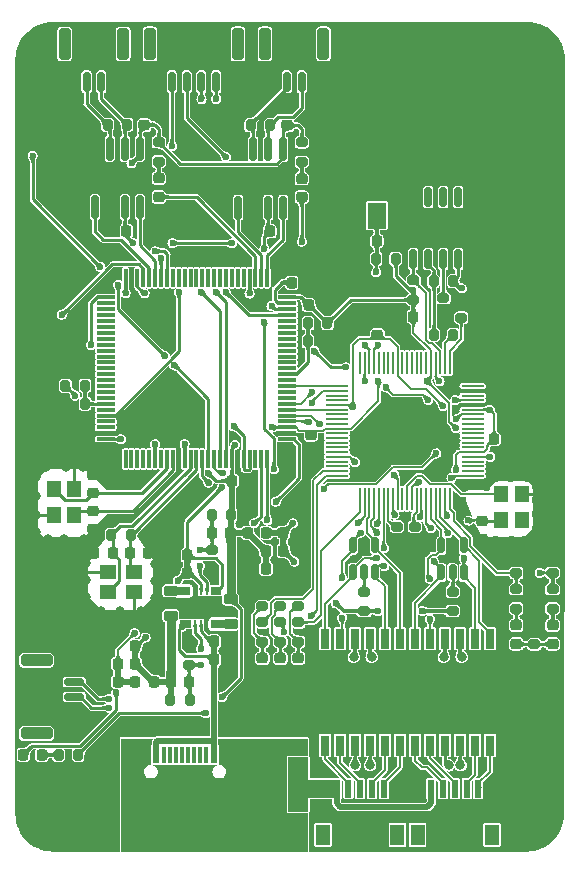
<source format=gbr>
%TF.GenerationSoftware,KiCad,Pcbnew,(6.0.1)*%
%TF.CreationDate,2023-04-01T17:19:45+08:00*%
%TF.ProjectId,EtherCAT2XXX,45746865-7243-4415-9432-5858582e6b69,rev?*%
%TF.SameCoordinates,Original*%
%TF.FileFunction,Copper,L1,Top*%
%TF.FilePolarity,Positive*%
%FSLAX46Y46*%
G04 Gerber Fmt 4.6, Leading zero omitted, Abs format (unit mm)*
G04 Created by KiCad (PCBNEW (6.0.1)) date 2023-04-01 17:19:45*
%MOMM*%
%LPD*%
G01*
G04 APERTURE LIST*
G04 Aperture macros list*
%AMRoundRect*
0 Rectangle with rounded corners*
0 $1 Rounding radius*
0 $2 $3 $4 $5 $6 $7 $8 $9 X,Y pos of 4 corners*
0 Add a 4 corners polygon primitive as box body*
4,1,4,$2,$3,$4,$5,$6,$7,$8,$9,$2,$3,0*
0 Add four circle primitives for the rounded corners*
1,1,$1+$1,$2,$3*
1,1,$1+$1,$4,$5*
1,1,$1+$1,$6,$7*
1,1,$1+$1,$8,$9*
0 Add four rect primitives between the rounded corners*
20,1,$1+$1,$2,$3,$4,$5,0*
20,1,$1+$1,$4,$5,$6,$7,0*
20,1,$1+$1,$6,$7,$8,$9,0*
20,1,$1+$1,$8,$9,$2,$3,0*%
G04 Aperture macros list end*
%TA.AperFunction,SMDPad,CuDef*%
%ADD10RoundRect,0.200000X0.200000X0.275000X-0.200000X0.275000X-0.200000X-0.275000X0.200000X-0.275000X0*%
%TD*%
%TA.AperFunction,SMDPad,CuDef*%
%ADD11RoundRect,0.200000X0.275000X-0.200000X0.275000X0.200000X-0.275000X0.200000X-0.275000X-0.200000X0*%
%TD*%
%TA.AperFunction,SMDPad,CuDef*%
%ADD12RoundRect,0.150000X-0.150000X0.675000X-0.150000X-0.675000X0.150000X-0.675000X0.150000X0.675000X0*%
%TD*%
%TA.AperFunction,SMDPad,CuDef*%
%ADD13RoundRect,0.200000X-0.200000X-0.275000X0.200000X-0.275000X0.200000X0.275000X-0.200000X0.275000X0*%
%TD*%
%TA.AperFunction,SMDPad,CuDef*%
%ADD14RoundRect,0.250000X-0.625000X0.312500X-0.625000X-0.312500X0.625000X-0.312500X0.625000X0.312500X0*%
%TD*%
%TA.AperFunction,SMDPad,CuDef*%
%ADD15RoundRect,0.225000X0.250000X-0.225000X0.250000X0.225000X-0.250000X0.225000X-0.250000X-0.225000X0*%
%TD*%
%TA.AperFunction,SMDPad,CuDef*%
%ADD16RoundRect,0.218750X-0.381250X0.218750X-0.381250X-0.218750X0.381250X-0.218750X0.381250X0.218750X0*%
%TD*%
%TA.AperFunction,SMDPad,CuDef*%
%ADD17RoundRect,0.218750X0.381250X-0.218750X0.381250X0.218750X-0.381250X0.218750X-0.381250X-0.218750X0*%
%TD*%
%TA.AperFunction,SMDPad,CuDef*%
%ADD18RoundRect,0.225000X-0.225000X-0.250000X0.225000X-0.250000X0.225000X0.250000X-0.225000X0.250000X0*%
%TD*%
%TA.AperFunction,SMDPad,CuDef*%
%ADD19RoundRect,0.225000X0.225000X0.250000X-0.225000X0.250000X-0.225000X-0.250000X0.225000X-0.250000X0*%
%TD*%
%TA.AperFunction,SMDPad,CuDef*%
%ADD20RoundRect,0.250000X-0.312500X-0.625000X0.312500X-0.625000X0.312500X0.625000X-0.312500X0.625000X0*%
%TD*%
%TA.AperFunction,SMDPad,CuDef*%
%ADD21RoundRect,0.250000X0.650000X-0.325000X0.650000X0.325000X-0.650000X0.325000X-0.650000X-0.325000X0*%
%TD*%
%TA.AperFunction,SMDPad,CuDef*%
%ADD22RoundRect,0.200000X-0.275000X0.200000X-0.275000X-0.200000X0.275000X-0.200000X0.275000X0.200000X0*%
%TD*%
%TA.AperFunction,SMDPad,CuDef*%
%ADD23R,1.200000X1.400000*%
%TD*%
%TA.AperFunction,SMDPad,CuDef*%
%ADD24RoundRect,0.150000X-0.150000X0.512500X-0.150000X-0.512500X0.150000X-0.512500X0.150000X0.512500X0*%
%TD*%
%TA.AperFunction,SMDPad,CuDef*%
%ADD25R,1.600000X2.180000*%
%TD*%
%TA.AperFunction,SMDPad,CuDef*%
%ADD26RoundRect,0.150000X0.150000X-0.825000X0.150000X0.825000X-0.150000X0.825000X-0.150000X-0.825000X0*%
%TD*%
%TA.AperFunction,SMDPad,CuDef*%
%ADD27RoundRect,0.218750X0.218750X0.256250X-0.218750X0.256250X-0.218750X-0.256250X0.218750X-0.256250X0*%
%TD*%
%TA.AperFunction,SMDPad,CuDef*%
%ADD28RoundRect,0.218750X0.256250X-0.218750X0.256250X0.218750X-0.256250X0.218750X-0.256250X-0.218750X0*%
%TD*%
%TA.AperFunction,SMDPad,CuDef*%
%ADD29RoundRect,0.150000X0.150000X0.700000X-0.150000X0.700000X-0.150000X-0.700000X0.150000X-0.700000X0*%
%TD*%
%TA.AperFunction,SMDPad,CuDef*%
%ADD30RoundRect,0.250000X0.250000X1.100000X-0.250000X1.100000X-0.250000X-1.100000X0.250000X-1.100000X0*%
%TD*%
%TA.AperFunction,SMDPad,CuDef*%
%ADD31RoundRect,0.225000X-0.250000X0.225000X-0.250000X-0.225000X0.250000X-0.225000X0.250000X0.225000X0*%
%TD*%
%TA.AperFunction,SMDPad,CuDef*%
%ADD32R,1.400000X1.200000*%
%TD*%
%TA.AperFunction,SMDPad,CuDef*%
%ADD33R,0.280000X0.665000*%
%TD*%
%TA.AperFunction,SMDPad,CuDef*%
%ADD34R,2.475000X1.625000*%
%TD*%
%TA.AperFunction,SMDPad,CuDef*%
%ADD35R,0.760000X1.700000*%
%TD*%
%TA.AperFunction,SMDPad,CuDef*%
%ADD36RoundRect,0.150000X-0.700000X0.150000X-0.700000X-0.150000X0.700000X-0.150000X0.700000X0.150000X0*%
%TD*%
%TA.AperFunction,SMDPad,CuDef*%
%ADD37RoundRect,0.250000X-1.100000X0.250000X-1.100000X-0.250000X1.100000X-0.250000X1.100000X0.250000X0*%
%TD*%
%TA.AperFunction,SMDPad,CuDef*%
%ADD38R,0.600000X1.500000*%
%TD*%
%TA.AperFunction,SMDPad,CuDef*%
%ADD39R,1.200000X1.800000*%
%TD*%
%TA.AperFunction,SMDPad,CuDef*%
%ADD40RoundRect,0.218750X-0.218750X-0.256250X0.218750X-0.256250X0.218750X0.256250X-0.218750X0.256250X0*%
%TD*%
%TA.AperFunction,SMDPad,CuDef*%
%ADD41R,0.600000X1.450000*%
%TD*%
%TA.AperFunction,SMDPad,CuDef*%
%ADD42R,0.300000X1.450000*%
%TD*%
%TA.AperFunction,ComponentPad*%
%ADD43O,1.000000X2.100000*%
%TD*%
%TA.AperFunction,ComponentPad*%
%ADD44O,1.000000X1.600000*%
%TD*%
%TA.AperFunction,SMDPad,CuDef*%
%ADD45RoundRect,0.075000X0.075000X-0.725000X0.075000X0.725000X-0.075000X0.725000X-0.075000X-0.725000X0*%
%TD*%
%TA.AperFunction,SMDPad,CuDef*%
%ADD46RoundRect,0.075000X0.725000X-0.075000X0.725000X0.075000X-0.725000X0.075000X-0.725000X-0.075000X0*%
%TD*%
%TA.AperFunction,SMDPad,CuDef*%
%ADD47O,2.000000X0.220000*%
%TD*%
%TA.AperFunction,SMDPad,CuDef*%
%ADD48O,0.220000X2.000000*%
%TD*%
%TA.AperFunction,SMDPad,CuDef*%
%ADD49O,5.700000X5.700000*%
%TD*%
%TA.AperFunction,SMDPad,CuDef*%
%ADD50RoundRect,0.250000X-0.325000X-0.650000X0.325000X-0.650000X0.325000X0.650000X-0.325000X0.650000X0*%
%TD*%
%TA.AperFunction,ViaPad*%
%ADD51C,0.600000*%
%TD*%
%TA.AperFunction,ViaPad*%
%ADD52C,0.800000*%
%TD*%
%TA.AperFunction,Conductor*%
%ADD53C,0.250000*%
%TD*%
%TA.AperFunction,Conductor*%
%ADD54C,0.500000*%
%TD*%
%TA.AperFunction,Conductor*%
%ADD55C,0.320000*%
%TD*%
%TA.AperFunction,Conductor*%
%ADD56C,0.200000*%
%TD*%
%TA.AperFunction,Conductor*%
%ADD57C,0.800000*%
%TD*%
G04 APERTURE END LIST*
D10*
%TO.P,R49,1*%
%TO.N,3V3*%
X32225000Y50210000D03*
%TO.P,R49,2*%
%TO.N,/MCU/RSET*%
X30575000Y50210000D03*
%TD*%
D11*
%TO.P,R25,1*%
%TO.N,Net-(D6-Pad2)*%
X12160000Y58455000D03*
%TO.P,R25,2*%
%TO.N,3V3*%
X12160000Y60105000D03*
%TD*%
D12*
%TO.P,U9,1,NC*%
%TO.N,unconnected-(U9-Pad1)*%
X37545000Y55445000D03*
%TO.P,U9,2,NC*%
%TO.N,unconnected-(U9-Pad2)*%
X36275000Y55445000D03*
%TO.P,U9,3,NC*%
%TO.N,unconnected-(U9-Pad3)*%
X35005000Y55445000D03*
%TO.P,U9,4,GND*%
%TO.N,GND*%
X33735000Y55445000D03*
%TO.P,U9,5,SDA*%
%TO.N,/ESC/I2C_SDA*%
X33735000Y50195000D03*
%TO.P,U9,6,SCL*%
%TO.N,/ESC/I2C_SCL*%
X35005000Y50195000D03*
%TO.P,U9,7,WP*%
%TO.N,Net-(R43-Pad1)*%
X36275000Y50195000D03*
%TO.P,U9,8,VCC*%
%TO.N,3V3*%
X37545000Y50195000D03*
%TD*%
D13*
%TO.P,R6,1*%
%TO.N,1V2*%
X13150000Y12890000D03*
%TO.P,R6,2*%
%TO.N,Net-(C10-Pad1)*%
X14800000Y12890000D03*
%TD*%
D14*
%TO.P,R8,1*%
%TO.N,GND*%
X23656665Y11849151D03*
%TO.P,R8,2*%
%TO.N,Earth*%
X23656665Y8924151D03*
%TD*%
D15*
%TO.P,C29,1*%
%TO.N,3V3*%
X10940000Y61535000D03*
%TO.P,C29,2*%
%TO.N,GND*%
X10940000Y63085000D03*
%TD*%
D16*
%TO.P,L3,1,1*%
%TO.N,Net-(L3-Pad1)*%
X13190000Y22122500D03*
%TO.P,L3,2,2*%
%TO.N,1V2*%
X13190000Y19997500D03*
%TD*%
D17*
%TO.P,L2,1,1*%
%TO.N,Net-(L2-Pad1)*%
X18250000Y19307500D03*
%TO.P,L2,2,2*%
%TO.N,3V3*%
X18250000Y21432500D03*
%TD*%
D18*
%TO.P,C38,1*%
%TO.N,3V3*%
X18365000Y31440000D03*
%TO.P,C38,2*%
%TO.N,GND*%
X19915000Y31440000D03*
%TD*%
D19*
%TO.P,C30,1*%
%TO.N,+5V*%
X21565000Y52550000D03*
%TO.P,C30,2*%
%TO.N,GND*%
X20015000Y52550000D03*
%TD*%
D20*
%TO.P,R11,1*%
%TO.N,Earth*%
X21021665Y4509151D03*
%TO.P,R11,2*%
%TO.N,Net-(C20-Pad2)*%
X23946665Y4509151D03*
%TD*%
D21*
%TO.P,C19,1*%
%TO.N,Earth*%
X21326665Y8901651D03*
%TO.P,C19,2*%
%TO.N,GND*%
X21326665Y11851651D03*
%TD*%
D22*
%TO.P,R18,1*%
%TO.N,/CONN/P1_ACT*%
X45510000Y22253750D03*
%TO.P,R18,2*%
%TO.N,Net-(D2-Pad2)*%
X45510000Y20603750D03*
%TD*%
D18*
%TO.P,C17,1*%
%TO.N,A3V3*%
X22725000Y27030000D03*
%TO.P,C17,2*%
%TO.N,GND*%
X24275000Y27030000D03*
%TD*%
D23*
%TO.P,Y2,1,1*%
%TO.N,/MCU/OSC32_IN*%
X3285000Y30740000D03*
%TO.P,Y2,2,2*%
%TO.N,GND*%
X3285000Y28540000D03*
%TO.P,Y2,3,3*%
%TO.N,/MCU/OSC32_OUT*%
X4985000Y28540000D03*
%TO.P,Y2,4,4*%
%TO.N,GND*%
X4985000Y30740000D03*
%TD*%
D24*
%TO.P,U3,1,IO1*%
%TO.N,/CONN/P0_TXOP*%
X37991665Y25954151D03*
%TO.P,U3,2,VN*%
%TO.N,GND*%
X37041665Y25954151D03*
%TO.P,U3,3,IO2*%
%TO.N,/CONN/P0_RXIP*%
X36091665Y25954151D03*
%TO.P,U3,4,IO3*%
%TO.N,/CONN/P0_RXIN*%
X36091665Y23679151D03*
%TO.P,U3,5,VP*%
%TO.N,Net-(R9-Pad2)*%
X37041665Y23679151D03*
%TO.P,U3,6,IO4*%
%TO.N,/CONN/P0_TXON*%
X37991665Y23679151D03*
%TD*%
D25*
%TO.P,SW1,1,1*%
%TO.N,GND*%
X30620000Y63070000D03*
%TO.P,SW1,2,2*%
%TO.N,/MCU/RSET*%
X30620000Y53890000D03*
%TD*%
D18*
%TO.P,C5,1*%
%TO.N,GND*%
X13040000Y23610000D03*
%TO.P,C5,2*%
%TO.N,+5V*%
X14590000Y23610000D03*
%TD*%
D26*
%TO.P,U6,1,TXD*%
%TO.N,/MCU/CAN0_TX*%
X6765000Y54585000D03*
%TO.P,U6,2,GND*%
%TO.N,GND*%
X8035000Y54585000D03*
%TO.P,U6,3,VCC*%
%TO.N,+5V*%
X9305000Y54585000D03*
%TO.P,U6,4,RXD*%
%TO.N,/MCU/CAN0_RX*%
X10575000Y54585000D03*
%TO.P,U6,5,VIO*%
%TO.N,3V3*%
X10575000Y59535000D03*
%TO.P,U6,6,CANL*%
%TO.N,/CONN/CAN0_L*%
X9305000Y59535000D03*
%TO.P,U6,7,CANH*%
%TO.N,/CONN/CAN0_H*%
X8035000Y59535000D03*
%TO.P,U6,8,S*%
%TO.N,GND*%
X6765000Y59535000D03*
%TD*%
D18*
%TO.P,C15,1*%
%TO.N,A3V3*%
X22720000Y25510000D03*
%TO.P,C15,2*%
%TO.N,GND*%
X24270000Y25510000D03*
%TD*%
%TO.P,C12,1*%
%TO.N,1V2*%
X10185000Y17450000D03*
%TO.P,C12,2*%
%TO.N,GND*%
X11735000Y17450000D03*
%TD*%
D22*
%TO.P,R28,1*%
%TO.N,GND*%
X37790000Y46885000D03*
%TO.P,R28,2*%
%TO.N,Net-(R28-Pad2)*%
X37790000Y45235000D03*
%TD*%
D11*
%TO.P,R9,1*%
%TO.N,A3V3*%
X37051665Y20401651D03*
%TO.P,R9,2*%
%TO.N,Net-(R9-Pad2)*%
X37051665Y22051651D03*
%TD*%
%TO.P,R36,1*%
%TO.N,Net-(D7-Pad2)*%
X20950000Y17795000D03*
%TO.P,R36,2*%
%TO.N,/ESC/LED_RUN*%
X20950000Y19445000D03*
%TD*%
D27*
%TO.P,FB2,1*%
%TO.N,1V2*%
X11742500Y14400000D03*
%TO.P,FB2,2*%
%TO.N,A1V2*%
X10167500Y14400000D03*
%TD*%
D28*
%TO.P,D7,1,K*%
%TO.N,GND*%
X20950000Y14812500D03*
%TO.P,D7,2,A*%
%TO.N,Net-(D7-Pad2)*%
X20950000Y16387500D03*
%TD*%
D18*
%TO.P,C8,1*%
%TO.N,GND*%
X13040000Y25130000D03*
%TO.P,C8,2*%
%TO.N,+5V*%
X14590000Y25130000D03*
%TD*%
D22*
%TO.P,R35,1*%
%TO.N,GND*%
X23990000Y22465000D03*
%TO.P,R35,2*%
%TO.N,Net-(D9-Pad2)*%
X23990000Y20815000D03*
%TD*%
D19*
%TO.P,C50,1*%
%TO.N,GND*%
X24975000Y48200000D03*
%TO.P,C50,2*%
%TO.N,Net-(C50-Pad2)*%
X23425000Y48200000D03*
%TD*%
D29*
%TO.P,J5,1,Pin_1*%
%TO.N,/CONN/CAN1_L*%
X24265000Y65220000D03*
%TO.P,J5,2,Pin_2*%
%TO.N,/CONN/CAN1_H*%
X23015000Y65220000D03*
D30*
%TO.P,J5,MP*%
%TO.N,N/C*%
X21165000Y68420000D03*
X26115000Y68420000D03*
%TD*%
D22*
%TO.P,R31,1*%
%TO.N,Net-(R31-Pad1)*%
X33850000Y27545000D03*
%TO.P,R31,2*%
%TO.N,GND*%
X33850000Y25895000D03*
%TD*%
D31*
%TO.P,C55,1*%
%TO.N,/MCU/OSC32_OUT*%
X6625000Y28910000D03*
%TO.P,C55,2*%
%TO.N,GND*%
X6625000Y27360000D03*
%TD*%
D11*
%TO.P,R19,1*%
%TO.N,Net-(D1-Pad1)*%
X43980000Y17583750D03*
%TO.P,R19,2*%
%TO.N,GND*%
X43980000Y19233750D03*
%TD*%
D19*
%TO.P,C7,1*%
%TO.N,GND*%
X18395000Y17830000D03*
%TO.P,C7,2*%
%TO.N,+5V*%
X16845000Y17830000D03*
%TD*%
%TO.P,C34,1*%
%TO.N,3V3*%
X33730000Y45310000D03*
%TO.P,C34,2*%
%TO.N,GND*%
X32180000Y45310000D03*
%TD*%
D29*
%TO.P,J7,1,Pin_1*%
%TO.N,/MCU/SPI2_MOSI*%
X17035000Y65220000D03*
%TO.P,J7,2,Pin_2*%
%TO.N,/MCU/SPI2_MISO*%
X15785000Y65220000D03*
%TO.P,J7,3,Pin_3*%
%TO.N,/MCU/SPI2_SCK*%
X14535000Y65220000D03*
%TO.P,J7,4,Pin_4*%
%TO.N,/MCU/SPI2_NSS*%
X13285000Y65220000D03*
D30*
%TO.P,J7,MP*%
%TO.N,N/C*%
X11435000Y68420000D03*
X18885000Y68420000D03*
%TD*%
D13*
%TO.P,R27,1*%
%TO.N,/CONN/CAN1_H*%
X19955000Y61530000D03*
%TO.P,R27,2*%
%TO.N,/CONN/CAN1_L*%
X21605000Y61530000D03*
%TD*%
D22*
%TO.P,R33,1*%
%TO.N,GND*%
X20950000Y22465000D03*
%TO.P,R33,2*%
%TO.N,Net-(D7-Pad2)*%
X20950000Y20815000D03*
%TD*%
D15*
%TO.P,C31,1*%
%TO.N,3V3*%
X23060000Y61515000D03*
%TO.P,C31,2*%
%TO.N,GND*%
X23060000Y63065000D03*
%TD*%
D28*
%TO.P,D8,1,K*%
%TO.N,GND*%
X22470000Y14812500D03*
%TO.P,D8,2,A*%
%TO.N,Net-(D8-Pad2)*%
X22470000Y16387500D03*
%TD*%
%TO.P,D9,1,K*%
%TO.N,GND*%
X23990000Y14812500D03*
%TO.P,D9,2,A*%
%TO.N,Net-(D9-Pad2)*%
X23990000Y16387500D03*
%TD*%
D11*
%TO.P,R37,1*%
%TO.N,Net-(D8-Pad2)*%
X22470000Y17795000D03*
%TO.P,R37,2*%
%TO.N,/ESC/LED_ERR*%
X22470000Y19445000D03*
%TD*%
D22*
%TO.P,R32,1*%
%TO.N,Net-(R32-Pad1)*%
X32330000Y27545000D03*
%TO.P,R32,2*%
%TO.N,GND*%
X32330000Y25895000D03*
%TD*%
D19*
%TO.P,C32,1*%
%TO.N,+5V*%
X9435000Y52570000D03*
%TO.P,C32,2*%
%TO.N,GND*%
X7885000Y52570000D03*
%TD*%
D32*
%TO.P,Y1,1,1*%
%TO.N,/MCU/OSC_IN*%
X7890000Y21990000D03*
%TO.P,Y1,2,2*%
%TO.N,GND*%
X10090000Y21990000D03*
%TO.P,Y1,3,3*%
%TO.N,/MCU/OSC_OUT*%
X10090000Y23690000D03*
%TO.P,Y1,4,4*%
%TO.N,GND*%
X7890000Y23690000D03*
%TD*%
D13*
%TO.P,R29,1*%
%TO.N,/ESC/I2C_SCL*%
X35445000Y43790000D03*
%TO.P,R29,2*%
%TO.N,Net-(R29-Pad2)*%
X37095000Y43790000D03*
%TD*%
D33*
%TO.P,U2,1,EN1*%
%TO.N,+5V*%
X16720000Y22121750D03*
%TO.P,U2,2,FB1*%
%TO.N,Net-(C9-Pad2)*%
X16220000Y22121750D03*
%TO.P,U2,3,VIN2*%
%TO.N,+5V*%
X15720000Y22121750D03*
%TO.P,U2,4,GND*%
%TO.N,GND*%
X15220000Y22121750D03*
%TO.P,U2,5,LX2*%
%TO.N,Net-(L3-Pad1)*%
X14720000Y22121750D03*
%TO.P,U2,6,EN2*%
%TO.N,+5V*%
X14720000Y19307750D03*
%TO.P,U2,7,FB2*%
%TO.N,Net-(C10-Pad1)*%
X15220000Y19307750D03*
%TO.P,U2,8,VIN1*%
%TO.N,+5V*%
X15720000Y19307750D03*
%TO.P,U2,9,GND*%
%TO.N,GND*%
X16220000Y19307750D03*
%TO.P,U2,10,LX1*%
%TO.N,Net-(L2-Pad1)*%
X16720000Y19307750D03*
D34*
%TO.P,U2,11,GND*%
%TO.N,GND*%
X15720000Y20714750D03*
%TD*%
D11*
%TO.P,R39,1*%
%TO.N,/CONN/P0_ACT*%
X42450000Y23625000D03*
%TO.P,R39,2*%
%TO.N,GND*%
X42450000Y25275000D03*
%TD*%
D35*
%TO.P,L4,1,1*%
%TO.N,/CONN/P1_MRXIN*%
X26246665Y9006651D03*
%TO.P,L4,2,2*%
%TO.N,/CONN/P1_MRXIP*%
X27516665Y9006651D03*
%TO.P,L4,3,3*%
%TO.N,Net-(L4-Pad3)*%
X28786665Y9006651D03*
%TO.P,L4,4,4*%
%TO.N,Net-(L4-Pad4)*%
X30056665Y9006651D03*
%TO.P,L4,5,5*%
%TO.N,/CONN/P1_MTXON*%
X31326665Y9006651D03*
%TO.P,L4,6,6*%
%TO.N,/CONN/P1_MTXOP*%
X32596665Y9006651D03*
%TO.P,L4,7,7*%
%TO.N,/CONN/P0_MRXIN*%
X33866665Y9006651D03*
%TO.P,L4,8,8*%
%TO.N,/CONN/P0_MRXIP*%
X35136665Y9006651D03*
%TO.P,L4,9,9*%
%TO.N,Net-(L4-Pad9)*%
X36406665Y9006651D03*
%TO.P,L4,10,10*%
%TO.N,Net-(L4-Pad10)*%
X37676665Y9006651D03*
%TO.P,L4,11,11*%
%TO.N,/CONN/P0_MTXON*%
X38946665Y9006651D03*
%TO.P,L4,12,12*%
%TO.N,/CONN/P0_MTXOP*%
X40216665Y9006651D03*
%TO.P,L4,13,13*%
%TO.N,/CONN/P0_TXOP*%
X40216665Y18056651D03*
%TO.P,L4,14,14*%
%TO.N,/CONN/P0_TXON*%
X38946665Y18056651D03*
%TO.P,L4,15,15*%
%TO.N,Net-(C22-Pad2)*%
X37676665Y18056651D03*
%TO.P,L4,16,16*%
%TO.N,Net-(C23-Pad2)*%
X36406665Y18056651D03*
%TO.P,L4,17,17*%
%TO.N,/CONN/P0_RXIP*%
X35136665Y18056651D03*
%TO.P,L4,18,18*%
%TO.N,/CONN/P0_RXIN*%
X33866665Y18056651D03*
%TO.P,L4,19,19*%
%TO.N,/CONN/P1_TXOP*%
X32596665Y18056651D03*
%TO.P,L4,20,20*%
%TO.N,/CONN/P1_TXON*%
X31326665Y18056651D03*
%TO.P,L4,21,21*%
%TO.N,Net-(C24-Pad2)*%
X30056665Y18056651D03*
%TO.P,L4,22,22*%
%TO.N,Net-(C25-Pad2)*%
X28786665Y18056651D03*
%TO.P,L4,23,23*%
%TO.N,/CONN/P1_RXIP*%
X27516665Y18056651D03*
%TO.P,L4,24,24*%
%TO.N,/CONN/P1_RXIN*%
X26246665Y18056651D03*
%TD*%
D36*
%TO.P,J6,1,Pin_1*%
%TO.N,/MCU/USART2_RX*%
X5030000Y14390000D03*
%TO.P,J6,2,Pin_2*%
%TO.N,/MCU/USART2_TX*%
X5030000Y13140000D03*
%TO.P,J6,3,Pin_3*%
%TO.N,GND*%
X5030000Y11890000D03*
D37*
%TO.P,J6,MP*%
%TO.N,N/C*%
X1830000Y10040000D03*
X1830000Y16240000D03*
%TD*%
D13*
%TO.P,R47,1*%
%TO.N,Net-(R47-Pad1)*%
X24805000Y44780000D03*
%TO.P,R47,2*%
%TO.N,3V3*%
X26455000Y44780000D03*
%TD*%
D18*
%TO.P,C44,1*%
%TO.N,1V2*%
X40575000Y34950000D03*
%TO.P,C44,2*%
%TO.N,GND*%
X42125000Y34950000D03*
%TD*%
D28*
%TO.P,D1,1,K*%
%TO.N,Net-(D1-Pad1)*%
X42450000Y17623750D03*
%TO.P,D1,2,A*%
%TO.N,Net-(D1-Pad2)*%
X42450000Y19198750D03*
%TD*%
D38*
%TO.P,CN1,1,1*%
%TO.N,/CONN/P0_MTXOP*%
X39234165Y5359151D03*
%TO.P,CN1,2,2*%
%TO.N,/CONN/P0_MTXON*%
X38234165Y5359151D03*
%TO.P,CN1,3,3*%
%TO.N,/CONN/P0_MRXIP*%
X37234165Y5359151D03*
%TO.P,CN1,4,4*%
%TO.N,/CONN/P0_MRXIN*%
X36234165Y5359151D03*
%TO.P,CN1,5,5*%
%TO.N,Net-(C20-Pad2)*%
X35234165Y5359151D03*
D39*
%TO.P,CN1,6,6*%
%TO.N,unconnected-(CN1-Pad6)*%
X34084165Y1459151D03*
%TO.P,CN1,7,7*%
%TO.N,unconnected-(CN1-Pad7)*%
X40384165Y1459151D03*
%TD*%
D24*
%TO.P,U4,1,IO1*%
%TO.N,/CONN/P1_TXOP*%
X30511665Y25951651D03*
%TO.P,U4,2,VN*%
%TO.N,GND*%
X29561665Y25951651D03*
%TO.P,U4,3,IO2*%
%TO.N,/CONN/P1_RXIP*%
X28611665Y25951651D03*
%TO.P,U4,4,IO3*%
%TO.N,/CONN/P1_RXIN*%
X28611665Y23676651D03*
%TO.P,U4,5,VP*%
%TO.N,Net-(R10-Pad2)*%
X29561665Y23676651D03*
%TO.P,U4,6,IO4*%
%TO.N,/CONN/P1_TXON*%
X30511665Y23676651D03*
%TD*%
D19*
%TO.P,C54,1*%
%TO.N,GND*%
X32175000Y51730000D03*
%TO.P,C54,2*%
%TO.N,/MCU/RSET*%
X30625000Y51730000D03*
%TD*%
%TO.P,C13,1*%
%TO.N,3V3*%
X21250000Y25510000D03*
%TO.P,C13,2*%
%TO.N,GND*%
X19700000Y25510000D03*
%TD*%
D23*
%TO.P,X1,1,EN*%
%TO.N,unconnected-(X1-Pad1)*%
X42890000Y28070000D03*
%TO.P,X1,2,GND*%
%TO.N,GND*%
X42890000Y30270000D03*
%TO.P,X1,3,OUT*%
%TO.N,/ESC/XSCI*%
X41190000Y30270000D03*
%TO.P,X1,4,Vdd*%
%TO.N,1V2*%
X41190000Y28070000D03*
%TD*%
D13*
%TO.P,R26,1*%
%TO.N,/CONN/CAN0_H*%
X7835000Y61560000D03*
%TO.P,R26,2*%
%TO.N,/CONN/CAN0_L*%
X9485000Y61560000D03*
%TD*%
D31*
%TO.P,C46,1*%
%TO.N,1V2*%
X39550000Y28065000D03*
%TO.P,C46,2*%
%TO.N,GND*%
X39550000Y26515000D03*
%TD*%
D22*
%TO.P,R17,1*%
%TO.N,/CONN/P0_ACT*%
X42450000Y22256250D03*
%TO.P,R17,2*%
%TO.N,Net-(D1-Pad2)*%
X42450000Y20606250D03*
%TD*%
D19*
%TO.P,C9,1*%
%TO.N,3V3*%
X18240000Y27030000D03*
%TO.P,C9,2*%
%TO.N,Net-(C9-Pad2)*%
X16690000Y27030000D03*
%TD*%
%TO.P,C18,1*%
%TO.N,A1V2*%
X8710000Y14410000D03*
%TO.P,C18,2*%
%TO.N,GND*%
X7160000Y14410000D03*
%TD*%
D26*
%TO.P,U7,1,TXD*%
%TO.N,/MCU/CAN1_TX*%
X18885000Y54565000D03*
%TO.P,U7,2,GND*%
%TO.N,GND*%
X20155000Y54565000D03*
%TO.P,U7,3,VCC*%
%TO.N,+5V*%
X21425000Y54565000D03*
%TO.P,U7,4,RXD*%
%TO.N,/MCU/CAN1_RX*%
X22695000Y54565000D03*
%TO.P,U7,5,VIO*%
%TO.N,3V3*%
X22695000Y59515000D03*
%TO.P,U7,6,CANL*%
%TO.N,/CONN/CAN1_L*%
X21425000Y59515000D03*
%TO.P,U7,7,CANH*%
%TO.N,/CONN/CAN1_H*%
X20155000Y59515000D03*
%TO.P,U7,8,S*%
%TO.N,GND*%
X18885000Y59515000D03*
%TD*%
D19*
%TO.P,C10,1*%
%TO.N,Net-(C10-Pad1)*%
X14750000Y14410000D03*
%TO.P,C10,2*%
%TO.N,1V2*%
X13200000Y14410000D03*
%TD*%
D15*
%TO.P,C56,1*%
%TO.N,/MCU/OSC32_IN*%
X6625000Y30380000D03*
%TO.P,C56,2*%
%TO.N,GND*%
X6625000Y31930000D03*
%TD*%
D40*
%TO.P,D4,1,K*%
%TO.N,/MCU/LED2*%
X700000Y8240000D03*
%TO.P,D4,2,A*%
%TO.N,Net-(D4-Pad2)*%
X2275000Y8240000D03*
%TD*%
D11*
%TO.P,R10,1*%
%TO.N,A3V3*%
X29556665Y20399151D03*
%TO.P,R10,2*%
%TO.N,Net-(R10-Pad2)*%
X29556665Y22049151D03*
%TD*%
D10*
%TO.P,R46,1*%
%TO.N,Net-(R44-Pad2)*%
X5925000Y39470000D03*
%TO.P,R46,2*%
%TO.N,3V3*%
X4275000Y39470000D03*
%TD*%
D38*
%TO.P,CN2,1,1*%
%TO.N,/CONN/P1_MTXOP*%
X31234165Y5359151D03*
%TO.P,CN2,2,2*%
%TO.N,/CONN/P1_MTXON*%
X30234165Y5359151D03*
%TO.P,CN2,3,3*%
%TO.N,/CONN/P1_MRXIP*%
X29234165Y5359151D03*
%TO.P,CN2,4,4*%
%TO.N,/CONN/P1_MRXIN*%
X28234165Y5359151D03*
%TO.P,CN2,5,5*%
%TO.N,Net-(C20-Pad2)*%
X27234165Y5359151D03*
D39*
%TO.P,CN2,6,6*%
%TO.N,unconnected-(CN2-Pad6)*%
X26084165Y1459151D03*
%TO.P,CN2,7,7*%
%TO.N,unconnected-(CN2-Pad7)*%
X32384165Y1459151D03*
%TD*%
D18*
%TO.P,C14,1*%
%TO.N,1V2*%
X10185000Y15930000D03*
%TO.P,C14,2*%
%TO.N,GND*%
X11735000Y15930000D03*
%TD*%
%TO.P,C63,1*%
%TO.N,3V3*%
X24855000Y46310000D03*
%TO.P,C63,2*%
%TO.N,GND*%
X26405000Y46310000D03*
%TD*%
D19*
%TO.P,C16,1*%
%TO.N,A1V2*%
X8710000Y15930000D03*
%TO.P,C16,2*%
%TO.N,GND*%
X7160000Y15930000D03*
%TD*%
D22*
%TO.P,R5,1*%
%TO.N,Net-(C9-Pad2)*%
X16715000Y25585000D03*
%TO.P,R5,2*%
%TO.N,GND*%
X16715000Y23935000D03*
%TD*%
D31*
%TO.P,C35,1*%
%TO.N,3V3*%
X25070000Y35315000D03*
%TO.P,C35,2*%
%TO.N,GND*%
X25070000Y33765000D03*
%TD*%
D22*
%TO.P,R42,1*%
%TO.N,/ESC/I2C_SDA*%
X33730000Y48405000D03*
%TO.P,R42,2*%
%TO.N,3V3*%
X33730000Y46755000D03*
%TD*%
%TO.P,R43,1*%
%TO.N,Net-(R43-Pad1)*%
X36270000Y46885000D03*
%TO.P,R43,2*%
%TO.N,GND*%
X36270000Y45235000D03*
%TD*%
D10*
%TO.P,R48,1*%
%TO.N,GND*%
X26455000Y43260000D03*
%TO.P,R48,2*%
%TO.N,Net-(R47-Pad1)*%
X24805000Y43260000D03*
%TD*%
D15*
%TO.P,C33,1*%
%TO.N,1V2*%
X30690000Y43795000D03*
%TO.P,C33,2*%
%TO.N,GND*%
X30690000Y45345000D03*
%TD*%
D28*
%TO.P,D6,1,K*%
%TO.N,/MCU/LED4*%
X12160000Y55462500D03*
%TO.P,D6,2,A*%
%TO.N,Net-(D6-Pad2)*%
X12160000Y57037500D03*
%TD*%
D22*
%TO.P,R34,1*%
%TO.N,GND*%
X22470000Y22465000D03*
%TO.P,R34,2*%
%TO.N,Net-(D8-Pad2)*%
X22470000Y20815000D03*
%TD*%
D29*
%TO.P,J4,1,Pin_1*%
%TO.N,/CONN/CAN0_L*%
X7305000Y65210000D03*
%TO.P,J4,2,Pin_2*%
%TO.N,/CONN/CAN0_H*%
X6055000Y65210000D03*
D30*
%TO.P,J4,MP*%
%TO.N,N/C*%
X4205000Y68410000D03*
X9155000Y68410000D03*
%TD*%
D13*
%TO.P,R23,1*%
%TO.N,Net-(D4-Pad2)*%
X3692500Y8240000D03*
%TO.P,R23,2*%
%TO.N,3V3*%
X5342500Y8240000D03*
%TD*%
D40*
%TO.P,FB1,1*%
%TO.N,3V3*%
X19692500Y27030000D03*
%TO.P,FB1,2*%
%TO.N,A3V3*%
X21267500Y27030000D03*
%TD*%
D11*
%TO.P,R24,1*%
%TO.N,Net-(D5-Pad2)*%
X24280000Y58435000D03*
%TO.P,R24,2*%
%TO.N,3V3*%
X24280000Y60085000D03*
%TD*%
D41*
%TO.P,J8,A1,GND*%
%TO.N,Earth*%
X11145000Y8245000D03*
%TO.P,J8,A4,VBUS*%
%TO.N,+5V*%
X11945000Y8245000D03*
D42*
%TO.P,J8,A5,CC1*%
%TO.N,unconnected-(J8-PadA5)*%
X13145000Y8245000D03*
%TO.P,J8,A6,D+*%
%TO.N,unconnected-(J8-PadA6)*%
X14145000Y8245000D03*
%TO.P,J8,A7,D-*%
%TO.N,unconnected-(J8-PadA7)*%
X14645000Y8245000D03*
%TO.P,J8,A8,SBU1*%
%TO.N,unconnected-(J8-PadA8)*%
X15645000Y8245000D03*
D41*
%TO.P,J8,A9,VBUS*%
%TO.N,+5V*%
X16845000Y8245000D03*
%TO.P,J8,A12,GND*%
%TO.N,Earth*%
X17645000Y8245000D03*
%TO.P,J8,B1,GND*%
X17645000Y8245000D03*
%TO.P,J8,B4,VBUS*%
%TO.N,+5V*%
X16845000Y8245000D03*
D42*
%TO.P,J8,B5,CC2*%
%TO.N,unconnected-(J8-PadB5)*%
X16145000Y8245000D03*
%TO.P,J8,B6,D+*%
%TO.N,unconnected-(J8-PadB6)*%
X15145000Y8245000D03*
%TO.P,J8,B7,D-*%
%TO.N,unconnected-(J8-PadB7)*%
X13645000Y8245000D03*
%TO.P,J8,B8,SBU2*%
%TO.N,unconnected-(J8-PadB8)*%
X12645000Y8245000D03*
D41*
%TO.P,J8,B9,VBUS*%
%TO.N,+5V*%
X11945000Y8245000D03*
%TO.P,J8,B12,GND*%
%TO.N,Earth*%
X11145000Y8245000D03*
D43*
%TO.P,J8,S1,SHIELD*%
X10075000Y7330000D03*
D44*
X18715000Y3150000D03*
X10075000Y3150000D03*
D43*
X18715000Y7330000D03*
%TD*%
D11*
%TO.P,R7,1*%
%TO.N,Net-(C10-Pad1)*%
X14725000Y15855000D03*
%TO.P,R7,2*%
%TO.N,GND*%
X14725000Y17505000D03*
%TD*%
D10*
%TO.P,R4,1*%
%TO.N,3V3*%
X18290000Y28550000D03*
%TO.P,R4,2*%
%TO.N,Net-(C9-Pad2)*%
X16640000Y28550000D03*
%TD*%
%TO.P,R41,1*%
%TO.N,3V3*%
X37095000Y48330000D03*
%TO.P,R41,2*%
%TO.N,/ESC/I2C_SCL*%
X35445000Y48330000D03*
%TD*%
D45*
%TO.P,U5,1,PE2*%
%TO.N,unconnected-(U5-Pad1)*%
X9360000Y33275000D03*
%TO.P,U5,2,PE3*%
%TO.N,unconnected-(U5-Pad2)*%
X9860000Y33275000D03*
%TO.P,U5,3,PE4*%
%TO.N,unconnected-(U5-Pad3)*%
X10360000Y33275000D03*
%TO.P,U5,4,PE5*%
%TO.N,unconnected-(U5-Pad4)*%
X10860000Y33275000D03*
%TO.P,U5,5,PE6*%
%TO.N,unconnected-(U5-Pad5)*%
X11360000Y33275000D03*
%TO.P,U5,6,VBAT*%
%TO.N,3V3*%
X11860000Y33275000D03*
%TO.P,U5,7,PC13*%
%TO.N,unconnected-(U5-Pad7)*%
X12360000Y33275000D03*
%TO.P,U5,8,PC14*%
%TO.N,/MCU/OSC32_IN*%
X12860000Y33275000D03*
%TO.P,U5,9,PC15*%
%TO.N,/MCU/OSC32_OUT*%
X13360000Y33275000D03*
%TO.P,U5,10,VSS*%
%TO.N,GND*%
X13860000Y33275000D03*
%TO.P,U5,11,VDD*%
%TO.N,3V3*%
X14360000Y33275000D03*
%TO.P,U5,12,PH0*%
%TO.N,/MCU/OSC_IN*%
X14860000Y33275000D03*
%TO.P,U5,13,PH1*%
%TO.N,/MCU/OSC_OUT*%
X15360000Y33275000D03*
%TO.P,U5,14,NRST*%
%TO.N,/MCU/RSET*%
X15860000Y33275000D03*
%TO.P,U5,15,PC0*%
%TO.N,/MCU/LED1*%
X16360000Y33275000D03*
%TO.P,U5,16,PC1*%
%TO.N,/ESC/SYNC*%
X16860000Y33275000D03*
%TO.P,U5,17,PC2*%
%TO.N,/MCU/SPI2_MISO*%
X17360000Y33275000D03*
%TO.P,U5,18,PC3*%
%TO.N,/MCU/SPI2_MOSI*%
X17860000Y33275000D03*
%TO.P,U5,19,VDD*%
%TO.N,3V3*%
X18360000Y33275000D03*
%TO.P,U5,20,VSSA*%
%TO.N,GND*%
X18860000Y33275000D03*
%TO.P,U5,21,VREF+*%
%TO.N,/MCU/VREF*%
X19360000Y33275000D03*
%TO.P,U5,22,VDDA*%
X19860000Y33275000D03*
%TO.P,U5,23,PA0*%
%TO.N,unconnected-(U5-Pad23)*%
X20360000Y33275000D03*
%TO.P,U5,24,PA1*%
%TO.N,/MCU/LED2*%
X20860000Y33275000D03*
%TO.P,U5,25,PA2*%
%TO.N,/MCU/USART2_TX*%
X21360000Y33275000D03*
D46*
%TO.P,U5,26,PA3*%
%TO.N,/MCU/USART2_RX*%
X23035000Y34950000D03*
%TO.P,U5,27,VSS*%
%TO.N,GND*%
X23035000Y35450000D03*
%TO.P,U5,28,VDD*%
%TO.N,3V3*%
X23035000Y35950000D03*
%TO.P,U5,29,PA4*%
%TO.N,/ESC/SCS*%
X23035000Y36450000D03*
%TO.P,U5,30,PA5*%
%TO.N,/ESC/SCLK*%
X23035000Y36950000D03*
%TO.P,U5,31,PA6*%
%TO.N,/ESC/MISO*%
X23035000Y37450000D03*
%TO.P,U5,32,PA7*%
%TO.N,/ESC/MOSI*%
X23035000Y37950000D03*
%TO.P,U5,33,PC4*%
%TO.N,unconnected-(U5-Pad33)*%
X23035000Y38450000D03*
%TO.P,U5,34,PC5*%
%TO.N,unconnected-(U5-Pad34)*%
X23035000Y38950000D03*
%TO.P,U5,35,PB0*%
%TO.N,/ESC/INT*%
X23035000Y39450000D03*
%TO.P,U5,36,PB1*%
%TO.N,unconnected-(U5-Pad36)*%
X23035000Y39950000D03*
%TO.P,U5,37,PB2*%
%TO.N,Net-(R47-Pad1)*%
X23035000Y40450000D03*
%TO.P,U5,38,PE7*%
%TO.N,unconnected-(U5-Pad38)*%
X23035000Y40950000D03*
%TO.P,U5,39,PE8*%
%TO.N,unconnected-(U5-Pad39)*%
X23035000Y41450000D03*
%TO.P,U5,40,PE9*%
%TO.N,unconnected-(U5-Pad40)*%
X23035000Y41950000D03*
%TO.P,U5,41,PE10*%
%TO.N,unconnected-(U5-Pad41)*%
X23035000Y42450000D03*
%TO.P,U5,42,PE11*%
%TO.N,unconnected-(U5-Pad42)*%
X23035000Y42950000D03*
%TO.P,U5,43,PE12*%
%TO.N,unconnected-(U5-Pad43)*%
X23035000Y43450000D03*
%TO.P,U5,44,PE13*%
%TO.N,unconnected-(U5-Pad44)*%
X23035000Y43950000D03*
%TO.P,U5,45,PE14*%
%TO.N,unconnected-(U5-Pad45)*%
X23035000Y44450000D03*
%TO.P,U5,46,PE15*%
%TO.N,unconnected-(U5-Pad46)*%
X23035000Y44950000D03*
%TO.P,U5,47,PB10*%
%TO.N,/MCU/SPI2_SCK*%
X23035000Y45450000D03*
%TO.P,U5,48,PB11*%
%TO.N,/MCU/LED3*%
X23035000Y45950000D03*
%TO.P,U5,49,VCAP_1*%
%TO.N,Net-(C50-Pad2)*%
X23035000Y46450000D03*
%TO.P,U5,50,VDD*%
%TO.N,3V3*%
X23035000Y46950000D03*
D45*
%TO.P,U5,51,PB12*%
%TO.N,/MCU/CAN1_RX*%
X21360000Y48625000D03*
%TO.P,U5,52,PB13*%
%TO.N,/MCU/CAN1_TX*%
X20860000Y48625000D03*
%TO.P,U5,53,PB14*%
%TO.N,/MCU/LED4*%
X20360000Y48625000D03*
%TO.P,U5,54,PB15*%
%TO.N,/ESC/RSTN*%
X19860000Y48625000D03*
%TO.P,U5,55,PD8*%
%TO.N,unconnected-(U5-Pad55)*%
X19360000Y48625000D03*
%TO.P,U5,56,PD9*%
%TO.N,unconnected-(U5-Pad56)*%
X18860000Y48625000D03*
%TO.P,U5,57,PD10*%
%TO.N,unconnected-(U5-Pad57)*%
X18360000Y48625000D03*
%TO.P,U5,58,PD11*%
%TO.N,unconnected-(U5-Pad58)*%
X17860000Y48625000D03*
%TO.P,U5,59,PD12*%
%TO.N,unconnected-(U5-Pad59)*%
X17360000Y48625000D03*
%TO.P,U5,60,PD13*%
%TO.N,unconnected-(U5-Pad60)*%
X16860000Y48625000D03*
%TO.P,U5,61,PD14*%
%TO.N,unconnected-(U5-Pad61)*%
X16360000Y48625000D03*
%TO.P,U5,62,PD15*%
%TO.N,unconnected-(U5-Pad62)*%
X15860000Y48625000D03*
%TO.P,U5,63,PC6*%
%TO.N,unconnected-(U5-Pad63)*%
X15360000Y48625000D03*
%TO.P,U5,64,PC7*%
%TO.N,unconnected-(U5-Pad64)*%
X14860000Y48625000D03*
%TO.P,U5,65,PC8*%
%TO.N,unconnected-(U5-Pad65)*%
X14360000Y48625000D03*
%TO.P,U5,66,PC9*%
%TO.N,unconnected-(U5-Pad66)*%
X13860000Y48625000D03*
%TO.P,U5,67,PA8*%
%TO.N,unconnected-(U5-Pad67)*%
X13360000Y48625000D03*
%TO.P,U5,68,PA9*%
%TO.N,/MCU/USART1_TX*%
X12860000Y48625000D03*
%TO.P,U5,69,PA10*%
%TO.N,/MCU/USART1_RX*%
X12360000Y48625000D03*
%TO.P,U5,70,PA11*%
%TO.N,/MCU/CAN0_RX*%
X11860000Y48625000D03*
%TO.P,U5,71,PA12*%
%TO.N,/MCU/CAN0_TX*%
X11360000Y48625000D03*
%TO.P,U5,72,PA13*%
%TO.N,/MCU/SWDIO*%
X10860000Y48625000D03*
%TO.P,U5,73,VCAP_2*%
%TO.N,Net-(C51-Pad2)*%
X10360000Y48625000D03*
%TO.P,U5,74,VSS*%
%TO.N,GND*%
X9860000Y48625000D03*
%TO.P,U5,75,VDD*%
%TO.N,3V3*%
X9360000Y48625000D03*
D46*
%TO.P,U5,76,PA14*%
%TO.N,/MCU/SWCLK*%
X7685000Y46950000D03*
%TO.P,U5,77,PA15*%
%TO.N,unconnected-(U5-Pad77)*%
X7685000Y46450000D03*
%TO.P,U5,78,PC10*%
%TO.N,unconnected-(U5-Pad78)*%
X7685000Y45950000D03*
%TO.P,U5,79,PC11*%
%TO.N,unconnected-(U5-Pad79)*%
X7685000Y45450000D03*
%TO.P,U5,80,PC12*%
%TO.N,unconnected-(U5-Pad80)*%
X7685000Y44950000D03*
%TO.P,U5,81,PD0*%
%TO.N,unconnected-(U5-Pad81)*%
X7685000Y44450000D03*
%TO.P,U5,82,PD1*%
%TO.N,unconnected-(U5-Pad82)*%
X7685000Y43950000D03*
%TO.P,U5,83,PD2*%
%TO.N,unconnected-(U5-Pad83)*%
X7685000Y43450000D03*
%TO.P,U5,84,PD3*%
%TO.N,unconnected-(U5-Pad84)*%
X7685000Y42950000D03*
%TO.P,U5,85,PD4*%
%TO.N,unconnected-(U5-Pad85)*%
X7685000Y42450000D03*
%TO.P,U5,86,PD5*%
%TO.N,unconnected-(U5-Pad86)*%
X7685000Y41950000D03*
%TO.P,U5,87,PD6*%
%TO.N,unconnected-(U5-Pad87)*%
X7685000Y41450000D03*
%TO.P,U5,88,PD7*%
%TO.N,unconnected-(U5-Pad88)*%
X7685000Y40950000D03*
%TO.P,U5,89,PB3*%
%TO.N,unconnected-(U5-Pad89)*%
X7685000Y40450000D03*
%TO.P,U5,90,PB4*%
%TO.N,unconnected-(U5-Pad90)*%
X7685000Y39950000D03*
%TO.P,U5,91,PB5*%
%TO.N,unconnected-(U5-Pad91)*%
X7685000Y39450000D03*
%TO.P,U5,92,PB6*%
%TO.N,unconnected-(U5-Pad92)*%
X7685000Y38950000D03*
%TO.P,U5,93,PB7*%
%TO.N,unconnected-(U5-Pad93)*%
X7685000Y38450000D03*
%TO.P,U5,94,BOOT0*%
%TO.N,Net-(R44-Pad2)*%
X7685000Y37950000D03*
%TO.P,U5,95,PB8*%
%TO.N,unconnected-(U5-Pad95)*%
X7685000Y37450000D03*
%TO.P,U5,96,PB9*%
%TO.N,/MCU/SPI2_NSS*%
X7685000Y36950000D03*
%TO.P,U5,97,PE0*%
%TO.N,unconnected-(U5-Pad97)*%
X7685000Y36450000D03*
%TO.P,U5,98,PE1*%
%TO.N,unconnected-(U5-Pad98)*%
X7685000Y35950000D03*
%TO.P,U5,99,VSS*%
%TO.N,GND*%
X7685000Y35450000D03*
%TO.P,U5,100,VDD*%
%TO.N,3V3*%
X7685000Y34950000D03*
%TD*%
D19*
%TO.P,C28,1*%
%TO.N,/MCU/OSC_IN*%
X8255000Y25330000D03*
%TO.P,C28,2*%
%TO.N,GND*%
X6705000Y25330000D03*
%TD*%
D18*
%TO.P,C27,1*%
%TO.N,/MCU/OSC_OUT*%
X9725000Y25330000D03*
%TO.P,C27,2*%
%TO.N,GND*%
X11275000Y25330000D03*
%TD*%
D19*
%TO.P,C11,1*%
%TO.N,3V3*%
X21250000Y23990000D03*
%TO.P,C11,2*%
%TO.N,GND*%
X19700000Y23990000D03*
%TD*%
D47*
%TO.P,U8,1,WD_TRIG_/_LINT_/_SINT*%
%TO.N,/ESC/INT*%
X27255000Y39450000D03*
%TO.P,U8,2,SYNC_LATCH[0]*%
%TO.N,/ESC/SYNC*%
X27255000Y39050000D03*
%TO.P,U8,3,SYNC_LATCH[1]*%
%TO.N,unconnected-(U8-Pad3)*%
X27255000Y38650000D03*
%TO.P,U8,4,IO[2]_/_LDA[2]_/_MMISO*%
%TO.N,unconnected-(U8-Pad4)*%
X27255000Y38250000D03*
%TO.P,U8,5,VCCK*%
%TO.N,1V2*%
X27255000Y37850000D03*
%TO.P,U8,6,LAT_IN_/_LRDY_/_MISO*%
%TO.N,/ESC/MISO*%
X27255000Y37450000D03*
%TO.P,U8,7,IO[11]_/_LA[3]_/_MSS[7]*%
%TO.N,unconnected-(U8-Pad7)*%
X27255000Y37050000D03*
%TO.P,U8,8,IO[27]_/_LDA[11]_/_PWM1L_/_RXD[3]*%
%TO.N,unconnected-(U8-Pad8)*%
X27255000Y36650000D03*
%TO.P,U8,9,IO[12]_/_LA[4]_/_DRDY_LDAC*%
%TO.N,unconnected-(U8-Pad9)*%
X27255000Y36250000D03*
%TO.P,U8,10,VCC3IO*%
%TO.N,3V3*%
X27255000Y35850000D03*
%TO.P,U8,11,IO[28]_/_LDA[12]_/_EMn_/_RX_ER*%
%TO.N,unconnected-(U8-Pad11)*%
X27255000Y35450000D03*
%TO.P,U8,12,IO[13]_/_LA[5]_/_MTRG*%
%TO.N,unconnected-(U8-Pad12)*%
X27255000Y35050000D03*
%TO.P,U8,13,IO[29]_/_LDA[13]_/_ENCA_/_RX_DV*%
%TO.N,unconnected-(U8-Pad13)*%
X27255000Y34650000D03*
%TO.P,U8,14,IO[14]_/_LA[6]*%
%TO.N,unconnected-(U8-Pad14)*%
X27255000Y34250000D03*
%TO.P,U8,15,IO[30]_/_LDA[14]_/_ENCB_/_RX_CLK*%
%TO.N,unconnected-(U8-Pad15)*%
X27255000Y33850000D03*
%TO.P,U8,16,VCCK*%
%TO.N,1V2*%
X27255000Y33450000D03*
%TO.P,U8,17,IO[15]_/_LA[7]*%
%TO.N,unconnected-(U8-Pad17)*%
X27255000Y33050000D03*
%TO.P,U8,18,IO[31]_/_LDA[15]_/_ENCZ_/_MCLK*%
%TO.N,unconnected-(U8-Pad18)*%
X27255000Y32650000D03*
%TO.P,U8,19,LED_RUN/EEP_SIZE*%
%TO.N,/ESC/LED_RUN*%
X27255000Y32250000D03*
%TO.P,U8,20,LED_ERR/3PORT_MODE*%
%TO.N,/ESC/LED_ERR*%
X27255000Y31850000D03*
D48*
%TO.P,U8,21,EEP_DONE*%
%TO.N,/ESC/EEP_DONE*%
X29205000Y29900000D03*
%TO.P,U8,22,VCC33A*%
%TO.N,A3V3*%
X29605000Y29900000D03*
%TO.P,U8,23,P1_TXOP*%
%TO.N,/CONN/P1_TXOP*%
X30005000Y29900000D03*
%TO.P,U8,24,P1_TXON*%
%TO.N,/CONN/P1_TXON*%
X30405000Y29900000D03*
%TO.P,U8,25,P1_RXIP*%
%TO.N,/CONN/P1_RXIP*%
X30805000Y29900000D03*
%TO.P,U8,26,P1_RXIN*%
%TO.N,/CONN/P1_RXIN*%
X31205000Y29900000D03*
%TO.P,U8,27,P1_SD*%
%TO.N,Net-(R32-Pad1)*%
X31605000Y29900000D03*
%TO.P,U8,28,VCC33A*%
%TO.N,A3V3*%
X32005000Y29900000D03*
%TO.P,U8,29,VCCK*%
%TO.N,1V2*%
X32405000Y29900000D03*
%TO.P,U8,30,XSCO*%
%TO.N,unconnected-(U8-Pad30)*%
X32805000Y29900000D03*
%TO.P,U8,31,XSCI*%
%TO.N,/ESC/XSCI*%
X33205000Y29900000D03*
%TO.P,U8,32,VCC33A*%
%TO.N,A3V3*%
X33605000Y29900000D03*
%TO.P,U8,33,RSET_BG*%
%TO.N,Net-(R31-Pad1)*%
X34005000Y29900000D03*
%TO.P,U8,34,P0_SD*%
%TO.N,Net-(R30-Pad1)*%
X34405000Y29900000D03*
%TO.P,U8,35,P0_RXIN*%
%TO.N,/CONN/P0_RXIN*%
X34805000Y29900000D03*
%TO.P,U8,36,P0_RXIP*%
%TO.N,/CONN/P0_RXIP*%
X35205000Y29900000D03*
%TO.P,U8,37,P0_TXON*%
%TO.N,/CONN/P0_TXON*%
X35605000Y29900000D03*
%TO.P,U8,38,P0_TXOP*%
%TO.N,/CONN/P0_TXOP*%
X36005000Y29900000D03*
%TO.P,U8,39,VCC33A*%
%TO.N,A3V3*%
X36405000Y29900000D03*
%TO.P,U8,40,P0_ACT*%
%TO.N,/CONN/P0_ACT*%
X36805000Y29900000D03*
D47*
%TO.P,U8,41,P1_ACT*%
%TO.N,/CONN/P1_ACT*%
X38755000Y31850000D03*
%TO.P,U8,42,IO[20]_/_LA[12]_/_PULB_/_TXD[1]*%
%TO.N,unconnected-(U8-Pad42)*%
X38755000Y32250000D03*
%TO.P,U8,43,IO[0]_/_LDA[0]_/_MSCLK*%
%TO.N,unconnected-(U8-Pad43)*%
X38755000Y32650000D03*
%TO.P,U8,44,IO[16]_/_LA[8]_/_LINK*%
%TO.N,unconnected-(U8-Pad44)*%
X38755000Y33050000D03*
%TO.P,U8,45,VCC3IO*%
%TO.N,3V3*%
X38755000Y33450000D03*
%TO.P,U8,46,VCCK*%
%TO.N,1V2*%
X38755000Y33850000D03*
%TO.P,U8,47,IO[1]_/_LDA[1]_/_MMOSI*%
%TO.N,unconnected-(U8-Pad47)*%
X38755000Y34250000D03*
%TO.P,U8,48,IO[17]_/_LA[9]_/_PULAB_/_MDIO*%
%TO.N,unconnected-(U8-Pad48)*%
X38755000Y34650000D03*
%TO.P,U8,49,IO[10]_/_LA[2]_/_MSS[6]*%
%TO.N,unconnected-(U8-Pad49)*%
X38755000Y35050000D03*
%TO.P,U8,50,IO[18]_/_LA[10]_/_PULC_/_MDC*%
%TO.N,unconnected-(U8-Pad50)*%
X38755000Y35450000D03*
%TO.P,U8,51,IO[3]_/_LDA[3]_/_MINT*%
%TO.N,unconnected-(U8-Pad51)*%
X38755000Y35850000D03*
%TO.P,U8,52,IO[19]_/_LA[11]_/_PULZ_/_TXD[0]*%
%TO.N,unconnected-(U8-Pad52)*%
X38755000Y36250000D03*
%TO.P,U8,53,IO[5]_/_LDA[5]_/_MSS[1]*%
%TO.N,unconnected-(U8-Pad53)*%
X38755000Y36650000D03*
%TO.P,U8,54,VCC12A_PLL*%
%TO.N,A1V2*%
X38755000Y37050000D03*
%TO.P,U8,55,VCCK*%
%TO.N,1V2*%
X38755000Y37450000D03*
%TO.P,U8,56,NC*%
%TO.N,GND*%
X38755000Y37850000D03*
%TO.P,U8,57,RSTn*%
%TO.N,/ESC/RSTN*%
X38755000Y38250000D03*
%TO.P,U8,58,RSTO*%
%TO.N,unconnected-(U8-Pad58)*%
X38755000Y38650000D03*
%TO.P,U8,59,TEST*%
%TO.N,GND*%
X38755000Y39050000D03*
%TO.P,U8,60,IO[4]_/_LDA[4]_/_MSS[0]*%
%TO.N,unconnected-(U8-Pad60)*%
X38755000Y39450000D03*
D48*
%TO.P,U8,61,PDI_EMU*%
%TO.N,Net-(R28-Pad2)*%
X36805000Y41400000D03*
%TO.P,U8,62,SCL*%
%TO.N,Net-(R29-Pad2)*%
X36405000Y41400000D03*
%TO.P,U8,63,SDA*%
%TO.N,/ESC/I2C_SDA*%
X36005000Y41400000D03*
%TO.P,U8,64,OE_EXT_/_LRDn_/_SCLK*%
%TO.N,/ESC/SCLK*%
X35605000Y41400000D03*
%TO.P,U8,65,VCC3IO*%
%TO.N,3V3*%
X35205000Y41400000D03*
%TO.P,U8,66,IO[21]_/_LA[13]_/_PULA_/_TXD[2]*%
%TO.N,unconnected-(U8-Pad66)*%
X34805000Y41400000D03*
%TO.P,U8,67,IO[6]_/_LDA[6]_/_MSS[2]*%
%TO.N,unconnected-(U8-Pad67)*%
X34405000Y41400000D03*
%TO.P,U8,68,IO[22]_/_LBHE_/_PWM3H_/_TXD[3]*%
%TO.N,unconnected-(U8-Pad68)*%
X34005000Y41400000D03*
%TO.P,U8,69,IO[7]_/_LDA[7]_/_MSS[3]*%
%TO.N,unconnected-(U8-Pad69)*%
X33605000Y41400000D03*
%TO.P,U8,70,IO[23]_/_PWM3L_/_TX_EN*%
%TO.N,unconnected-(U8-Pad70)*%
X33205000Y41400000D03*
%TO.P,U8,71,IO[8]_/_LA[0]_/_MSS[4]*%
%TO.N,unconnected-(U8-Pad71)*%
X32805000Y41400000D03*
%TO.P,U8,72,VCCK*%
%TO.N,1V2*%
X32405000Y41400000D03*
%TO.P,U8,73,IO[24]_/_LDA[8]_/_PWM2H_/_RXD[0]*%
%TO.N,unconnected-(U8-Pad73)*%
X32005000Y41400000D03*
%TO.P,U8,74,IO[9]_/_LA[1]_/_MSS[5]*%
%TO.N,unconnected-(U8-Pad74)*%
X31605000Y41400000D03*
%TO.P,U8,75,IO[25]_/_LDA[9]_/_PWM2L_/_RXD[1]*%
%TO.N,unconnected-(U8-Pad75)*%
X31205000Y41400000D03*
%TO.P,U8,76,IO[26]_/_LDA[10]_/_PWM1H_/_RXD[2]*%
%TO.N,unconnected-(U8-Pad76)*%
X30805000Y41400000D03*
%TO.P,U8,77,VCC3IO*%
%TO.N,3V3*%
X30405000Y41400000D03*
%TO.P,U8,78,OUTVLD_/_LWRn_/_MOSI*%
%TO.N,/ESC/MOSI*%
X30005000Y41400000D03*
%TO.P,U8,79,SOF_/_LECSn_/_SCS_ESC*%
%TO.N,/ESC/SCS*%
X29605000Y41400000D03*
%TO.P,U8,80,EOF_/_LFCSn_/_SCS_FUNC*%
%TO.N,unconnected-(U8-Pad80)*%
X29205000Y41400000D03*
D49*
%TO.P,U8,81,GND_EPAD*%
%TO.N,GND*%
X33005000Y35650000D03*
%TD*%
D13*
%TO.P,R44,1*%
%TO.N,GND*%
X4275000Y37950000D03*
%TO.P,R44,2*%
%TO.N,Net-(R44-Pad2)*%
X5925000Y37950000D03*
%TD*%
D11*
%TO.P,R38,1*%
%TO.N,Net-(D9-Pad2)*%
X23990000Y17795000D03*
%TO.P,R38,2*%
%TO.N,/ESC/EEP_DONE*%
X23990000Y19445000D03*
%TD*%
D13*
%TO.P,R50,1*%
%TO.N,/MCU/OSC_IN*%
X8155000Y26860000D03*
%TO.P,R50,2*%
%TO.N,/MCU/OSC_OUT*%
X9805000Y26860000D03*
%TD*%
D28*
%TO.P,D2,1,K*%
%TO.N,Net-(D1-Pad1)*%
X45510000Y17621250D03*
%TO.P,D2,2,A*%
%TO.N,Net-(D2-Pad2)*%
X45510000Y19196250D03*
%TD*%
D11*
%TO.P,R40,1*%
%TO.N,/CONN/P1_ACT*%
X45510000Y23635000D03*
%TO.P,R40,2*%
%TO.N,GND*%
X45510000Y25285000D03*
%TD*%
D28*
%TO.P,D5,1,K*%
%TO.N,/MCU/LED3*%
X24280000Y55442500D03*
%TO.P,D5,2,A*%
%TO.N,Net-(D5-Pad2)*%
X24280000Y57017500D03*
%TD*%
D50*
%TO.P,C20,1*%
%TO.N,Earth*%
X21009165Y6849151D03*
%TO.P,C20,2*%
%TO.N,Net-(C20-Pad2)*%
X23959165Y6849151D03*
%TD*%
D19*
%TO.P,C6,1*%
%TO.N,GND*%
X18395000Y16310000D03*
%TO.P,C6,2*%
%TO.N,+5V*%
X16845000Y16310000D03*
%TD*%
D51*
%TO.N,GND*%
X34640000Y36470000D03*
X31440000Y35670000D03*
X40745000Y26515000D03*
X43138022Y26515000D03*
X42020000Y31560000D03*
X19660000Y28960000D03*
X44000000Y29810000D03*
X16450000Y20360000D03*
X42075000Y26515000D03*
X33840000Y35670000D03*
X38160000Y30840000D03*
X32240000Y34070000D03*
D52*
X2775000Y26520000D03*
X1805000Y27120000D03*
D51*
X33840000Y38070000D03*
D52*
X4185000Y26520000D03*
D51*
X34640000Y35670000D03*
D52*
X2665000Y32610000D03*
D51*
X30640000Y34870000D03*
X32240000Y36470000D03*
X33840000Y34870000D03*
X34640000Y34870000D03*
X15650000Y20360000D03*
X35440000Y34870000D03*
X32240000Y35670000D03*
X33040000Y38070000D03*
D52*
X11830000Y22910000D03*
D51*
X31440000Y34070000D03*
X30640000Y35670000D03*
D52*
X5835000Y26520000D03*
D51*
X30640000Y36470000D03*
D52*
X6020000Y21600000D03*
D51*
X33040000Y37270000D03*
X31440000Y37270000D03*
X33040000Y34870000D03*
X35440000Y36470000D03*
D52*
X1805000Y30120000D03*
D51*
X34640000Y34070000D03*
X44000000Y27376978D03*
D52*
X1805000Y28540000D03*
D51*
X23020000Y32980000D03*
X34640000Y37270000D03*
X31440000Y34870000D03*
X11700000Y44900000D03*
X43450000Y31560000D03*
X33040000Y36470000D03*
X33380000Y24230000D03*
X27800000Y43700000D03*
D52*
X1805000Y31750000D03*
D51*
X33040000Y35670000D03*
X33840000Y33270000D03*
X31440000Y36470000D03*
X32240000Y37270000D03*
X44000000Y31010000D03*
D52*
X4305000Y32610000D03*
D51*
X33040000Y34070000D03*
X44000000Y28640000D03*
D52*
X10670000Y20370000D03*
D51*
X32240000Y34870000D03*
D52*
X5715000Y32610000D03*
X11830000Y24350000D03*
D51*
X16900980Y22952698D03*
D52*
X7250000Y20370000D03*
X8930000Y20370000D03*
D51*
X33840000Y36470000D03*
X15650000Y21160000D03*
X40750000Y31560000D03*
X33840000Y34070000D03*
X16450000Y21160000D03*
X39956978Y30840000D03*
X36560000Y24870000D03*
X14850000Y21160000D03*
X14850000Y20360000D03*
X32240000Y38070000D03*
X28650000Y24800000D03*
D52*
X6020000Y24470000D03*
D51*
X33840000Y37270000D03*
X33040000Y33270000D03*
X32240000Y33270000D03*
D52*
X6020000Y23050000D03*
D51*
X35440000Y35670000D03*
X14549980Y18476651D03*
D52*
X11830000Y21530000D03*
D51*
%TO.N,+5V*%
X18389117Y51540000D03*
X13338189Y51540000D03*
X17515456Y30888500D03*
X21115000Y51044940D03*
X21918311Y32416160D03*
X13774302Y22953719D03*
X21120000Y44898500D03*
X14132240Y19071041D03*
X10023500Y51550000D03*
%TO.N,3V3*%
X16160000Y11750000D03*
X11860000Y34520000D03*
X37330565Y35897038D03*
X18624317Y34475062D03*
X9867649Y58307416D03*
X8970000Y34950000D03*
X33730000Y47578500D03*
X34910000Y39870000D03*
X9360000Y47320000D03*
X30770000Y42918500D03*
X5100000Y38650000D03*
X30770000Y39880000D03*
X17521500Y13110000D03*
X40250000Y33450000D03*
X14360000Y34520000D03*
X37840000Y47711500D03*
X16380000Y32048500D03*
X21800000Y35950000D03*
%TO.N,Net-(C9-Pad2)*%
X15640000Y25580000D03*
X15640000Y24235500D03*
%TO.N,Net-(C10-Pad1)*%
X15765000Y17204020D03*
X15770000Y15860000D03*
%TO.N,1V2*%
X11055266Y18171373D03*
X28621604Y37696335D03*
X32110000Y31920000D03*
X40190000Y37450000D03*
X37339767Y32377618D03*
X28780000Y33020000D03*
X38390000Y28070000D03*
X36253500Y37733500D03*
%TO.N,A3V3*%
X34233845Y31298467D03*
X36616497Y28464997D03*
X27160576Y21077740D03*
X34466165Y20406651D03*
X23525000Y27830000D03*
X29040000Y27850000D03*
X30727165Y20406651D03*
X32131500Y28548448D03*
X23651665Y24586651D03*
%TO.N,A1V2*%
X37329152Y36623538D03*
X35674989Y33750888D03*
X10130000Y18520000D03*
X26120125Y30710000D03*
D52*
%TO.N,Net-(C22-Pad2)*%
X37814165Y16519151D03*
%TO.N,Net-(C23-Pad2)*%
X36304165Y16509151D03*
%TO.N,Net-(C24-Pad2)*%
X30204165Y16519151D03*
%TO.N,Net-(C25-Pad2)*%
X28684165Y16509151D03*
D51*
%TO.N,/MCU/LED1*%
X12708415Y41991585D03*
X13488354Y41211646D03*
X8740000Y48010000D03*
X1490000Y58960000D03*
X7222398Y49527602D03*
%TO.N,/MCU/LED2*%
X8574237Y13507883D03*
X20256989Y27831055D03*
%TO.N,/MCU/LED3*%
X21722712Y46220580D03*
X24280000Y51680000D03*
%TO.N,/MCU/SWCLK*%
X6458500Y42920000D03*
%TO.N,/MCU/SWDIO*%
X3957491Y45482756D03*
D52*
%TO.N,Net-(L4-Pad3)*%
X28784165Y7349151D03*
%TO.N,Net-(L4-Pad4)*%
X30064165Y7359151D03*
%TO.N,Net-(L4-Pad9)*%
X36718787Y7343773D03*
%TO.N,Net-(L4-Pad10)*%
X37718272Y7349710D03*
D51*
%TO.N,/CONN/P0_TXON*%
X36618165Y26974145D03*
X37990000Y24850000D03*
%TO.N,/CONN/P0_RXIP*%
X35130215Y23119785D03*
X35131665Y19742151D03*
%TO.N,/CONN/P0_RXIN*%
X35220000Y27403151D03*
X35470000Y24610000D03*
%TO.N,/CONN/P1_TXON*%
X31272708Y24212708D03*
X30678500Y27040406D03*
%TO.N,/CONN/P1_RXIP*%
X27701982Y23211552D03*
X30678500Y27790000D03*
X29282214Y27040651D03*
X27704135Y19828406D03*
%TO.N,/CONN/P1_RXIN*%
X31238165Y25740000D03*
X30620000Y24862651D03*
%TO.N,/CONN/P1_ACT*%
X36952768Y31652954D03*
X44420000Y23630000D03*
%TO.N,Net-(R30-Pad1)*%
X34278500Y28352405D03*
%TO.N,/ESC/LED_ERR*%
X22761980Y18621270D03*
X25062780Y19971500D03*
%TO.N,/ESC/SCS*%
X29600000Y39860000D03*
X24855371Y36418870D03*
%TO.N,/ESC/SCLK*%
X25822780Y36196045D03*
X35940000Y39850000D03*
%TO.N,/ESC/MOSI*%
X29600000Y42923500D03*
X25170000Y38923500D03*
%TO.N,/ESC/SYNC*%
X17616406Y32077688D03*
X25121240Y37976500D03*
%TO.N,/ESC/RSTN*%
X28036602Y41045518D03*
X34990000Y38260000D03*
X31369713Y39353500D03*
X37260000Y38260000D03*
X25356500Y42410680D03*
X19860000Y47290000D03*
%TO.N,Net-(C51-Pad2)*%
X10970000Y47300000D03*
%TO.N,/MCU/VREF*%
X18523079Y36056919D03*
%TO.N,/MCU/RSET*%
X16384280Y31264280D03*
X30580000Y49080000D03*
%TO.N,/MCU/USART1_RX*%
X12359489Y50313803D03*
%TO.N,/MCU/USART1_TX*%
X11870191Y50865303D03*
%TO.N,/MCU/USART2_RX*%
X22070000Y29653500D03*
X7983171Y12956383D03*
%TO.N,/MCU/USART2_TX*%
X7970000Y12230000D03*
X21360000Y28080000D03*
%TO.N,/MCU/SPI2_MOSI*%
X17036430Y47408864D03*
X17040000Y63740000D03*
%TO.N,/MCU/SPI2_MISO*%
X15790000Y63750000D03*
X15790000Y47398500D03*
%TO.N,/MCU/SPI2_SCK*%
X17840000Y58839980D03*
X17837617Y47387617D03*
%TO.N,/MCU/SPI2_NSS*%
X13287470Y59757470D03*
X13889689Y47398500D03*
%TD*%
D53*
%TO.N,GND*%
X6705000Y25330000D02*
X6680000Y25330000D01*
X40745000Y26515000D02*
X42075000Y26515000D01*
X43138022Y26515000D02*
X44000000Y27376978D01*
X5835000Y26520000D02*
X6625000Y27310000D01*
X42075000Y26515000D02*
X43138022Y26515000D01*
X42890000Y30270000D02*
X44000000Y30270000D01*
X11830000Y22910000D02*
X11830000Y24350000D01*
X2775000Y26520000D02*
X4185000Y26520000D01*
X6020000Y21600000D02*
X7250000Y20370000D01*
X6020000Y23610000D02*
X6020000Y23050000D01*
X5715000Y32610000D02*
X5015000Y32610000D01*
X44000000Y29810000D02*
X44000000Y30270000D01*
X42020000Y31560000D02*
X40750000Y31560000D01*
X44000000Y27376978D02*
X44000000Y28640000D01*
X2665000Y32610000D02*
X1805000Y31750000D01*
X8930000Y20370000D02*
X10170000Y20370000D01*
X2405000Y26520000D02*
X2775000Y26520000D01*
X6020000Y24670000D02*
X6020000Y24470000D01*
X6625000Y31930000D02*
X5945000Y32610000D01*
X44000000Y30270000D02*
X44000000Y31010000D01*
X1805000Y31750000D02*
X1805000Y30120000D01*
X7890000Y23690000D02*
X6100000Y23690000D01*
X44000000Y28640000D02*
X44000000Y29810000D01*
X39956978Y30840000D02*
X38160000Y30840000D01*
X6680000Y25330000D02*
X6020000Y24670000D01*
X6100000Y23690000D02*
X6020000Y23610000D01*
X1805000Y27120000D02*
X2405000Y26520000D01*
X5945000Y32610000D02*
X5715000Y32610000D01*
X6625000Y27310000D02*
X6625000Y27360000D01*
X6020000Y24470000D02*
X6020000Y23610000D01*
X7250000Y20370000D02*
X8930000Y20370000D01*
X11830000Y24775000D02*
X11275000Y25330000D01*
X4985000Y32580000D02*
X5015000Y32610000D01*
X10670000Y20370000D02*
X11830000Y21530000D01*
X10170000Y20370000D02*
X10670000Y20370000D01*
X10090000Y21990000D02*
X10090000Y20450000D01*
X5015000Y32610000D02*
X4305000Y32610000D01*
X4185000Y26520000D02*
X5835000Y26520000D01*
X11830000Y24350000D02*
X11830000Y24775000D01*
X6020000Y23050000D02*
X6020000Y21600000D01*
X39550000Y26515000D02*
X40745000Y26515000D01*
X44000000Y31010000D02*
X43450000Y31560000D01*
X40676978Y31560000D02*
X39956978Y30840000D01*
X10090000Y20450000D02*
X10170000Y20370000D01*
X1805000Y28540000D02*
X1805000Y27120000D01*
X11830000Y21530000D02*
X11830000Y22910000D01*
X1805000Y30120000D02*
X1805000Y28540000D01*
X40750000Y31560000D02*
X40676978Y31560000D01*
X4985000Y30740000D02*
X4985000Y32580000D01*
X3285000Y28540000D02*
X1805000Y28540000D01*
X4305000Y32610000D02*
X2665000Y32610000D01*
X43450000Y31560000D02*
X42020000Y31560000D01*
%TO.N,+5V*%
X21115000Y52100000D02*
X21565000Y52550000D01*
D54*
X16845000Y14780000D02*
X16845000Y16310000D01*
D53*
X16845000Y17830000D02*
X16845000Y17875000D01*
X14387750Y19307750D02*
X13925480Y18845480D01*
X21425000Y52690000D02*
X21565000Y52550000D01*
D54*
X14590000Y25130000D02*
X14590000Y23610000D01*
D55*
X14590000Y23610000D02*
X14430583Y23610000D01*
D54*
X16705489Y9419511D02*
X16845000Y9280000D01*
D53*
X21425000Y54565000D02*
X21425000Y52690000D01*
X21911500Y32422971D02*
X21911500Y35058545D01*
D54*
X16845000Y8245000D02*
X16845000Y9280000D01*
D53*
X9435000Y52570000D02*
X9435000Y52138500D01*
D55*
X16845000Y17830000D02*
X17005808Y17830000D01*
D53*
X17525480Y24341303D02*
X17006783Y24860000D01*
X13925480Y17087737D02*
X14433697Y16579520D01*
X13925480Y18845480D02*
X13925480Y17087737D01*
D54*
X16825000Y14760000D02*
X16845000Y14780000D01*
D53*
X21911500Y35058545D02*
X21120000Y35850045D01*
X16720000Y22121750D02*
X17111750Y22121750D01*
X17345000Y22355000D02*
X17525480Y22535480D01*
X14860000Y24860000D02*
X14590000Y25130000D01*
D55*
X14430583Y23610000D02*
X13774302Y22953719D01*
D53*
X9435000Y52138500D02*
X10023500Y51550000D01*
D54*
X16845000Y9280000D02*
X16845000Y14740000D01*
D53*
X13338189Y51540000D02*
X18389117Y51540000D01*
D54*
X11945000Y8245000D02*
X11945000Y9319022D01*
D53*
X14720000Y19307750D02*
X14387750Y19307750D01*
X15720000Y18686228D02*
X15720000Y19307750D01*
X9305000Y54585000D02*
X9305000Y52700000D01*
X16575480Y16579520D02*
X16845000Y16310000D01*
X21120000Y35850045D02*
X21120000Y44898500D01*
D54*
X12045489Y9419511D02*
X16705489Y9419511D01*
D53*
X14590000Y27963044D02*
X17515456Y30888500D01*
X15720000Y22121750D02*
X15720000Y22697862D01*
D54*
X11945000Y9319022D02*
X12045489Y9419511D01*
D53*
X14433697Y16579520D02*
X16575480Y16579520D01*
X14590000Y25130000D02*
X14590000Y27963044D01*
X17111750Y22121750D02*
X17345000Y22355000D01*
X21115000Y51044940D02*
X21115000Y52100000D01*
D54*
X16845000Y17830000D02*
X16845000Y16310000D01*
X16845000Y14740000D02*
X16825000Y14760000D01*
D53*
X17525480Y22535480D02*
X17525480Y24341303D01*
X21918311Y32416160D02*
X21911500Y32422971D01*
X15720000Y22697862D02*
X14807862Y23610000D01*
X17006783Y24860000D02*
X14860000Y24860000D01*
X14807862Y23610000D02*
X14590000Y23610000D01*
X16845000Y17875000D02*
X16531228Y17875000D01*
X9305000Y52700000D02*
X9435000Y52570000D01*
X16531228Y17875000D02*
X15720000Y18686228D01*
%TO.N,3V3*%
X11860000Y33275000D02*
X11860000Y34520000D01*
X22148480Y58288480D02*
X22695000Y58835000D01*
X26455000Y44780000D02*
X28430000Y46755000D01*
X16380000Y32048500D02*
X16988500Y31440000D01*
X19101520Y14690020D02*
X17521500Y13110000D01*
X12160000Y60105000D02*
X13976520Y58288480D01*
D56*
X35205000Y41400000D02*
X35205000Y42483230D01*
D53*
X16160000Y11750000D02*
X8802435Y11750000D01*
D54*
X19692500Y27030000D02*
X18240000Y27030000D01*
D53*
X33442955Y47578500D02*
X32225000Y48796455D01*
X10575000Y59014767D02*
X9867649Y58307416D01*
D56*
X40250000Y33450000D02*
X38755000Y33450000D01*
D53*
X12160000Y60105000D02*
X12160000Y61250000D01*
D54*
X18290000Y28550000D02*
X18290000Y27080000D01*
D53*
X8970000Y34950000D02*
X7685000Y34950000D01*
X18360000Y31445000D02*
X18365000Y31440000D01*
X12160000Y61250000D02*
X11840000Y61570000D01*
D54*
X18365000Y28625000D02*
X18290000Y28550000D01*
D53*
X24855000Y46310000D02*
X24925000Y46310000D01*
D56*
X26049307Y35669545D02*
X24060455Y35669545D01*
D53*
X14360000Y33275000D02*
X14360000Y34520000D01*
X18624317Y34475062D02*
X18360000Y34210745D01*
D56*
X34910000Y39870000D02*
X35205000Y40165000D01*
D53*
X23035000Y46950000D02*
X24215000Y46950000D01*
X18360000Y28620000D02*
X18290000Y28550000D01*
D55*
X37713500Y47711500D02*
X37095000Y48330000D01*
D53*
X16988500Y31440000D02*
X18365000Y31440000D01*
D56*
X36780000Y36428090D02*
X37311052Y35897038D01*
X30770000Y39880000D02*
X30770000Y38165000D01*
D53*
X5330000Y8252500D02*
X5342500Y8240000D01*
X5342500Y8290065D02*
X5342500Y8240000D01*
X24215000Y46950000D02*
X24855000Y46310000D01*
D56*
X23780000Y35950000D02*
X23035000Y35950000D01*
D53*
X19101520Y20580980D02*
X19101520Y14690020D01*
D56*
X30770000Y38165000D02*
X28455000Y35850000D01*
D55*
X37840000Y47711500D02*
X37713500Y47711500D01*
D53*
X24280000Y60085000D02*
X24280000Y61210000D01*
D56*
X35205000Y42483230D02*
X33730000Y43958230D01*
D53*
X37545000Y50195000D02*
X37545000Y48780000D01*
X28430000Y46755000D02*
X33730000Y46755000D01*
D54*
X19730000Y27030000D02*
X21250000Y25510000D01*
D55*
X33730000Y45310000D02*
X33730000Y46755000D01*
D53*
X22695000Y61150000D02*
X23060000Y61515000D01*
D56*
X34910000Y39870000D02*
X34910000Y39865400D01*
D53*
X10975000Y61570000D02*
X10940000Y61535000D01*
X22695000Y59515000D02*
X22695000Y61150000D01*
D56*
X36780000Y37995400D02*
X36780000Y36428090D01*
D53*
X24925000Y46310000D02*
X26455000Y44780000D01*
D56*
X26229762Y35850000D02*
X26049307Y35669545D01*
D53*
X22695000Y58835000D02*
X22695000Y59515000D01*
D56*
X33730000Y43958230D02*
X33730000Y45310000D01*
D53*
X4280000Y39470000D02*
X5100000Y38650000D01*
D56*
X37311052Y35897038D02*
X37330565Y35897038D01*
X30405000Y42553500D02*
X30770000Y42918500D01*
D53*
X8802435Y11750000D02*
X5342500Y8290065D01*
D57*
X18250000Y21432500D02*
X18250000Y27020000D01*
D53*
X10575000Y59535000D02*
X10575000Y61170000D01*
D56*
X28455000Y35850000D02*
X27255000Y35850000D01*
D53*
X11840000Y61570000D02*
X10975000Y61570000D01*
X24280000Y61210000D02*
X23975000Y61515000D01*
D56*
X34910000Y39865400D02*
X36780000Y37995400D01*
D54*
X21250000Y25510000D02*
X21250000Y23990000D01*
D56*
X35205000Y40165000D02*
X35205000Y41400000D01*
D53*
X13976520Y58288480D02*
X22148480Y58288480D01*
X37545000Y48780000D02*
X37095000Y48330000D01*
X23975000Y61515000D02*
X23060000Y61515000D01*
X18360000Y34210745D02*
X18360000Y33275000D01*
D56*
X30405000Y41400000D02*
X30405000Y42553500D01*
D53*
X10575000Y61170000D02*
X10940000Y61535000D01*
X9360000Y47320000D02*
X9360000Y48625000D01*
D56*
X27255000Y35850000D02*
X26229762Y35850000D01*
D53*
X33730000Y47578500D02*
X33442955Y47578500D01*
D56*
X24060455Y35669545D02*
X23780000Y35950000D01*
D54*
X18365000Y31440000D02*
X18365000Y28625000D01*
D53*
X18360000Y33275000D02*
X18360000Y31445000D01*
X21800000Y35950000D02*
X23035000Y35950000D01*
X10575000Y59535000D02*
X10575000Y59014767D01*
X32225000Y48796455D02*
X32225000Y50210000D01*
X18250000Y21432500D02*
X19101520Y20580980D01*
D55*
X33730000Y46755000D02*
X33730000Y47578500D01*
D53*
%TO.N,Net-(C9-Pad2)*%
X15640000Y24235500D02*
X15640000Y23413580D01*
X16715000Y25585000D02*
X15645000Y25585000D01*
X16640000Y28550000D02*
X16640000Y27080000D01*
X15645000Y25585000D02*
X15640000Y25580000D01*
X16690000Y25610000D02*
X16715000Y25585000D01*
X15640000Y23413580D02*
X16220000Y22833580D01*
X16690000Y27030000D02*
X16690000Y25610000D01*
X16220000Y22833580D02*
X16220000Y22121750D01*
X16640000Y27080000D02*
X16690000Y27030000D01*
%TO.N,Net-(C10-Pad1)*%
X14800000Y14360000D02*
X14750000Y14410000D01*
X15765000Y17204020D02*
X15765000Y18005510D01*
X14750000Y15830000D02*
X14725000Y15855000D01*
X14725000Y15855000D02*
X15765000Y15855000D01*
X14750000Y14410000D02*
X14750000Y15830000D01*
X15765000Y15855000D02*
X15770000Y15860000D01*
X14800000Y12890000D02*
X14800000Y14360000D01*
X15220000Y18550510D02*
X15220000Y19307750D01*
X15765000Y18005510D02*
X15220000Y18550510D01*
D56*
%TO.N,1V2*%
X40575000Y34950000D02*
X39981520Y34356520D01*
X40190000Y37450000D02*
X38755000Y37450000D01*
X38755000Y33850000D02*
X37555000Y33850000D01*
X28350000Y33450000D02*
X28780000Y33020000D01*
D54*
X13190000Y14420000D02*
X13200000Y14410000D01*
X11710000Y14400000D02*
X10180000Y15930000D01*
D56*
X32405000Y31625000D02*
X32110000Y31920000D01*
X39981520Y34110609D02*
X39720911Y33850000D01*
X32405000Y41400000D02*
X32405000Y42795000D01*
X30345000Y43450000D02*
X30690000Y43795000D01*
X39720911Y33850000D02*
X38755000Y33850000D01*
X32405000Y41400000D02*
X32405000Y40295000D01*
X32405000Y29900000D02*
X32405000Y31625000D01*
X32405000Y40295000D02*
X33490000Y39210000D01*
X28621604Y37696335D02*
X28467939Y37850000D01*
D53*
X41185000Y28065000D02*
X41190000Y28070000D01*
D54*
X13190000Y14400000D02*
X13200000Y14410000D01*
D56*
X38390000Y28070000D02*
X39545000Y28070000D01*
X27255000Y33450000D02*
X28350000Y33450000D01*
X37555000Y33850000D02*
X37339767Y33634767D01*
X29150000Y43450000D02*
X30345000Y43450000D01*
D54*
X11742500Y14400000D02*
X13190000Y14400000D01*
D56*
X31035000Y43450000D02*
X30690000Y43795000D01*
X32405000Y42795000D02*
X31750000Y43450000D01*
X40565000Y37075000D02*
X40565000Y34960000D01*
D53*
X39550000Y28065000D02*
X41185000Y28065000D01*
D56*
X10333893Y17450000D02*
X11055266Y18171373D01*
D54*
X13200000Y12940000D02*
X13150000Y12890000D01*
D56*
X34790000Y39210000D02*
X36253500Y37746500D01*
D57*
X13190000Y19997500D02*
X13190000Y14420000D01*
D54*
X11742500Y14400000D02*
X11710000Y14400000D01*
D56*
X39545000Y28070000D02*
X39550000Y28065000D01*
X36253500Y37746500D02*
X36253500Y37733500D01*
X28621604Y42921604D02*
X29150000Y43450000D01*
X28621604Y37696335D02*
X28621604Y42921604D01*
X10180000Y17450000D02*
X10333893Y17450000D01*
X40565000Y37075000D02*
X40190000Y37450000D01*
X39981520Y34356520D02*
X39981520Y34110609D01*
X28467939Y37850000D02*
X27255000Y37850000D01*
X31750000Y43450000D02*
X31035000Y43450000D01*
X37339767Y33634767D02*
X37339767Y32377618D01*
X33490000Y39210000D02*
X34790000Y39210000D01*
D54*
X10180000Y15930000D02*
X10180000Y17450000D01*
X13200000Y14410000D02*
X13200000Y12940000D01*
D56*
%TO.N,A3V3*%
X29605000Y28415000D02*
X29605000Y29900000D01*
D55*
X29556665Y20399151D02*
X27839165Y20399151D01*
D54*
X21267500Y27030000D02*
X22725000Y27030000D01*
D55*
X34471165Y20401651D02*
X34466165Y20406651D01*
X30727165Y20406651D02*
X29564165Y20406651D01*
X27839165Y20399151D02*
X27160576Y21077740D01*
D56*
X29040000Y27850000D02*
X29605000Y28415000D01*
X36616497Y28464997D02*
X36405000Y28676494D01*
D55*
X23643349Y24586651D02*
X22720000Y25510000D01*
D54*
X22725000Y27030000D02*
X22725000Y25515000D01*
D56*
X32005000Y28674948D02*
X32005000Y29900000D01*
X36405000Y28676494D02*
X36405000Y29900000D01*
D55*
X37051665Y20401651D02*
X34471165Y20401651D01*
D56*
X34023467Y31298467D02*
X34233845Y31298467D01*
D55*
X29564165Y20406651D02*
X29556665Y20399151D01*
X23651665Y24586651D02*
X23643349Y24586651D01*
X23525000Y27830000D02*
X22725000Y27030000D01*
D56*
X33605000Y30880000D02*
X34023467Y31298467D01*
X32131500Y28548448D02*
X32005000Y28674948D01*
D54*
X22725000Y25515000D02*
X22720000Y25510000D01*
D56*
X33605000Y29900000D02*
X33605000Y30880000D01*
D54*
%TO.N,Net-(C20-Pad2)*%
X35234165Y5359151D02*
X35234165Y4129151D01*
X27234165Y5359151D02*
X27234165Y4109151D01*
X34914165Y3809151D02*
X27534165Y3809151D01*
X27234165Y4109151D02*
X27534165Y3809151D01*
X35234165Y4129151D02*
X34914165Y3809151D01*
D56*
%TO.N,A1V2*%
X30546520Y31126520D02*
X26536645Y31126520D01*
X8710000Y17100000D02*
X10130000Y18520000D01*
X31993489Y32573489D02*
X30546520Y31126520D01*
X26536645Y31126520D02*
X26120125Y30710000D01*
X31993489Y32573489D02*
X34497590Y32573489D01*
X8710000Y15930000D02*
X8710000Y17100000D01*
X34497590Y32573489D02*
X35674989Y33750888D01*
D54*
X8710000Y15930000D02*
X8710000Y14410000D01*
D56*
X37329152Y36623538D02*
X37755614Y37050000D01*
D54*
X10157500Y14410000D02*
X10167500Y14400000D01*
D56*
X37755614Y37050000D02*
X38755000Y37050000D01*
D54*
X8710000Y14410000D02*
X10157500Y14410000D01*
D53*
%TO.N,Net-(C22-Pad2)*%
X37676665Y16656651D02*
X37814165Y16519151D01*
X37676665Y18056651D02*
X37676665Y16656651D01*
%TO.N,Net-(C23-Pad2)*%
X36406665Y16611651D02*
X36304165Y16509151D01*
X36406665Y18056651D02*
X36406665Y16611651D01*
%TO.N,Net-(C24-Pad2)*%
X30056665Y16666651D02*
X30204165Y16519151D01*
X30056665Y18056651D02*
X30056665Y16666651D01*
%TO.N,Net-(C25-Pad2)*%
X28786665Y16611651D02*
X28684165Y16509151D01*
X28786665Y18056651D02*
X28786665Y16611651D01*
%TO.N,/MCU/OSC_OUT*%
X9805000Y26860000D02*
X9903729Y26860000D01*
X9725000Y26780000D02*
X9805000Y26860000D01*
X9725000Y24055000D02*
X10090000Y23690000D01*
X9725000Y25330000D02*
X9725000Y26780000D01*
X15360000Y32316271D02*
X15360000Y33275000D01*
X9725000Y25330000D02*
X9725000Y24055000D01*
X9903729Y26860000D02*
X15360000Y32316271D01*
%TO.N,/MCU/OSC_IN*%
X14860000Y32510000D02*
X14860000Y33275000D01*
X8155000Y26860000D02*
X8881520Y27586520D01*
X8841511Y22941511D02*
X8841511Y24743489D01*
X8881520Y27586520D02*
X9936520Y27586520D01*
X8255000Y26760000D02*
X8155000Y26860000D01*
X8841511Y24743489D02*
X8255000Y25330000D01*
X8255000Y25330000D02*
X8255000Y26760000D01*
X7890000Y21990000D02*
X8841511Y22941511D01*
X9936520Y27586520D02*
X14860000Y32510000D01*
D56*
%TO.N,/CONN/P0_MTXOP*%
X40216665Y9006651D02*
X40216665Y6811651D01*
X40216665Y6811651D02*
X39234165Y5829151D01*
X39234165Y5829151D02*
X39234165Y5359151D01*
%TO.N,/CONN/P0_MTXON*%
X38234165Y5839151D02*
X38234165Y5359151D01*
X38946665Y9006651D02*
X38946665Y6551651D01*
X38946665Y6551651D02*
X38234165Y5839151D01*
%TO.N,/CONN/P0_MRXIP*%
X35136665Y9006651D02*
X35136665Y7936651D01*
X37234165Y5839151D02*
X37234165Y5359151D01*
X35136665Y7936651D02*
X37234165Y5839151D01*
%TO.N,/CONN/P0_MRXIN*%
X33866665Y9006651D02*
X33866665Y7746651D01*
X34454165Y7159151D02*
X34914165Y7159151D01*
X36234165Y5839151D02*
X36234165Y5359151D01*
X33866665Y7746651D02*
X34454165Y7159151D01*
X34914165Y7159151D02*
X36234165Y5839151D01*
%TO.N,/CONN/P1_MTXOP*%
X32596665Y7181651D02*
X31234165Y5819151D01*
X32596665Y9006651D02*
X32596665Y7181651D01*
%TO.N,/CONN/P1_MTXON*%
X30234165Y5859151D02*
X30234165Y5359151D01*
X31326665Y9006651D02*
X31326665Y6951651D01*
X31326665Y6951651D02*
X30234165Y5859151D01*
%TO.N,/CONN/P1_MRXIP*%
X27516665Y7576651D02*
X29234165Y5859151D01*
X27516665Y9006651D02*
X27516665Y7576651D01*
%TO.N,/CONN/P1_MRXIN*%
X26246665Y9006651D02*
X26246665Y7846651D01*
X26246665Y7846651D02*
X28234165Y5859151D01*
D53*
%TO.N,Net-(D1-Pad1)*%
X45472500Y17583750D02*
X45510000Y17621250D01*
X42490000Y17583750D02*
X42450000Y17623750D01*
X43980000Y17583750D02*
X45472500Y17583750D01*
X43980000Y17583750D02*
X42490000Y17583750D01*
%TO.N,Net-(D1-Pad2)*%
X42450000Y19198750D02*
X42450000Y20606250D01*
%TO.N,Net-(D2-Pad2)*%
X45510000Y19196250D02*
X45510000Y20603750D01*
%TO.N,/MCU/LED1*%
X7222398Y49527602D02*
X1490000Y55260000D01*
X12708415Y41991585D02*
X8740000Y45960000D01*
X1490000Y55260000D02*
X1490000Y58960000D01*
X16360000Y38390000D02*
X13538354Y41211646D01*
X8740000Y45960000D02*
X8740000Y48010000D01*
X13538354Y41211646D02*
X13488354Y41211646D01*
X16360000Y33275000D02*
X16360000Y38390000D01*
%TO.N,/MCU/LED2*%
X1426520Y8966520D02*
X700000Y8240000D01*
X20808489Y33223489D02*
X20808489Y28382555D01*
X8574237Y13507883D02*
X8574237Y12054282D01*
X20860000Y33275000D02*
X20808489Y33223489D01*
X8574237Y12054282D02*
X5486475Y8966520D01*
X5486475Y8966520D02*
X1426520Y8966520D01*
X20808489Y28382555D02*
X20256989Y27831055D01*
%TO.N,Net-(D4-Pad2)*%
X2275000Y8240000D02*
X3692500Y8240000D01*
%TO.N,/MCU/LED3*%
X23035000Y45950000D02*
X21993292Y45950000D01*
X21993292Y45950000D02*
X21722712Y46220580D01*
X24280000Y51680000D02*
X24280000Y55442500D01*
%TO.N,Net-(D5-Pad2)*%
X24280000Y57017500D02*
X24280000Y58435000D01*
%TO.N,/MCU/LED4*%
X20360000Y48625000D02*
X20360000Y50470000D01*
X20360000Y50470000D02*
X15367500Y55462500D01*
X15367500Y55462500D02*
X12160000Y55462500D01*
%TO.N,Net-(D6-Pad2)*%
X12160000Y57037500D02*
X12160000Y58455000D01*
D56*
%TO.N,Net-(D7-Pad2)*%
X20240000Y20105000D02*
X20240000Y18505000D01*
X20950000Y20815000D02*
X20240000Y20105000D01*
X20240000Y18505000D02*
X20950000Y17795000D01*
D53*
X20950000Y17795000D02*
X20950000Y16387500D01*
D56*
%TO.N,Net-(D8-Pad2)*%
X21768480Y19821670D02*
X21768480Y18496520D01*
X21986520Y20039710D02*
X21768480Y19821670D01*
X22470000Y20815000D02*
X21986520Y20331520D01*
X21986520Y20331520D02*
X21986520Y20039710D01*
X21768480Y18496520D02*
X22470000Y17795000D01*
D53*
X22470000Y17795000D02*
X22470000Y16387500D01*
%TO.N,Net-(D9-Pad2)*%
X23990000Y17795000D02*
X23990000Y16387500D01*
D56*
X23288480Y20288480D02*
X23288480Y18496520D01*
X23990000Y20815000D02*
X23815000Y20815000D01*
X23815000Y20815000D02*
X23288480Y20288480D01*
X23288480Y18496520D02*
X23990000Y17795000D01*
D53*
%TO.N,/MCU/SWCLK*%
X6923231Y46950000D02*
X6458500Y46485269D01*
X7685000Y46950000D02*
X6923231Y46950000D01*
X6458500Y46485269D02*
X6458500Y42920000D01*
%TO.N,/MCU/SWDIO*%
X8224735Y49750000D02*
X3957491Y45482756D01*
X9110000Y49750000D02*
X8224735Y49750000D01*
X10496769Y49750000D02*
X9110000Y49750000D01*
X10860000Y49386769D02*
X10496769Y49750000D01*
X10860000Y48625000D02*
X10860000Y49386769D01*
%TO.N,/CONN/CAN0_L*%
X9305000Y59535000D02*
X9305000Y61380000D01*
X7305000Y65210000D02*
X7305000Y63740000D01*
X9305000Y61380000D02*
X9485000Y61560000D01*
X7305000Y63740000D02*
X9485000Y61560000D01*
%TO.N,/CONN/CAN0_H*%
X6055000Y63340000D02*
X6055000Y65210000D01*
X7835000Y61560000D02*
X6055000Y63340000D01*
X8035000Y59535000D02*
X8035000Y61360000D01*
X8035000Y61360000D02*
X7835000Y61560000D01*
%TO.N,/CONN/CAN1_L*%
X21425000Y59515000D02*
X21425000Y61350000D01*
X23526520Y62216520D02*
X24265000Y62955000D01*
X24265000Y62955000D02*
X24265000Y65220000D01*
X21605000Y61530000D02*
X22291520Y62216520D01*
X21425000Y61350000D02*
X21605000Y61530000D01*
X22291520Y62216520D02*
X23526520Y62216520D01*
%TO.N,/CONN/CAN1_H*%
X20155000Y61330000D02*
X19955000Y61530000D01*
X23015000Y65220000D02*
X23015000Y64715000D01*
X19955000Y61655000D02*
X19955000Y61530000D01*
X20155000Y59515000D02*
X20155000Y61330000D01*
X23015000Y64715000D02*
X19955000Y61655000D01*
%TO.N,Net-(L4-Pad3)*%
X28786665Y9006651D02*
X28786665Y7351651D01*
X28786665Y7351651D02*
X28784165Y7349151D01*
%TO.N,Net-(L4-Pad4)*%
X30056665Y7366651D02*
X30064165Y7359151D01*
X30056665Y9006651D02*
X30056665Y7366651D01*
%TO.N,Net-(L4-Pad9)*%
X36406665Y9006651D02*
X36406665Y7655895D01*
X36406665Y7655895D02*
X36718787Y7343773D01*
%TO.N,Net-(L4-Pad10)*%
X37676665Y7391317D02*
X37718272Y7349710D01*
X37676665Y9006651D02*
X37676665Y7391317D01*
D56*
%TO.N,/CONN/P0_TXOP*%
X39273185Y19476815D02*
X40216665Y18533335D01*
X36005000Y29900000D02*
X36005000Y28331910D01*
X40216665Y18533335D02*
X40216665Y18056651D01*
X37991665Y26345245D02*
X37991665Y25954151D01*
X37991665Y25954151D02*
X37991665Y26276651D01*
X39273185Y24672631D02*
X39273185Y19476815D01*
X36005000Y28331910D02*
X37991665Y26345245D01*
X37991665Y25954151D02*
X39273185Y24672631D01*
%TO.N,/CONN/P0_TXON*%
X37991665Y24848335D02*
X37991665Y23679151D01*
X36618165Y26974145D02*
X36618165Y27213605D01*
X37991665Y23679151D02*
X37991665Y23326651D01*
X37990000Y24850000D02*
X37991665Y24848335D01*
X38946665Y22371651D02*
X38946665Y18056651D01*
X37991665Y23326651D02*
X38946665Y22371651D01*
X36618165Y27213605D02*
X35605000Y28226770D01*
X35605000Y28226770D02*
X35605000Y29900000D01*
%TO.N,/CONN/P0_RXIP*%
X34943489Y24828089D02*
X34943489Y23306511D01*
X35131665Y19742151D02*
X35131665Y18061651D01*
X34943489Y23306511D02*
X35130215Y23119785D01*
X35131665Y18061651D02*
X35136665Y18056651D01*
X36110000Y25630000D02*
X35660000Y25180000D01*
X36091665Y27278335D02*
X36091665Y25954151D01*
X35205000Y28165000D02*
X36091665Y27278335D01*
X35660000Y25180000D02*
X35295400Y25180000D01*
X35205000Y29900000D02*
X35205000Y28165000D01*
X35295400Y25180000D02*
X34943489Y24828089D01*
X36091665Y25954151D02*
X36110000Y25935816D01*
X36110000Y25935816D02*
X36110000Y25630000D01*
%TO.N,/CONN/P0_RXIN*%
X36091665Y23679151D02*
X36091665Y23988335D01*
X33866665Y21111651D02*
X33866665Y18056651D01*
X36091665Y23336651D02*
X33866665Y21111651D01*
X36091665Y23679151D02*
X36091665Y23336651D01*
X34805000Y27818151D02*
X35220000Y27403151D01*
X34805000Y29900000D02*
X34805000Y27818151D01*
X36091665Y23988335D02*
X35470000Y24610000D01*
%TO.N,/CONN/P1_TXOP*%
X30511665Y25951651D02*
X30511665Y26286651D01*
X30005000Y28351370D02*
X29808714Y28155084D01*
X29808714Y27031286D02*
X30511665Y26328335D01*
X32596665Y18056651D02*
X32596665Y23633335D01*
X32596665Y23633335D02*
X30511665Y25718335D01*
X29808714Y28155084D02*
X29808714Y27031286D01*
X30511665Y25718335D02*
X30511665Y25951651D01*
X30005000Y29900000D02*
X30005000Y28351370D01*
X30511665Y25951651D02*
X30511665Y26338335D01*
X30511665Y26328335D02*
X30511665Y25951651D01*
%TO.N,/CONN/P1_TXON*%
X30443656Y27275234D02*
X30443672Y27275234D01*
X30511665Y23316651D02*
X31326665Y22501651D01*
X30405000Y28289600D02*
X30135234Y28019834D01*
X31272708Y24212708D02*
X30714657Y24212708D01*
X30714657Y24212708D02*
X30511665Y24009716D01*
X30405000Y29900000D02*
X30405000Y28289600D01*
X30135234Y28019834D02*
X30135234Y27583656D01*
X30443672Y27275234D02*
X30678500Y27040406D01*
X31326665Y22501651D02*
X31326665Y18056651D01*
X30135234Y27583656D02*
X30443656Y27275234D01*
%TO.N,/CONN/P1_RXIP*%
X27701982Y23211552D02*
X27701982Y24671982D01*
X30805000Y27916500D02*
X30805000Y29900000D01*
X27704135Y19828406D02*
X27704135Y18244121D01*
X28611665Y26370102D02*
X28611665Y25951651D01*
X30678500Y27790000D02*
X30805000Y27916500D01*
X27701982Y24671982D02*
X28611665Y25581665D01*
X29282214Y27040651D02*
X28611665Y26370102D01*
X27704135Y18244121D02*
X27516665Y18056651D01*
X28611665Y25951651D02*
X28611665Y26306651D01*
X28611665Y25581665D02*
X28611665Y25951651D01*
X28611665Y26196630D02*
X28611665Y25951651D01*
%TO.N,/CONN/P1_RXIN*%
X31205000Y29900000D02*
X31205000Y25773165D01*
X31205000Y25773165D02*
X31238165Y25740000D01*
X28611665Y23376651D02*
X26246665Y21011651D01*
X26246665Y21011651D02*
X26246665Y18056651D01*
X29552686Y24862651D02*
X28611665Y23921630D01*
X30620000Y24862651D02*
X29552686Y24862651D01*
D53*
%TO.N,Net-(R9-Pad2)*%
X37041665Y23679151D02*
X37041665Y22061651D01*
X37041665Y22061651D02*
X37051665Y22051651D01*
%TO.N,Net-(R10-Pad2)*%
X29561665Y23676651D02*
X29561665Y22054151D01*
X29561665Y22054151D02*
X29556665Y22049151D01*
D56*
%TO.N,/CONN/P0_ACT*%
X38518185Y25889401D02*
X40782586Y23625000D01*
D53*
X42450000Y22256250D02*
X42450000Y23625000D01*
D56*
X38518185Y26622610D02*
X38518185Y25889401D01*
X36805000Y29021094D02*
X37143008Y28683086D01*
X37143008Y28683086D02*
X37143008Y27997787D01*
X37143008Y27997787D02*
X38518185Y26622610D01*
X40782586Y23625000D02*
X42450000Y23625000D01*
X36805000Y29900000D02*
X36805000Y29021094D01*
%TO.N,/CONN/P1_ACT*%
X37149814Y31850000D02*
X38755000Y31850000D01*
X36952768Y31652954D02*
X37149814Y31850000D01*
D53*
X45510000Y22253750D02*
X45510000Y23635000D01*
D56*
X45505000Y23630000D02*
X45510000Y23635000D01*
X44420000Y23630000D02*
X45505000Y23630000D01*
%TO.N,Net-(R28-Pad2)*%
X37790000Y43406810D02*
X37790000Y45235000D01*
X36805000Y41400000D02*
X36805000Y42421810D01*
X36805000Y42421810D02*
X37790000Y43406810D01*
D53*
%TO.N,/ESC/I2C_SCL*%
X35445000Y43790000D02*
X35445000Y48330000D01*
X35005000Y49695000D02*
X35445000Y49255000D01*
X35005000Y50195000D02*
X35005000Y49695000D01*
X35445000Y49255000D02*
X35445000Y48330000D01*
D56*
%TO.N,Net-(R29-Pad2)*%
X36405000Y43100000D02*
X37095000Y43790000D01*
X36405000Y41400000D02*
X36405000Y43100000D01*
%TO.N,Net-(R30-Pad1)*%
X34405000Y28478905D02*
X34278500Y28352405D01*
X34405000Y29900000D02*
X34405000Y28478905D01*
%TO.N,Net-(R31-Pad1)*%
X33751989Y28570494D02*
X33751989Y27643011D01*
X34005000Y29900000D02*
X34005000Y28823505D01*
X33751989Y27643011D02*
X33850000Y27545000D01*
X34005000Y28823505D02*
X33751989Y28570494D01*
%TO.N,Net-(R32-Pad1)*%
X32125000Y27545000D02*
X32330000Y27545000D01*
X31605000Y28065000D02*
X32125000Y27545000D01*
X31605000Y29900000D02*
X31605000Y28065000D01*
%TO.N,/ESC/LED_RUN*%
X26055000Y32250000D02*
X27255000Y32250000D01*
X20950000Y19464960D02*
X21660000Y20174960D01*
X25267105Y22307105D02*
X25267105Y31462105D01*
X22018330Y21441520D02*
X24401520Y21441520D01*
X21660000Y20174960D02*
X21660000Y21083190D01*
X24401520Y21441520D02*
X25267105Y22307105D01*
X21660000Y21083190D02*
X22018330Y21441520D01*
X20950000Y19445000D02*
X20950000Y19464960D01*
X25267105Y31462105D02*
X26055000Y32250000D01*
%TO.N,/ESC/LED_ERR*%
X25593625Y21223475D02*
X25593625Y20502345D01*
X25593625Y20502345D02*
X25062780Y19971500D01*
X25593625Y31073625D02*
X25593625Y21223475D01*
X27255000Y31850000D02*
X26370000Y31850000D01*
X27255000Y31850000D02*
X26360000Y31850000D01*
X22761980Y19153020D02*
X22470000Y19445000D01*
X26370000Y31850000D02*
X25593625Y31073625D01*
X22761980Y18621270D02*
X22761980Y19153020D01*
%TO.N,/ESC/EEP_DONE*%
X29205000Y29900000D02*
X29205000Y28759600D01*
X25285145Y19445000D02*
X23990000Y19445000D01*
X29205000Y28759600D02*
X25920145Y25474745D01*
X25920145Y20080000D02*
X25285145Y19445000D01*
X25920145Y25474745D02*
X25920145Y20080000D01*
%TO.N,/ESC/I2C_SDA*%
X34800000Y47335000D02*
X33730000Y48405000D01*
X34800000Y43350000D02*
X34800000Y47335000D01*
D53*
X33735000Y48410000D02*
X33730000Y48405000D01*
D56*
X36005000Y41400000D02*
X36005000Y42380000D01*
D53*
X33735000Y50195000D02*
X33735000Y48410000D01*
D56*
X35061520Y43088480D02*
X34800000Y43350000D01*
X35296520Y43088480D02*
X35061520Y43088480D01*
X36005000Y42380000D02*
X35296520Y43088480D01*
D53*
%TO.N,Net-(R43-Pad1)*%
X36275000Y50195000D02*
X36275000Y46890000D01*
X36275000Y46890000D02*
X36270000Y46885000D01*
D56*
%TO.N,/ESC/SCS*%
X29600000Y39860000D02*
X29600000Y41395000D01*
X29600000Y41395000D02*
X29605000Y41400000D01*
X24824241Y36450000D02*
X23035000Y36450000D01*
X24855371Y36418870D02*
X24824241Y36450000D01*
%TO.N,/ESC/SCLK*%
X35940000Y39850000D02*
X35605000Y40185000D01*
X35605000Y40185000D02*
X35605000Y41400000D01*
X25068825Y36950000D02*
X23035000Y36950000D01*
X25822780Y36196045D02*
X25068825Y36950000D01*
%TO.N,/ESC/MISO*%
X23035000Y37450000D02*
X27255000Y37450000D01*
%TO.N,/ESC/MOSI*%
X29600000Y42923500D02*
X30005000Y42518500D01*
X24196500Y37950000D02*
X25170000Y38923500D01*
X23035000Y37950000D02*
X24196500Y37950000D01*
X30005000Y42518500D02*
X30005000Y41400000D01*
%TO.N,/ESC/SYNC*%
X17304290Y32077688D02*
X17616406Y32077688D01*
X16860000Y32521978D02*
X17058489Y32323489D01*
X25121240Y38116240D02*
X25121240Y37976500D01*
X17058489Y32323489D02*
X17304290Y32077688D01*
X26055000Y39050000D02*
X25121240Y38116240D01*
X27255000Y39050000D02*
X26055000Y39050000D01*
X16860000Y33275000D02*
X16860000Y32521978D01*
%TO.N,/ESC/INT*%
X27255000Y39450000D02*
X23035000Y39450000D01*
%TO.N,/ESC/RSTN*%
X37260000Y38260000D02*
X38745000Y38260000D01*
D53*
X28036602Y41045518D02*
X26721662Y41045518D01*
D56*
X38745000Y38260000D02*
X38755000Y38250000D01*
D53*
X26721662Y41045518D02*
X25356500Y42410680D01*
D56*
X31996702Y38726511D02*
X31369713Y39353500D01*
X34523489Y38726511D02*
X31996702Y38726511D01*
X34990000Y38260000D02*
X34523489Y38726511D01*
D53*
X19860000Y47290000D02*
X19860000Y48625000D01*
%TO.N,/MCU/CAN1_RX*%
X21360000Y50510000D02*
X21360000Y48625000D01*
X22695000Y51845000D02*
X21360000Y50510000D01*
X22695000Y54565000D02*
X22695000Y51845000D01*
%TO.N,/MCU/CAN1_TX*%
X20860000Y50520000D02*
X20860000Y48625000D01*
X18885000Y52495000D02*
X20860000Y50520000D01*
X18885000Y54565000D02*
X18885000Y52495000D01*
%TO.N,/MCU/CAN0_RX*%
X11860000Y48625000D02*
X11860000Y50080000D01*
X11860000Y50080000D02*
X10575000Y51365000D01*
X10575000Y51365000D02*
X10575000Y54585000D01*
%TO.N,/MCU/CAN0_TX*%
X8950000Y51840000D02*
X11360000Y49430000D01*
X6765000Y54585000D02*
X6765000Y52541099D01*
X11360000Y49430000D02*
X11360000Y48625000D01*
X7466099Y51840000D02*
X8950000Y51840000D01*
X6765000Y52541099D02*
X7466099Y51840000D01*
D56*
%TO.N,/ESC/XSCI*%
X33205000Y31015000D02*
X33205000Y29900000D01*
X36944391Y31126520D02*
X35150392Y31126520D01*
X37800911Y30270000D02*
X36944391Y31126520D01*
X34451934Y31824978D02*
X34014978Y31824978D01*
X34014978Y31824978D02*
X33205000Y31015000D01*
X41190000Y30270000D02*
X37800911Y30270000D01*
X35150392Y31126520D02*
X34451934Y31824978D01*
D53*
%TO.N,Net-(C50-Pad2)*%
X22273231Y46450000D02*
X21983480Y46739751D01*
X21983480Y46739751D02*
X21983480Y47613480D01*
X21983480Y47613480D02*
X22570000Y48200000D01*
X22570000Y48200000D02*
X23425000Y48200000D01*
X23035000Y46450000D02*
X22273231Y46450000D01*
%TO.N,Net-(C51-Pad2)*%
X10923231Y47300000D02*
X10360000Y47863231D01*
X10970000Y47300000D02*
X10923231Y47300000D01*
X10360000Y47863231D02*
X10360000Y48625000D01*
%TO.N,/MCU/VREF*%
X19820000Y32350000D02*
X19860000Y32390000D01*
X19360000Y33275000D02*
X19360000Y32390000D01*
X19360000Y33275000D02*
X19360000Y35219998D01*
X19860000Y32390000D02*
X19860000Y33275000D01*
X19360000Y32390000D02*
X19400000Y32350000D01*
X19400000Y32350000D02*
X19820000Y32350000D01*
X19360000Y35219998D02*
X18523079Y36056919D01*
%TO.N,/MCU/RSET*%
X30625000Y51730000D02*
X30625000Y50260000D01*
X15860000Y33275000D02*
X15828489Y33243489D01*
X15828489Y31820056D02*
X16384265Y31264280D01*
X16384265Y31264280D02*
X16384280Y31264280D01*
X30625000Y50260000D02*
X30575000Y50210000D01*
X30580000Y50205000D02*
X30575000Y50210000D01*
X30625000Y53885000D02*
X30620000Y53890000D01*
X30580000Y49080000D02*
X30580000Y50205000D01*
X30625000Y51730000D02*
X30625000Y53885000D01*
X15828489Y33243489D02*
X15828489Y31820056D01*
%TO.N,/MCU/USART1_RX*%
X12360000Y48625000D02*
X12360000Y50313292D01*
X12360000Y50313292D02*
X12359489Y50313803D01*
%TO.N,/MCU/USART1_TX*%
X12911000Y48676000D02*
X12911000Y50589000D01*
X12860000Y48625000D02*
X12911000Y48676000D01*
X12911000Y50589000D02*
X12634697Y50865303D01*
X12634697Y50865303D02*
X11870191Y50865303D01*
%TO.N,/MCU/USART2_RX*%
X7003617Y12956383D02*
X7983171Y12956383D01*
X24070000Y34490000D02*
X24070000Y31653500D01*
X5030000Y14390000D02*
X5570000Y14390000D01*
X24070000Y31653500D02*
X22070000Y29653500D01*
X23035000Y34950000D02*
X23610000Y34950000D01*
X5570000Y14390000D02*
X7003617Y12956383D01*
X23610000Y34950000D02*
X24070000Y34490000D01*
%TO.N,/MCU/USART2_TX*%
X5550000Y13140000D02*
X6460000Y12230000D01*
X21360000Y33275000D02*
X21360000Y28080000D01*
X6460000Y12230000D02*
X7970000Y12230000D01*
X5030000Y13140000D02*
X5550000Y13140000D01*
%TO.N,/MCU/SPI2_MOSI*%
X17040000Y63740000D02*
X17040000Y65215000D01*
X17860000Y46585294D02*
X17860000Y33275000D01*
X17036430Y47408864D02*
X17860000Y46585294D01*
X17040000Y65215000D02*
X17035000Y65220000D01*
%TO.N,/MCU/SPI2_MISO*%
X15790000Y65215000D02*
X15785000Y65220000D01*
X17360000Y45828500D02*
X15790000Y47398500D01*
X15790000Y63750000D02*
X15790000Y65215000D01*
X17360000Y33275000D02*
X17360000Y45828500D01*
%TO.N,/MCU/SPI2_SCK*%
X14535000Y62144980D02*
X14535000Y65220000D01*
X17840000Y58839980D02*
X14535000Y62144980D01*
X23035000Y45450000D02*
X19775234Y45450000D01*
X19775234Y45450000D02*
X17837617Y47387617D01*
%TO.N,/MCU/SPI2_NSS*%
X13889689Y42392920D02*
X13889689Y47398500D01*
X13287470Y65217530D02*
X13285000Y65220000D01*
X8446769Y36950000D02*
X13889689Y42392920D01*
X7685000Y36950000D02*
X8446769Y36950000D01*
X13287470Y59757470D02*
X13287470Y65217530D01*
%TO.N,Net-(R44-Pad2)*%
X7685000Y37950000D02*
X5925000Y37950000D01*
X5925000Y37950000D02*
X5925000Y39470000D01*
%TO.N,Net-(R47-Pad1)*%
X24805000Y41458231D02*
X24805000Y43260000D01*
X23796769Y40450000D02*
X24805000Y41458231D01*
X24805000Y44780000D02*
X24805000Y43260000D01*
X23035000Y40450000D02*
X23796769Y40450000D01*
%TO.N,/MCU/OSC32_IN*%
X6625000Y30380000D02*
X10726769Y30380000D01*
X6033489Y29788489D02*
X6625000Y30380000D01*
X4236511Y29788489D02*
X6033489Y29788489D01*
X12860000Y32513231D02*
X12860000Y33275000D01*
X3285000Y30740000D02*
X4236511Y29788489D01*
X10726769Y30380000D02*
X12860000Y32513231D01*
%TO.N,/MCU/OSC32_OUT*%
X13360000Y32316271D02*
X13360000Y33275000D01*
X6625000Y28910000D02*
X5355000Y28910000D01*
X5355000Y28910000D02*
X4985000Y28540000D01*
X9953729Y28910000D02*
X13360000Y32316271D01*
X6625000Y28910000D02*
X9953729Y28910000D01*
%TD*%
%TA.AperFunction,Conductor*%
%TO.N,+5V*%
G36*
X21433433Y54706231D02*
G01*
X21689255Y54440208D01*
X21692520Y54431869D01*
X21691270Y54426833D01*
X21669880Y54384389D01*
X21669753Y54384143D01*
X21646525Y54340639D01*
X21625328Y54301363D01*
X21606391Y54264361D01*
X21589888Y54227579D01*
X21575994Y54188959D01*
X21564883Y54146447D01*
X21556731Y54097987D01*
X21551711Y54041523D01*
X21551706Y54041340D01*
X21551706Y54041335D01*
X21550293Y53986399D01*
X21546655Y53978217D01*
X21538597Y53975000D01*
X21311403Y53975000D01*
X21303130Y53978427D01*
X21299707Y53986399D01*
X21298293Y54041335D01*
X21298293Y54041340D01*
X21298288Y54041523D01*
X21293268Y54097987D01*
X21285116Y54146447D01*
X21274005Y54188959D01*
X21260111Y54227579D01*
X21243608Y54264361D01*
X21224671Y54301363D01*
X21203474Y54340639D01*
X21180246Y54384143D01*
X21180119Y54384389D01*
X21158730Y54426833D01*
X21158067Y54435763D01*
X21160745Y54440208D01*
X21416567Y54706231D01*
X21424771Y54709819D01*
X21433433Y54706231D01*
G37*
%TD.AperFunction*%
%TD*%
%TA.AperFunction,Conductor*%
%TO.N,1V2*%
G36*
X37436735Y32964191D02*
G01*
X37440155Y32956320D01*
X37442077Y32900320D01*
X37448738Y32843819D01*
X37459341Y32795848D01*
X37473480Y32754139D01*
X37490748Y32716425D01*
X37510737Y32680436D01*
X37510788Y32680353D01*
X37510790Y32680349D01*
X37533041Y32643905D01*
X37557166Y32604705D01*
X37557328Y32604434D01*
X37582821Y32560393D01*
X37583085Y32559912D01*
X37605912Y32515829D01*
X37606673Y32506908D01*
X37603955Y32502340D01*
X37348200Y32236387D01*
X37339996Y32232799D01*
X37331334Y32236387D01*
X37075579Y32502340D01*
X37072314Y32510679D01*
X37073622Y32515830D01*
X37096448Y32559912D01*
X37096712Y32560393D01*
X37122205Y32604434D01*
X37122367Y32604705D01*
X37146492Y32643905D01*
X37168743Y32680349D01*
X37168745Y32680353D01*
X37168796Y32680436D01*
X37188785Y32716425D01*
X37206053Y32754139D01*
X37220192Y32795848D01*
X37230795Y32843819D01*
X37237456Y32900320D01*
X37239379Y32956320D01*
X37243088Y32964470D01*
X37251072Y32967618D01*
X37428462Y32967618D01*
X37436735Y32964191D01*
G37*
%TD.AperFunction*%
%TD*%
%TA.AperFunction,Conductor*%
%TO.N,A1V2*%
G36*
X8976230Y14781480D02*
G01*
X9039395Y14752768D01*
X9048867Y14748868D01*
X9071175Y14739682D01*
X9098036Y14728622D01*
X9098046Y14728618D01*
X9098180Y14728563D01*
X9098312Y14728517D01*
X9098332Y14728509D01*
X9139149Y14714174D01*
X9155120Y14708564D01*
X9155292Y14708516D01*
X9155295Y14708515D01*
X9212563Y14692521D01*
X9212569Y14692520D01*
X9212750Y14692469D01*
X9273607Y14679976D01*
X9273787Y14679951D01*
X9273788Y14679951D01*
X9340042Y14670809D01*
X9340046Y14670809D01*
X9340224Y14670784D01*
X9365974Y14668656D01*
X9415003Y14664603D01*
X9415015Y14664602D01*
X9415139Y14664592D01*
X9415262Y14664587D01*
X9415278Y14664586D01*
X9455894Y14662931D01*
X9455895Y14662931D01*
X9456116Y14662922D01*
X9456120Y14662922D01*
X9500886Y14661098D01*
X9600000Y14660000D01*
X9600000Y14160000D01*
X9500886Y14158903D01*
X9450525Y14156851D01*
X9450523Y14156851D01*
X9450303Y14156842D01*
X9450295Y14156842D01*
X9415278Y14155415D01*
X9415262Y14155414D01*
X9415139Y14155409D01*
X9415015Y14155399D01*
X9415003Y14155398D01*
X9365974Y14151345D01*
X9340224Y14149217D01*
X9340046Y14149192D01*
X9340042Y14149192D01*
X9273788Y14140050D01*
X9273607Y14140025D01*
X9212750Y14127532D01*
X9212569Y14127481D01*
X9212563Y14127480D01*
X9155295Y14111486D01*
X9155120Y14111437D01*
X9139149Y14105827D01*
X9098332Y14091492D01*
X9098312Y14091484D01*
X9098180Y14091438D01*
X9098046Y14091383D01*
X9098036Y14091379D01*
X9039465Y14067262D01*
X9039395Y14067233D01*
X8976230Y14038521D01*
X8913464Y14008499D01*
X8904522Y14008021D01*
X8900305Y14010621D01*
X8778732Y14127532D01*
X8714311Y14189483D01*
X8492021Y14403248D01*
X8488433Y14411452D01*
X8488841Y14413505D01*
X8488787Y14413642D01*
X8906150Y14815000D01*
X8976230Y14781480D01*
G37*
%TD.AperFunction*%
%TD*%
%TA.AperFunction,Conductor*%
%TO.N,Net-(R9-Pad2)*%
G36*
X37050098Y23820382D02*
G01*
X37305920Y23554359D01*
X37309185Y23546020D01*
X37307935Y23540984D01*
X37286545Y23498540D01*
X37286418Y23498294D01*
X37263190Y23454790D01*
X37241993Y23415514D01*
X37223056Y23378512D01*
X37206553Y23341730D01*
X37192659Y23303110D01*
X37181548Y23260598D01*
X37173396Y23212138D01*
X37168376Y23155674D01*
X37168371Y23155491D01*
X37168371Y23155486D01*
X37166958Y23100550D01*
X37163320Y23092368D01*
X37155262Y23089151D01*
X36928068Y23089151D01*
X36919795Y23092578D01*
X36916372Y23100550D01*
X36914958Y23155486D01*
X36914958Y23155491D01*
X36914953Y23155674D01*
X36909933Y23212138D01*
X36901781Y23260598D01*
X36890670Y23303110D01*
X36876776Y23341730D01*
X36860273Y23378512D01*
X36841336Y23415514D01*
X36820139Y23454790D01*
X36796911Y23498294D01*
X36796784Y23498540D01*
X36775395Y23540984D01*
X36774732Y23549914D01*
X36777410Y23554359D01*
X37033232Y23820382D01*
X37041436Y23823970D01*
X37050098Y23820382D01*
G37*
%TD.AperFunction*%
%TD*%
%TA.AperFunction,Conductor*%
%TO.N,+5V*%
G36*
X16975256Y17919550D02*
G01*
X16975258Y17919547D01*
X17244379Y17639695D01*
X17247644Y17631356D01*
X17246501Y17626536D01*
X17216502Y17563819D01*
X17216479Y17563770D01*
X17187767Y17500605D01*
X17163562Y17441820D01*
X17163516Y17441688D01*
X17163508Y17441668D01*
X17149173Y17400851D01*
X17143563Y17384880D01*
X17127468Y17327250D01*
X17114975Y17266393D01*
X17105783Y17199776D01*
X17099591Y17124861D01*
X17096097Y17039114D01*
X17095000Y16940000D01*
X16595000Y16940000D01*
X16593902Y17039114D01*
X16590408Y17124861D01*
X16584216Y17199776D01*
X16575024Y17266393D01*
X16562531Y17327250D01*
X16546436Y17384880D01*
X16540826Y17400851D01*
X16526491Y17441668D01*
X16526483Y17441688D01*
X16526437Y17441820D01*
X16502232Y17500605D01*
X16473520Y17563770D01*
X16440000Y17633850D01*
X16845000Y18055000D01*
X16975256Y17919550D01*
G37*
%TD.AperFunction*%
%TD*%
%TA.AperFunction,Conductor*%
%TO.N,/MCU/RSET*%
G36*
X30625973Y54281276D02*
G01*
X31336204Y53551959D01*
X31339521Y53543641D01*
X31338138Y53538276D01*
X31262075Y53396143D01*
X31261545Y53395251D01*
X31256617Y53387741D01*
X31180046Y53271067D01*
X31179592Y53270424D01*
X31175347Y53264829D01*
X31098654Y53163751D01*
X31098437Y53163474D01*
X31020369Y53066953D01*
X30947684Y52973417D01*
X30882871Y52875640D01*
X30882713Y52875323D01*
X30882710Y52875318D01*
X30881303Y52872497D01*
X30828314Y52766267D01*
X30786394Y52637940D01*
X30759495Y52483303D01*
X30750000Y52295000D01*
X30500000Y52295000D01*
X30490503Y52482502D01*
X30463576Y52636432D01*
X30421566Y52764103D01*
X30366818Y52872827D01*
X30341325Y52910824D01*
X30301798Y52969739D01*
X30301791Y52969749D01*
X30301678Y52969917D01*
X30228492Y53062683D01*
X30149730Y53158288D01*
X30149516Y53158555D01*
X30067603Y53264192D01*
X30067143Y53264829D01*
X29984406Y53387741D01*
X29983866Y53388626D01*
X29906341Y53529270D01*
X29905348Y53538170D01*
X29908103Y53542975D01*
X30609108Y54281170D01*
X30617289Y54284809D01*
X30625973Y54281276D01*
G37*
%TD.AperFunction*%
%TD*%
%TA.AperFunction,Conductor*%
%TO.N,Net-(L4-Pad10)*%
G36*
X37685098Y9187882D02*
G01*
X38012852Y8847058D01*
X38016117Y8838719D01*
X38014807Y8833566D01*
X37984627Y8775317D01*
X37984361Y8774831D01*
X37951784Y8718639D01*
X37951619Y8718363D01*
X37920808Y8668428D01*
X37892337Y8621959D01*
X37866810Y8576196D01*
X37844753Y8528243D01*
X37826686Y8475207D01*
X37813134Y8414193D01*
X37804619Y8342306D01*
X37804611Y8342070D01*
X37802055Y8267948D01*
X37798345Y8259798D01*
X37790362Y8256651D01*
X37562968Y8256651D01*
X37554695Y8260078D01*
X37551275Y8267948D01*
X37548718Y8342070D01*
X37548710Y8342306D01*
X37540195Y8414193D01*
X37526643Y8475207D01*
X37508576Y8528243D01*
X37486519Y8576196D01*
X37460992Y8621959D01*
X37432521Y8668428D01*
X37401710Y8718363D01*
X37401545Y8718639D01*
X37368977Y8774814D01*
X37368710Y8775300D01*
X37338523Y8833567D01*
X37337760Y8842489D01*
X37340479Y8847059D01*
X37668232Y9187882D01*
X37676436Y9191470D01*
X37685098Y9187882D01*
G37*
%TD.AperFunction*%
%TD*%
%TA.AperFunction,Conductor*%
%TO.N,A3V3*%
G36*
X29394475Y28329908D02*
G01*
X29519908Y28204475D01*
X29523335Y28196202D01*
X29520187Y28188218D01*
X29507808Y28174959D01*
X29485471Y28151034D01*
X29481948Y28147261D01*
X29481805Y28147080D01*
X29481800Y28147074D01*
X29470857Y28133206D01*
X29446706Y28102599D01*
X29420284Y28061181D01*
X29400789Y28021691D01*
X29386331Y27982813D01*
X29375018Y27943230D01*
X29374989Y27943110D01*
X29364958Y27901629D01*
X29354296Y27856844D01*
X29354219Y27856539D01*
X29341103Y27807367D01*
X29340949Y27806840D01*
X29325924Y27759540D01*
X29320153Y27752692D01*
X29315002Y27751384D01*
X29170652Y27748562D01*
X28946099Y27744172D01*
X28937760Y27747437D01*
X28934172Y27756099D01*
X28941384Y28125002D01*
X28944972Y28133206D01*
X28949540Y28135924D01*
X28996839Y28150950D01*
X28997366Y28151104D01*
X29046538Y28164220D01*
X29046843Y28164297D01*
X29091628Y28174959D01*
X29133109Y28184990D01*
X29133108Y28184990D01*
X29133229Y28185019D01*
X29172812Y28196332D01*
X29211690Y28210790D01*
X29211968Y28210927D01*
X29250883Y28230138D01*
X29250888Y28230141D01*
X29251180Y28230285D01*
X29251453Y28230459D01*
X29251458Y28230462D01*
X29268507Y28241339D01*
X29292598Y28256707D01*
X29337260Y28291949D01*
X29352184Y28305882D01*
X29378218Y28330187D01*
X29386604Y28333328D01*
X29394475Y28329908D01*
G37*
%TD.AperFunction*%
%TD*%
%TA.AperFunction,Conductor*%
%TO.N,/MCU/CAN1_TX*%
G36*
X18893433Y54706231D02*
G01*
X19149255Y54440208D01*
X19152520Y54431869D01*
X19151270Y54426833D01*
X19129880Y54384389D01*
X19129753Y54384143D01*
X19106525Y54340639D01*
X19085328Y54301363D01*
X19066391Y54264361D01*
X19049888Y54227579D01*
X19035994Y54188959D01*
X19024883Y54146447D01*
X19016731Y54097987D01*
X19011711Y54041523D01*
X19011706Y54041340D01*
X19011706Y54041335D01*
X19010293Y53986399D01*
X19006655Y53978217D01*
X18998597Y53975000D01*
X18771403Y53975000D01*
X18763130Y53978427D01*
X18759707Y53986399D01*
X18758293Y54041335D01*
X18758293Y54041340D01*
X18758288Y54041523D01*
X18753268Y54097987D01*
X18745116Y54146447D01*
X18734005Y54188959D01*
X18720111Y54227579D01*
X18703608Y54264361D01*
X18684671Y54301363D01*
X18663474Y54340639D01*
X18640246Y54384143D01*
X18640119Y54384389D01*
X18618730Y54426833D01*
X18618067Y54435763D01*
X18620745Y54440208D01*
X18876567Y54706231D01*
X18884771Y54709819D01*
X18893433Y54706231D01*
G37*
%TD.AperFunction*%
%TD*%
%TA.AperFunction,Conductor*%
%TO.N,A3V3*%
G36*
X30602267Y20671008D02*
G01*
X30706961Y20570329D01*
X30868396Y20415084D01*
X30871984Y20406880D01*
X30868396Y20398218D01*
X30658236Y20196117D01*
X30602267Y20142294D01*
X30593928Y20139029D01*
X30589069Y20140192D01*
X30549342Y20159382D01*
X30507190Y20179143D01*
X30507116Y20179175D01*
X30507092Y20179186D01*
X30468318Y20196021D01*
X30468314Y20196023D01*
X30468198Y20196073D01*
X30468098Y20196111D01*
X30468083Y20196117D01*
X30430780Y20210245D01*
X30430764Y20210250D01*
X30430620Y20210305D01*
X30430460Y20210354D01*
X30430452Y20210357D01*
X30392926Y20221910D01*
X30392712Y20221976D01*
X30352729Y20231220D01*
X30339485Y20233323D01*
X30309101Y20238148D01*
X30309086Y20238150D01*
X30308928Y20238175D01*
X30308761Y20238191D01*
X30308755Y20238192D01*
X30259720Y20242959D01*
X30259709Y20242960D01*
X30259563Y20242974D01*
X30259424Y20242981D01*
X30259408Y20242982D01*
X30254286Y20243233D01*
X30254285Y20243233D01*
X30202890Y20245755D01*
X30137165Y20246651D01*
X30137165Y20566651D01*
X30202890Y20567548D01*
X30254812Y20570096D01*
X30259409Y20570321D01*
X30259427Y20570322D01*
X30259563Y20570329D01*
X30259709Y20570343D01*
X30259720Y20570344D01*
X30308755Y20575111D01*
X30308761Y20575112D01*
X30308928Y20575128D01*
X30309086Y20575153D01*
X30309101Y20575155D01*
X30347344Y20581228D01*
X30352729Y20582083D01*
X30392712Y20591327D01*
X30403899Y20594771D01*
X30430452Y20602946D01*
X30430460Y20602949D01*
X30430620Y20602998D01*
X30430764Y20603053D01*
X30430780Y20603058D01*
X30468083Y20617186D01*
X30468098Y20617192D01*
X30468198Y20617230D01*
X30468318Y20617282D01*
X30507092Y20634117D01*
X30507116Y20634128D01*
X30507190Y20634160D01*
X30549342Y20653921D01*
X30589068Y20673110D01*
X30598008Y20673623D01*
X30602267Y20671008D01*
G37*
%TD.AperFunction*%
%TD*%
%TA.AperFunction,Conductor*%
%TO.N,3V3*%
G36*
X18481482Y33561573D02*
G01*
X18484909Y33553210D01*
X18484750Y33532549D01*
X18484748Y33532409D01*
X18484158Y33502356D01*
X18483455Y33474555D01*
X18482874Y33449026D01*
X18482649Y33425711D01*
X18483012Y33404555D01*
X18484195Y33385501D01*
X18484220Y33385310D01*
X18484221Y33385301D01*
X18486395Y33368777D01*
X18486397Y33368767D01*
X18486433Y33368492D01*
X18489956Y33353472D01*
X18490100Y33353099D01*
X18490101Y33353095D01*
X18492322Y33347332D01*
X18492100Y33338380D01*
X18489838Y33335016D01*
X18360000Y33200000D01*
X18230162Y33335015D01*
X18226897Y33343354D01*
X18227677Y33347331D01*
X18229898Y33353095D01*
X18229899Y33353098D01*
X18230043Y33353472D01*
X18233566Y33368492D01*
X18233602Y33368767D01*
X18233604Y33368777D01*
X18235778Y33385301D01*
X18235779Y33385310D01*
X18235804Y33385501D01*
X18236987Y33404555D01*
X18237350Y33425711D01*
X18237125Y33449026D01*
X18236544Y33474555D01*
X18235841Y33502356D01*
X18235251Y33532409D01*
X18235249Y33532549D01*
X18235090Y33553210D01*
X18238453Y33561509D01*
X18246790Y33565000D01*
X18473209Y33565000D01*
X18481482Y33561573D01*
G37*
%TD.AperFunction*%
%TD*%
%TA.AperFunction,Conductor*%
%TO.N,/CONN/P1_RXIN*%
G36*
X26343709Y18803224D02*
G01*
X26347126Y18795432D01*
X26350224Y18720084D01*
X26360395Y18648055D01*
X26376419Y18587458D01*
X26397536Y18535184D01*
X26422987Y18488126D01*
X26452012Y18443176D01*
X26452057Y18443111D01*
X26452069Y18443093D01*
X26483826Y18397261D01*
X26483897Y18397157D01*
X26517599Y18347384D01*
X26517880Y18346949D01*
X26552743Y18290206D01*
X26553118Y18289548D01*
X26584712Y18229768D01*
X26585548Y18220852D01*
X26582801Y18216191D01*
X26255098Y17875420D01*
X26246894Y17871832D01*
X26238232Y17875420D01*
X25910529Y18216191D01*
X25907264Y18224530D01*
X25908618Y18229768D01*
X25940211Y18289548D01*
X25940586Y18290206D01*
X25975449Y18346949D01*
X25975730Y18347384D01*
X26009432Y18397157D01*
X26009503Y18397261D01*
X26041260Y18443093D01*
X26041272Y18443111D01*
X26041317Y18443176D01*
X26070342Y18488126D01*
X26095793Y18535184D01*
X26116910Y18587458D01*
X26132934Y18648055D01*
X26143105Y18720084D01*
X26146204Y18795432D01*
X26149968Y18803557D01*
X26157894Y18806651D01*
X26335436Y18806651D01*
X26343709Y18803224D01*
G37*
%TD.AperFunction*%
%TD*%
%TA.AperFunction,Conductor*%
%TO.N,3V3*%
G36*
X11264634Y61848098D02*
G01*
X11322341Y61802365D01*
X11323032Y61802063D01*
X11323033Y61802062D01*
X11385934Y61774541D01*
X11385937Y61774540D01*
X11386575Y61774261D01*
X11387265Y61774140D01*
X11450651Y61763029D01*
X11450657Y61763028D01*
X11451133Y61762945D01*
X11516252Y61762477D01*
X11516456Y61762491D01*
X11516465Y61762491D01*
X11582094Y61766913D01*
X11582285Y61766924D01*
X11648514Y61770297D01*
X11649719Y61770296D01*
X11707020Y61767304D01*
X11716276Y61766821D01*
X11718355Y61766523D01*
X11785743Y61750600D01*
X11788236Y61749703D01*
X11857301Y61715560D01*
X11859526Y61714126D01*
X11921923Y61663039D01*
X11926153Y61655146D01*
X11923564Y61646574D01*
X11922784Y61645713D01*
X11762453Y61485382D01*
X11754180Y61481955D01*
X11746995Y61484422D01*
X11687413Y61530789D01*
X11626354Y61549363D01*
X11624995Y61549123D01*
X11624994Y61549123D01*
X11571304Y61539638D01*
X11571302Y61539637D01*
X11570208Y61539444D01*
X11569261Y61538858D01*
X11569260Y61538858D01*
X11538301Y61519715D01*
X11517212Y61506675D01*
X11465602Y61456699D01*
X11413615Y61395160D01*
X11413587Y61395125D01*
X11359598Y61327838D01*
X11359357Y61327548D01*
X11301796Y61260359D01*
X11301103Y61259617D01*
X11249047Y61208647D01*
X11238386Y61198208D01*
X11237049Y61197082D01*
X11173953Y61151522D01*
X11165240Y61149457D01*
X11159665Y61151978D01*
X11091426Y61208193D01*
X10715663Y61517744D01*
X10937411Y61654852D01*
X11118657Y61766918D01*
X11251213Y61848879D01*
X11260052Y61850316D01*
X11264634Y61848098D01*
G37*
%TD.AperFunction*%
%TD*%
%TA.AperFunction,Conductor*%
%TO.N,+5V*%
G36*
X12191480Y8831573D02*
G01*
X12194907Y8823208D01*
X12194478Y8768526D01*
X12193233Y8706927D01*
X12191746Y8650087D01*
X12190499Y8597891D01*
X12189972Y8550223D01*
X12190648Y8506968D01*
X12193007Y8468011D01*
X12197532Y8433235D01*
X12204702Y8402525D01*
X12212327Y8382712D01*
X12212101Y8373762D01*
X12209841Y8370401D01*
X11953433Y8103769D01*
X11945229Y8100181D01*
X11936567Y8103769D01*
X11680159Y8370401D01*
X11676894Y8378740D01*
X11677673Y8382713D01*
X11685149Y8402141D01*
X11685297Y8402525D01*
X11692467Y8433235D01*
X11696992Y8468011D01*
X11699351Y8506968D01*
X11700027Y8550223D01*
X11699500Y8597891D01*
X11698253Y8650087D01*
X11696766Y8706927D01*
X11695521Y8768526D01*
X11695092Y8823209D01*
X11698454Y8831508D01*
X11706792Y8835000D01*
X12183207Y8835000D01*
X12191480Y8831573D01*
G37*
%TD.AperFunction*%
%TD*%
%TA.AperFunction,Conductor*%
%TO.N,3V3*%
G36*
X11089590Y61207700D02*
G01*
X11089589Y61207698D01*
X11087841Y61118269D01*
X11084253Y61110065D01*
X11079732Y61107362D01*
X11027027Y61090374D01*
X11026752Y61090289D01*
X10968439Y61073081D01*
X10913305Y61056238D01*
X10862430Y61037854D01*
X10816769Y61015982D01*
X10799086Y61003757D01*
X10777796Y60989039D01*
X10777792Y60989035D01*
X10777272Y60988676D01*
X10776837Y60988210D01*
X10745391Y60954521D01*
X10745389Y60954518D01*
X10744895Y60953989D01*
X10720588Y60909976D01*
X10705305Y60854692D01*
X10705262Y60854132D01*
X10700836Y60796985D01*
X10696781Y60789001D01*
X10689171Y60786188D01*
X10461827Y60786188D01*
X10453554Y60789615D01*
X10450128Y60798015D01*
X10451118Y60889389D01*
X10451124Y60889668D01*
X10453359Y60953989D01*
X10454156Y60976930D01*
X10454169Y60977189D01*
X10454854Y60988676D01*
X10457784Y61037854D01*
X10458632Y61052089D01*
X10458650Y61052347D01*
X10464072Y61118617D01*
X10464087Y61118787D01*
X10469997Y61180034D01*
X10470000Y61180063D01*
X10475920Y61239855D01*
X10475927Y61239930D01*
X10481359Y61301667D01*
X10481362Y61301713D01*
X10485832Y61368958D01*
X10485840Y61369077D01*
X10488880Y61445662D01*
X10489888Y61526081D01*
X10493418Y61534310D01*
X10498630Y61537254D01*
X10544988Y61549363D01*
X10928198Y61649458D01*
X10928201Y61649459D01*
X10929046Y61649680D01*
X10929047Y61649681D01*
X11099099Y61694099D01*
X11089590Y61207700D01*
G37*
%TD.AperFunction*%
%TD*%
%TA.AperFunction,Conductor*%
%TO.N,3V3*%
G36*
X18585914Y31443929D02*
G01*
X18585927Y31443900D01*
X18585946Y31437038D01*
X18586212Y31436358D01*
X18168850Y31035000D01*
X18089034Y31076980D01*
X18021214Y31118069D01*
X18017817Y31120319D01*
X18017816Y31120320D01*
X18002066Y31130749D01*
X17961833Y31157389D01*
X17961760Y31157437D01*
X17907103Y31194213D01*
X17907044Y31194253D01*
X17907002Y31194279D01*
X17906984Y31194291D01*
X17853629Y31227565D01*
X17853622Y31227569D01*
X17853436Y31227685D01*
X17797307Y31256902D01*
X17735028Y31281073D01*
X17734680Y31281161D01*
X17734678Y31281162D01*
X17663293Y31299286D01*
X17662970Y31299368D01*
X17631555Y31303627D01*
X17610413Y31306493D01*
X17608633Y31306878D01*
X17580094Y31315413D01*
X17580092Y31315413D01*
X17579294Y31315652D01*
X17486629Y31316218D01*
X17478376Y31319696D01*
X17475000Y31327918D01*
X17475000Y31553753D01*
X17478427Y31562026D01*
X17486237Y31565444D01*
X17577503Y31569047D01*
X17577777Y31569084D01*
X17577787Y31569085D01*
X17621770Y31575048D01*
X17662970Y31580633D01*
X17663293Y31580715D01*
X17734678Y31598839D01*
X17734680Y31598840D01*
X17735028Y31598928D01*
X17797307Y31623099D01*
X17853436Y31652316D01*
X17853622Y31652432D01*
X17853629Y31652436D01*
X17906984Y31685710D01*
X17907002Y31685722D01*
X17907044Y31685748D01*
X17961760Y31722564D01*
X17961833Y31722612D01*
X18021022Y31761804D01*
X18021405Y31762047D01*
X18032227Y31768604D01*
X18089034Y31803021D01*
X18168850Y31845000D01*
X18585914Y31443929D01*
G37*
%TD.AperFunction*%
%TD*%
%TA.AperFunction,Conductor*%
%TO.N,1V2*%
G36*
X10593324Y16074726D02*
G01*
X10603154Y16074454D01*
X10611329Y16070799D01*
X10613895Y16066561D01*
X10636296Y16001390D01*
X10659933Y15936753D01*
X10683732Y15878342D01*
X10683791Y15878217D01*
X10683797Y15878203D01*
X10690896Y15863138D01*
X10709256Y15824175D01*
X10738066Y15772274D01*
X10771726Y15720658D01*
X10811796Y15667347D01*
X10859841Y15610363D01*
X10917421Y15547725D01*
X10917453Y15547693D01*
X10917457Y15547688D01*
X10978015Y15485725D01*
X10981347Y15477413D01*
X10977921Y15469274D01*
X10640729Y15132082D01*
X10632456Y15128655D01*
X10624275Y15131990D01*
X10624181Y15132082D01*
X10561761Y15193130D01*
X10498742Y15251211D01*
X10441488Y15299739D01*
X10441381Y15299820D01*
X10441370Y15299829D01*
X10388138Y15340204D01*
X10387996Y15340312D01*
X10387853Y15340406D01*
X10387844Y15340413D01*
X10362971Y15356863D01*
X10336262Y15374528D01*
X10284285Y15403982D01*
X10230061Y15430273D01*
X10171588Y15454997D01*
X10171506Y15455028D01*
X10171497Y15455032D01*
X10106952Y15479717D01*
X10106946Y15479719D01*
X10106863Y15479751D01*
X10106824Y15479765D01*
X10106795Y15479776D01*
X10077259Y15490453D01*
X10041510Y15503376D01*
X10034896Y15509410D01*
X10033790Y15514244D01*
X10033407Y15547725D01*
X10027195Y16090382D01*
X10593324Y16074726D01*
G37*
%TD.AperFunction*%
%TD*%
%TA.AperFunction,Conductor*%
%TO.N,3V3*%
G36*
X10204514Y58804934D02*
G01*
X10365166Y58644282D01*
X10368593Y58636009D01*
X10365376Y58627952D01*
X10327401Y58587971D01*
X10291025Y58544496D01*
X10262523Y58504465D01*
X10240319Y58466549D01*
X10222835Y58429416D01*
X10222758Y58429214D01*
X10222753Y58429202D01*
X10212246Y58401594D01*
X10208495Y58391738D01*
X10195722Y58352183D01*
X10195709Y58352140D01*
X10195701Y58352114D01*
X10182954Y58309474D01*
X10182939Y58309423D01*
X10168600Y58262233D01*
X10168516Y58261970D01*
X10153630Y58216835D01*
X10147785Y58210052D01*
X10142748Y58208802D01*
X9773748Y58201588D01*
X9765409Y58204853D01*
X9761821Y58213515D01*
X9769035Y58582515D01*
X9772623Y58590719D01*
X9777068Y58593397D01*
X9822202Y58608284D01*
X9822465Y58608368D01*
X9869655Y58622707D01*
X9869706Y58622722D01*
X9912346Y58635469D01*
X9912366Y58635475D01*
X9912415Y58635490D01*
X9951970Y58648263D01*
X9961826Y58652014D01*
X9989434Y58662521D01*
X9989446Y58662526D01*
X9989648Y58662603D01*
X10026781Y58680087D01*
X10027006Y58680219D01*
X10027014Y58680223D01*
X10064460Y58702152D01*
X10064463Y58702154D01*
X10064697Y58702291D01*
X10104728Y58730793D01*
X10148203Y58767169D01*
X10188186Y58805145D01*
X10196542Y58808357D01*
X10204514Y58804934D01*
G37*
%TD.AperFunction*%
%TD*%
%TA.AperFunction,Conductor*%
%TO.N,Net-(R44-Pad2)*%
G36*
X5933433Y39661231D02*
G01*
X6279174Y39301703D01*
X6282439Y39293365D01*
X6281119Y39288191D01*
X6248736Y39225995D01*
X6248443Y39225466D01*
X6213513Y39166079D01*
X6213320Y39165764D01*
X6180118Y39113191D01*
X6180115Y39113189D01*
X6180116Y39113188D01*
X6149261Y39064360D01*
X6121476Y39016353D01*
X6097374Y38966065D01*
X6077564Y38910390D01*
X6062658Y38846223D01*
X6053266Y38770462D01*
X6050000Y38680000D01*
X5800000Y38680000D01*
X5796733Y38770462D01*
X5787341Y38846223D01*
X5772435Y38910390D01*
X5752625Y38966065D01*
X5728523Y39016353D01*
X5700738Y39064360D01*
X5669883Y39113188D01*
X5636666Y39165786D01*
X5636486Y39166079D01*
X5601556Y39225466D01*
X5601263Y39225995D01*
X5568881Y39288190D01*
X5568100Y39297111D01*
X5570826Y39301703D01*
X5916567Y39661231D01*
X5924771Y39664819D01*
X5933433Y39661231D01*
G37*
%TD.AperFunction*%
%TD*%
%TA.AperFunction,Conductor*%
%TO.N,3V3*%
G36*
X10696870Y60121573D02*
G01*
X10700293Y60113601D01*
X10701711Y60058478D01*
X10706731Y60002014D01*
X10714883Y59953554D01*
X10725994Y59911042D01*
X10739888Y59872422D01*
X10756391Y59835640D01*
X10756457Y59835510D01*
X10756458Y59835509D01*
X10775309Y59798676D01*
X10775328Y59798638D01*
X10796500Y59759408D01*
X10796525Y59759362D01*
X10819753Y59715858D01*
X10819880Y59715612D01*
X10841270Y59673167D01*
X10841933Y59664237D01*
X10839255Y59659792D01*
X10575000Y59385000D01*
X10310745Y59659792D01*
X10307480Y59668131D01*
X10308730Y59673167D01*
X10330119Y59715612D01*
X10330246Y59715858D01*
X10353449Y59759316D01*
X10353474Y59759362D01*
X10374671Y59798638D01*
X10374690Y59798676D01*
X10393541Y59835509D01*
X10393542Y59835510D01*
X10393608Y59835640D01*
X10410111Y59872422D01*
X10424005Y59911042D01*
X10435116Y59953554D01*
X10443268Y60002014D01*
X10448288Y60058478D01*
X10449707Y60113601D01*
X10453345Y60121783D01*
X10461403Y60125000D01*
X10688597Y60125000D01*
X10696870Y60121573D01*
G37*
%TD.AperFunction*%
%TD*%
%TA.AperFunction,Conductor*%
%TO.N,/ESC/SCS*%
G36*
X24754216Y36697657D02*
G01*
X24758470Y36694489D01*
X24878801Y36552186D01*
X24996719Y36412736D01*
X24999444Y36404206D01*
X24994985Y36395960D01*
X24809803Y36251393D01*
X24704118Y36168888D01*
X24695488Y36166498D01*
X24690535Y36168304D01*
X24649548Y36194983D01*
X24649192Y36195225D01*
X24607863Y36224344D01*
X24607731Y36224438D01*
X24570639Y36251352D01*
X24570621Y36251365D01*
X24570582Y36251393D01*
X24535660Y36275756D01*
X24500874Y36297193D01*
X24464090Y36315404D01*
X24423170Y36330090D01*
X24375979Y36340952D01*
X24375674Y36340989D01*
X24375668Y36340990D01*
X24320622Y36347659D01*
X24320620Y36347659D01*
X24320382Y36347688D01*
X24265531Y36349605D01*
X24257384Y36353319D01*
X24254241Y36361298D01*
X24254241Y36538651D01*
X24257668Y36546924D01*
X24265584Y36550346D01*
X24265728Y36550350D01*
X24325905Y36552186D01*
X24326101Y36552206D01*
X24326111Y36552207D01*
X24360369Y36555762D01*
X24386189Y36558441D01*
X24386411Y36558484D01*
X24386420Y36558485D01*
X24437288Y36568266D01*
X24437296Y36568268D01*
X24437546Y36568316D01*
X24443685Y36570100D01*
X24482174Y36581284D01*
X24482178Y36581285D01*
X24482428Y36581358D01*
X24482672Y36581452D01*
X24523119Y36597053D01*
X24523125Y36597055D01*
X24523287Y36597118D01*
X24523438Y36597187D01*
X24523454Y36597194D01*
X24551034Y36609849D01*
X24562575Y36615144D01*
X24576026Y36621788D01*
X24602691Y36634957D01*
X24602745Y36634984D01*
X24646088Y36656112D01*
X24646394Y36656255D01*
X24695289Y36678195D01*
X24695804Y36678411D01*
X24745263Y36697824D01*
X24754216Y36697657D01*
G37*
%TD.AperFunction*%
%TD*%
%TA.AperFunction,Conductor*%
%TO.N,3V3*%
G36*
X14368433Y34661231D02*
G01*
X14624255Y34395208D01*
X14627520Y34386869D01*
X14626270Y34381833D01*
X14604880Y34339389D01*
X14604753Y34339143D01*
X14581525Y34295639D01*
X14560328Y34256363D01*
X14541391Y34219361D01*
X14524888Y34182579D01*
X14510994Y34143959D01*
X14499883Y34101447D01*
X14491731Y34052987D01*
X14486711Y33996523D01*
X14486706Y33996340D01*
X14486706Y33996335D01*
X14485293Y33941399D01*
X14481655Y33933217D01*
X14473597Y33930000D01*
X14246403Y33930000D01*
X14238130Y33933427D01*
X14234707Y33941399D01*
X14233293Y33996335D01*
X14233293Y33996340D01*
X14233288Y33996523D01*
X14228268Y34052987D01*
X14220116Y34101447D01*
X14209005Y34143959D01*
X14195111Y34182579D01*
X14178608Y34219361D01*
X14159671Y34256363D01*
X14138474Y34295639D01*
X14115246Y34339143D01*
X14115119Y34339389D01*
X14093730Y34381833D01*
X14093067Y34390763D01*
X14095745Y34395208D01*
X14351567Y34661231D01*
X14359771Y34664819D01*
X14368433Y34661231D01*
G37*
%TD.AperFunction*%
%TD*%
%TA.AperFunction,Conductor*%
%TO.N,A3V3*%
G36*
X23103209Y25658497D02*
G01*
X23136724Y25657841D01*
X23144928Y25654253D01*
X23147634Y25649723D01*
X23171657Y25574980D01*
X23171790Y25574535D01*
X23192243Y25500993D01*
X23192304Y25500766D01*
X23206682Y25444742D01*
X23209446Y25433971D01*
X23225937Y25372083D01*
X23244462Y25313201D01*
X23267731Y25255322D01*
X23267859Y25255077D01*
X23267863Y25255068D01*
X23298318Y25196709D01*
X23298456Y25196445D01*
X23339345Y25134570D01*
X23339514Y25134360D01*
X23392968Y25067869D01*
X23392974Y25067862D01*
X23393110Y25067693D01*
X23462461Y24993814D01*
X23236186Y24767539D01*
X23162307Y24836890D01*
X23162138Y24837026D01*
X23162131Y24837032D01*
X23095640Y24890486D01*
X23095430Y24890655D01*
X23033555Y24931544D01*
X23033291Y24931682D01*
X22974932Y24962137D01*
X22974923Y24962141D01*
X22974678Y24962269D01*
X22916799Y24985538D01*
X22857917Y25004063D01*
X22857807Y25004092D01*
X22857791Y25004097D01*
X22796029Y25020554D01*
X22729234Y25037696D01*
X22729007Y25037757D01*
X22655465Y25058210D01*
X22655020Y25058343D01*
X22580277Y25082366D01*
X22573449Y25088160D01*
X22572159Y25093276D01*
X22565498Y25433971D01*
X22560901Y25669099D01*
X23103209Y25658497D01*
G37*
%TD.AperFunction*%
%TD*%
%TA.AperFunction,Conductor*%
%TO.N,A3V3*%
G36*
X34029600Y31506821D02*
G01*
X34366597Y31345368D01*
X34372577Y31338704D01*
X34371665Y31328952D01*
X34187746Y31011477D01*
X34186880Y31009983D01*
X34179768Y31004542D01*
X34174643Y31004340D01*
X34135780Y31011477D01*
X34135724Y31011488D01*
X34114791Y31015438D01*
X34092886Y31019571D01*
X34079450Y31021754D01*
X34053406Y31025987D01*
X34053392Y31025989D01*
X34053237Y31026014D01*
X34053071Y31026030D01*
X34053066Y31026031D01*
X34036390Y31027675D01*
X34019352Y31029354D01*
X34018227Y31029522D01*
X34005000Y31032153D01*
X33992929Y31029752D01*
X33990721Y31029527D01*
X33988230Y31029512D01*
X33980785Y31029466D01*
X33980779Y31029466D01*
X33980375Y31029463D01*
X33945509Y31024230D01*
X33945054Y31024082D01*
X33945050Y31024081D01*
X33915254Y31014384D01*
X33913915Y31014035D01*
X33913462Y31013945D01*
X33913461Y31013945D01*
X33912332Y31013720D01*
X33911508Y31013170D01*
X33911412Y31013134D01*
X33911080Y31013026D01*
X33910583Y31012864D01*
X33910153Y31012640D01*
X33910152Y31012640D01*
X33875153Y30994445D01*
X33875148Y30994442D01*
X33874773Y30994247D01*
X33837252Y30967256D01*
X33820847Y30952315D01*
X33805449Y30938292D01*
X33797025Y30935255D01*
X33789298Y30938669D01*
X33663897Y31064070D01*
X33660470Y31072343D01*
X33663747Y31080464D01*
X33710386Y31128834D01*
X33710401Y31128850D01*
X33710447Y31128898D01*
X33754885Y31178843D01*
X33754938Y31178907D01*
X33754952Y31178924D01*
X33791361Y31223423D01*
X33791369Y31223433D01*
X33791418Y31223493D01*
X33822379Y31264309D01*
X33850099Y31302754D01*
X33876888Y31340258D01*
X33877005Y31340417D01*
X33905009Y31378196D01*
X33905261Y31378525D01*
X33936977Y31418287D01*
X33937313Y31418689D01*
X33975035Y31461867D01*
X33975398Y31462264D01*
X34007452Y31495716D01*
X34007627Y31495894D01*
X34016274Y31504541D01*
X34024547Y31507968D01*
X34029600Y31506821D01*
G37*
%TD.AperFunction*%
%TD*%
%TA.AperFunction,Conductor*%
%TO.N,/ESC/LED_ERR*%
G36*
X25417255Y20451408D02*
G01*
X25542688Y20325975D01*
X25546115Y20317702D01*
X25542967Y20309718D01*
X25530588Y20296459D01*
X25508251Y20272534D01*
X25504728Y20268761D01*
X25504585Y20268580D01*
X25504580Y20268574D01*
X25493637Y20254706D01*
X25469486Y20224099D01*
X25443064Y20182681D01*
X25423569Y20143191D01*
X25409111Y20104313D01*
X25397798Y20064730D01*
X25397769Y20064610D01*
X25387738Y20023129D01*
X25377076Y19978344D01*
X25376999Y19978039D01*
X25363883Y19928867D01*
X25363729Y19928340D01*
X25348704Y19881040D01*
X25342933Y19874192D01*
X25337782Y19872884D01*
X25193432Y19870062D01*
X24968879Y19865672D01*
X24960540Y19868937D01*
X24956952Y19877599D01*
X24964164Y20246502D01*
X24967752Y20254706D01*
X24972320Y20257424D01*
X25019619Y20272450D01*
X25020146Y20272604D01*
X25069318Y20285720D01*
X25069623Y20285797D01*
X25114408Y20296459D01*
X25155889Y20306490D01*
X25155888Y20306490D01*
X25156009Y20306519D01*
X25195592Y20317832D01*
X25234470Y20332290D01*
X25234748Y20332427D01*
X25273663Y20351638D01*
X25273668Y20351641D01*
X25273960Y20351785D01*
X25274233Y20351959D01*
X25274238Y20351962D01*
X25291287Y20362839D01*
X25315378Y20378207D01*
X25360040Y20413449D01*
X25374964Y20427382D01*
X25400998Y20451687D01*
X25409384Y20454828D01*
X25417255Y20451408D01*
G37*
%TD.AperFunction*%
%TD*%
%TA.AperFunction,Conductor*%
%TO.N,1V2*%
G36*
X30844262Y43951074D02*
G01*
X30844451Y43951324D01*
X30845336Y43950653D01*
X30845472Y43950600D01*
X30845513Y43950519D01*
X30847726Y43948842D01*
X30690000Y43345000D01*
X30661219Y43345044D01*
X30598899Y43345140D01*
X30598860Y43345140D01*
X30520966Y43345520D01*
X30520927Y43345520D01*
X30452535Y43346080D01*
X30452535Y43346093D01*
X30452505Y43346080D01*
X30412158Y43346519D01*
X30390033Y43346760D01*
X30390016Y43346760D01*
X30329703Y43347500D01*
X30267931Y43348240D01*
X30201031Y43348921D01*
X30125338Y43349480D01*
X30037184Y43349860D01*
X29944587Y43349984D01*
X29936320Y43353422D01*
X29932904Y43361684D01*
X29932904Y43539152D01*
X29936331Y43547425D01*
X29943720Y43550818D01*
X30002694Y43555281D01*
X30032415Y43563310D01*
X30058453Y43570344D01*
X30058455Y43570345D01*
X30059107Y43570521D01*
X30059702Y43570842D01*
X30059704Y43570843D01*
X30082509Y43583155D01*
X30104110Y43594817D01*
X30104638Y43595299D01*
X30104641Y43595301D01*
X30139204Y43626842D01*
X30139671Y43627268D01*
X30167758Y43666971D01*
X30167961Y43667384D01*
X30167964Y43667390D01*
X30190200Y43712746D01*
X30190202Y43712751D01*
X30190336Y43713024D01*
X30209375Y43764523D01*
X30226840Y43820567D01*
X30244656Y43880107D01*
X30244734Y43880358D01*
X30262355Y43934750D01*
X30268164Y43941563D01*
X30273256Y43942841D01*
X30821704Y43953563D01*
X30837133Y43953865D01*
X30844262Y43951074D01*
G37*
%TD.AperFunction*%
%TD*%
%TA.AperFunction,Conductor*%
%TO.N,Net-(D7-Pad2)*%
G36*
X20470355Y18416737D02*
G01*
X20529463Y18362434D01*
X20529703Y18362255D01*
X20529709Y18362250D01*
X20590665Y18316784D01*
X20590960Y18316564D01*
X20648334Y18283769D01*
X20648681Y18283626D01*
X20648685Y18283624D01*
X20694113Y18264903D01*
X20703333Y18261103D01*
X20703643Y18261015D01*
X20703648Y18261013D01*
X20757482Y18245683D01*
X20757487Y18245682D01*
X20757704Y18245620D01*
X20813193Y18234375D01*
X20813299Y18234357D01*
X20813304Y18234356D01*
X20871446Y18224438D01*
X20871600Y18224411D01*
X20934231Y18212864D01*
X20934773Y18212751D01*
X21003469Y18196688D01*
X21004217Y18196486D01*
X21062141Y18178715D01*
X21073170Y18175331D01*
X21080074Y18169629D01*
X21081436Y18164377D01*
X21091421Y17653579D01*
X20630339Y17662593D01*
X20580625Y17663564D01*
X20572421Y17667152D01*
X20569669Y17671830D01*
X20548517Y17740773D01*
X20548309Y17741541D01*
X20532249Y17810226D01*
X20532136Y17810769D01*
X20520589Y17873400D01*
X20520562Y17873554D01*
X20510644Y17931696D01*
X20510643Y17931701D01*
X20510625Y17931807D01*
X20499380Y17987296D01*
X20483897Y18041667D01*
X20461231Y18096666D01*
X20428436Y18154040D01*
X20412555Y18175331D01*
X20382750Y18215291D01*
X20382745Y18215297D01*
X20382566Y18215537D01*
X20328263Y18274645D01*
X20325189Y18283055D01*
X20328606Y18290833D01*
X20454167Y18416394D01*
X20462440Y18419821D01*
X20470355Y18416737D01*
G37*
%TD.AperFunction*%
%TD*%
%TA.AperFunction,Conductor*%
%TO.N,/MCU/LED2*%
G36*
X20890578Y33334351D02*
G01*
X20961569Y33173986D01*
X20961784Y33165034D01*
X20959901Y33161813D01*
X20957121Y33158439D01*
X20950992Y33147234D01*
X20945994Y33133828D01*
X20942019Y33118284D01*
X20938955Y33100661D01*
X20938934Y33100476D01*
X20938933Y33100471D01*
X20938181Y33093930D01*
X20936695Y33081019D01*
X20936685Y33080879D01*
X20936684Y33080870D01*
X20935169Y33059982D01*
X20935128Y33059421D01*
X20935124Y33059331D01*
X20935124Y33059327D01*
X20934144Y33035926D01*
X20933634Y33010596D01*
X20933551Y32995126D01*
X20930080Y32986872D01*
X20921851Y32983489D01*
X20695460Y32983489D01*
X20687187Y32986916D01*
X20683763Y32995457D01*
X20684399Y33023200D01*
X20684422Y33023715D01*
X20686809Y33059327D01*
X20686855Y33060002D01*
X20686892Y33060435D01*
X20690431Y33093746D01*
X20690476Y33094114D01*
X20691383Y33100661D01*
X20694707Y33124684D01*
X20694742Y33124910D01*
X20699253Y33152951D01*
X20699269Y33153053D01*
X20700185Y33158439D01*
X20703613Y33178613D01*
X20707375Y33201945D01*
X20710109Y33223125D01*
X20711387Y33242330D01*
X20711044Y33252162D01*
X20714180Y33260550D01*
X20717586Y33263075D01*
X20797102Y33302061D01*
X20874729Y33340120D01*
X20883665Y33340685D01*
X20890578Y33334351D01*
G37*
%TD.AperFunction*%
%TD*%
%TA.AperFunction,Conductor*%
%TO.N,3V3*%
G36*
X33892425Y47455668D02*
G01*
X33899513Y47379992D01*
X33910980Y47315166D01*
X33926541Y47258383D01*
X33945912Y47206835D01*
X33968811Y47157714D01*
X33968877Y47157588D01*
X33968880Y47157583D01*
X33994936Y47108245D01*
X33994953Y47108213D01*
X34024054Y47055525D01*
X34024100Y47055439D01*
X34055751Y46996990D01*
X34055901Y46996704D01*
X34086249Y46936764D01*
X34086929Y46927835D01*
X34084245Y46923370D01*
X33730000Y46555000D01*
X33370000Y46929355D01*
X33404168Y46996842D01*
X33435945Y47055525D01*
X33465046Y47108213D01*
X33491188Y47157714D01*
X33514087Y47206835D01*
X33533458Y47258383D01*
X33549019Y47315166D01*
X33560486Y47379992D01*
X33567574Y47455668D01*
X33570000Y47545000D01*
X33890000Y47545000D01*
X33892425Y47455668D01*
G37*
%TD.AperFunction*%
%TD*%
%TA.AperFunction,Conductor*%
%TO.N,/MCU/SPI2_MISO*%
G36*
X16065099Y47497114D02*
G01*
X16073303Y47493526D01*
X16075981Y47489081D01*
X16090867Y47443947D01*
X16090951Y47443684D01*
X16105290Y47396494D01*
X16118073Y47353734D01*
X16130846Y47314179D01*
X16130901Y47314035D01*
X16145104Y47276715D01*
X16145109Y47276703D01*
X16145186Y47276501D01*
X16162670Y47239368D01*
X16184874Y47201452D01*
X16213376Y47161421D01*
X16249752Y47117946D01*
X16249878Y47117813D01*
X16249881Y47117810D01*
X16287727Y47077965D01*
X16290940Y47069606D01*
X16287517Y47061634D01*
X16126866Y46900983D01*
X16118593Y46897556D01*
X16110535Y46900773D01*
X16070690Y46938619D01*
X16070687Y46938622D01*
X16070554Y46938748D01*
X16027079Y46975124D01*
X15987048Y47003626D01*
X15986811Y47003765D01*
X15949365Y47025694D01*
X15949357Y47025698D01*
X15949132Y47025830D01*
X15911999Y47043314D01*
X15911797Y47043391D01*
X15911785Y47043396D01*
X15884177Y47053903D01*
X15874321Y47057654D01*
X15834766Y47070427D01*
X15834717Y47070442D01*
X15834697Y47070448D01*
X15792057Y47083195D01*
X15792006Y47083210D01*
X15744816Y47097549D01*
X15744553Y47097633D01*
X15699419Y47112519D01*
X15692636Y47118364D01*
X15691386Y47123401D01*
X15684172Y47492401D01*
X15687437Y47500740D01*
X15696099Y47504328D01*
X16065099Y47497114D01*
G37*
%TD.AperFunction*%
%TD*%
%TA.AperFunction,Conductor*%
%TO.N,/ESC/I2C_SCL*%
G36*
X35566988Y44576573D02*
G01*
X35570407Y44568722D01*
X35573266Y44489539D01*
X35582658Y44413778D01*
X35597564Y44349611D01*
X35617374Y44293936D01*
X35641476Y44243648D01*
X35669261Y44195641D01*
X35669304Y44195573D01*
X35669310Y44195563D01*
X35700116Y44146813D01*
X35700118Y44146810D01*
X35733320Y44094237D01*
X35733513Y44093922D01*
X35768443Y44034535D01*
X35768736Y44034006D01*
X35801119Y43971809D01*
X35801900Y43962888D01*
X35799175Y43958298D01*
X35453433Y43598769D01*
X35445229Y43595181D01*
X35436567Y43598769D01*
X35090826Y43958297D01*
X35087561Y43966636D01*
X35088881Y43971810D01*
X35121263Y44034006D01*
X35121556Y44034535D01*
X35156486Y44093922D01*
X35156679Y44094237D01*
X35189881Y44146810D01*
X35189884Y44146812D01*
X35189883Y44146813D01*
X35220689Y44195563D01*
X35220695Y44195573D01*
X35220738Y44195641D01*
X35248523Y44243648D01*
X35272625Y44293936D01*
X35292435Y44349611D01*
X35307341Y44413778D01*
X35316733Y44489539D01*
X35319593Y44568722D01*
X35323316Y44576866D01*
X35331285Y44580000D01*
X35558715Y44580000D01*
X35566988Y44576573D01*
G37*
%TD.AperFunction*%
%TD*%
%TA.AperFunction,Conductor*%
%TO.N,/MCU/CAN1_TX*%
G36*
X20981482Y48911573D02*
G01*
X20984909Y48903210D01*
X20984750Y48882549D01*
X20984748Y48882409D01*
X20984158Y48852356D01*
X20983455Y48824555D01*
X20982874Y48799026D01*
X20982649Y48775711D01*
X20983012Y48754555D01*
X20984195Y48735501D01*
X20984220Y48735310D01*
X20984221Y48735301D01*
X20986395Y48718777D01*
X20986397Y48718767D01*
X20986433Y48718492D01*
X20989956Y48703472D01*
X20990100Y48703099D01*
X20990101Y48703095D01*
X20992322Y48697332D01*
X20992100Y48688380D01*
X20989838Y48685015D01*
X20868433Y48558769D01*
X20860229Y48555181D01*
X20851567Y48558769D01*
X20730162Y48685015D01*
X20726897Y48693354D01*
X20727677Y48697331D01*
X20729898Y48703095D01*
X20729899Y48703098D01*
X20730043Y48703472D01*
X20733566Y48718492D01*
X20733602Y48718767D01*
X20733604Y48718777D01*
X20735778Y48735301D01*
X20735779Y48735310D01*
X20735804Y48735501D01*
X20736987Y48754555D01*
X20737350Y48775711D01*
X20737125Y48799026D01*
X20736544Y48824555D01*
X20735841Y48852356D01*
X20735251Y48882409D01*
X20735249Y48882549D01*
X20735090Y48903210D01*
X20738453Y48911509D01*
X20746790Y48915000D01*
X20973209Y48915000D01*
X20981482Y48911573D01*
G37*
%TD.AperFunction*%
%TD*%
%TA.AperFunction,Conductor*%
%TO.N,Net-(C51-Pad2)*%
G36*
X10368433Y48691231D02*
G01*
X10489838Y48564985D01*
X10493103Y48556646D01*
X10492322Y48552669D01*
X10489956Y48546529D01*
X10486433Y48531509D01*
X10486397Y48531234D01*
X10486395Y48531224D01*
X10484221Y48514700D01*
X10484195Y48514500D01*
X10483012Y48495446D01*
X10482649Y48474290D01*
X10482650Y48474173D01*
X10482650Y48474140D01*
X10482874Y48451015D01*
X10482875Y48450921D01*
X10483452Y48425570D01*
X10483453Y48425540D01*
X10483455Y48425446D01*
X10484156Y48397711D01*
X10484158Y48397645D01*
X10484748Y48367592D01*
X10484750Y48367452D01*
X10484909Y48346790D01*
X10481546Y48338491D01*
X10473209Y48335000D01*
X10246790Y48335000D01*
X10238517Y48338427D01*
X10235090Y48346790D01*
X10235249Y48367452D01*
X10235251Y48367592D01*
X10235841Y48397645D01*
X10235843Y48397711D01*
X10236544Y48425446D01*
X10236546Y48425540D01*
X10236547Y48425570D01*
X10237124Y48450921D01*
X10237125Y48451015D01*
X10237349Y48474140D01*
X10237349Y48474173D01*
X10237350Y48474290D01*
X10236987Y48495446D01*
X10235804Y48514500D01*
X10235778Y48514700D01*
X10233604Y48531224D01*
X10233602Y48531234D01*
X10233566Y48531509D01*
X10230043Y48546529D01*
X10229900Y48546901D01*
X10229900Y48546902D01*
X10227678Y48552667D01*
X10227900Y48561619D01*
X10230162Y48564985D01*
X10351567Y48691231D01*
X10359771Y48694819D01*
X10368433Y48691231D01*
G37*
%TD.AperFunction*%
%TD*%
%TA.AperFunction,Conductor*%
%TO.N,/ESC/LED_ERR*%
G36*
X22826917Y19222534D02*
G01*
X22855245Y19175288D01*
X22866508Y19146104D01*
X22866921Y19145034D01*
X22866921Y19145033D01*
X22872460Y19130681D01*
X22872948Y19129088D01*
X22882095Y19089166D01*
X22882712Y19086472D01*
X22882895Y19085473D01*
X22888774Y19043193D01*
X22893963Y19001166D01*
X22895725Y18991737D01*
X22901329Y18961748D01*
X22901742Y18959536D01*
X22915460Y18917941D01*
X22938466Y18876017D01*
X22968829Y18839718D01*
X22971509Y18831173D01*
X22969950Y18826297D01*
X22769793Y18484608D01*
X22762655Y18479202D01*
X22753784Y18480427D01*
X22751265Y18482412D01*
X22498155Y18745615D01*
X22494890Y18753954D01*
X22496527Y18759697D01*
X22518057Y18795972D01*
X22518919Y18797229D01*
X22550236Y18837082D01*
X22550798Y18837746D01*
X22585070Y18875246D01*
X22585237Y18875424D01*
X22619161Y18911026D01*
X22619169Y18911034D01*
X22619256Y18911126D01*
X22619340Y18911221D01*
X22623716Y18916171D01*
X22623716Y18916172D01*
X22649841Y18945727D01*
X22673838Y18979975D01*
X22688201Y19014726D01*
X22689881Y19050837D01*
X22675833Y19089166D01*
X22643010Y19130570D01*
X22784430Y19271990D01*
X22826917Y19222534D01*
G37*
%TD.AperFunction*%
%TD*%
%TA.AperFunction,Conductor*%
%TO.N,+5V*%
G36*
X9427085Y53456573D02*
G01*
X9430500Y53448823D01*
X9434156Y53367085D01*
X9446280Y53289599D01*
X9465852Y53224605D01*
X9492353Y53169169D01*
X9525265Y53120354D01*
X9564069Y53075226D01*
X9608245Y53030849D01*
X9657275Y52984287D01*
X9710507Y52932734D01*
X9710797Y52932442D01*
X9762034Y52878914D01*
X9765279Y52870568D01*
X9763968Y52865436D01*
X9628612Y52604533D01*
X9628612Y52604532D01*
X9498752Y52354222D01*
X8998357Y52639178D01*
X8992864Y52646250D01*
X8992674Y52651636D01*
X9010535Y52741080D01*
X9010718Y52741858D01*
X9033183Y52824510D01*
X9033385Y52825176D01*
X9046947Y52865436D01*
X9057729Y52897445D01*
X9057873Y52897847D01*
X9082968Y52964011D01*
X9082976Y52964008D01*
X9082984Y52964054D01*
X9107582Y53028105D01*
X9130431Y53094086D01*
X9150305Y53166108D01*
X9150823Y53168819D01*
X9159306Y53213275D01*
X9165996Y53248330D01*
X9176297Y53344909D01*
X9179636Y53448676D01*
X9183327Y53456835D01*
X9191330Y53460000D01*
X9418812Y53460000D01*
X9427085Y53456573D01*
G37*
%TD.AperFunction*%
%TD*%
%TA.AperFunction,Conductor*%
%TO.N,/CONN/P1_RXIP*%
G36*
X27712568Y19969637D02*
G01*
X27968322Y19703684D01*
X27971587Y19695345D01*
X27970279Y19690194D01*
X27947453Y19646113D01*
X27947189Y19645632D01*
X27921696Y19601591D01*
X27921539Y19601329D01*
X27897409Y19562120D01*
X27875105Y19525589D01*
X27855116Y19489600D01*
X27837848Y19451886D01*
X27823709Y19410177D01*
X27813106Y19362206D01*
X27806445Y19305705D01*
X27806437Y19305461D01*
X27804523Y19249705D01*
X27800815Y19241554D01*
X27792830Y19238406D01*
X27615440Y19238406D01*
X27607167Y19241833D01*
X27603747Y19249704D01*
X27601832Y19305460D01*
X27601832Y19305461D01*
X27601824Y19305705D01*
X27595163Y19362206D01*
X27584560Y19410177D01*
X27570421Y19451886D01*
X27553153Y19489600D01*
X27533164Y19525589D01*
X27510860Y19562120D01*
X27486730Y19601329D01*
X27486573Y19601591D01*
X27461080Y19645632D01*
X27460816Y19646113D01*
X27454747Y19657834D01*
X27437990Y19690195D01*
X27437229Y19699116D01*
X27439947Y19703684D01*
X27695702Y19969637D01*
X27703906Y19973225D01*
X27712568Y19969637D01*
G37*
%TD.AperFunction*%
%TD*%
%TA.AperFunction,Conductor*%
%TO.N,/ESC/SCS*%
G36*
X23107617Y36581700D02*
G01*
X23121004Y36575593D01*
X23140328Y36568043D01*
X23158997Y36562146D01*
X23177647Y36557698D01*
X23177837Y36557666D01*
X23177844Y36557665D01*
X23185097Y36556460D01*
X23196920Y36554495D01*
X23197086Y36554478D01*
X23197097Y36554476D01*
X23217329Y36552345D01*
X23217341Y36552344D01*
X23217455Y36552332D01*
X23217561Y36552326D01*
X23217582Y36552324D01*
X23239814Y36551010D01*
X23239839Y36551009D01*
X23239890Y36551006D01*
X23239981Y36551003D01*
X23239993Y36551003D01*
X23257982Y36550503D01*
X23264867Y36550311D01*
X23293023Y36550044D01*
X23297093Y36550038D01*
X23313316Y36550016D01*
X23321585Y36546578D01*
X23325000Y36538316D01*
X23325000Y36361684D01*
X23321573Y36353411D01*
X23313317Y36349984D01*
X23293023Y36349957D01*
X23264867Y36349690D01*
X23257982Y36349498D01*
X23239993Y36348998D01*
X23239981Y36348998D01*
X23239890Y36348995D01*
X23239839Y36348992D01*
X23239814Y36348991D01*
X23217582Y36347677D01*
X23217561Y36347675D01*
X23217455Y36347669D01*
X23217341Y36347657D01*
X23217329Y36347656D01*
X23197097Y36345525D01*
X23197086Y36345523D01*
X23196920Y36345506D01*
X23185097Y36343541D01*
X23177844Y36342336D01*
X23177837Y36342335D01*
X23177647Y36342303D01*
X23158997Y36337855D01*
X23140328Y36331958D01*
X23121004Y36324408D01*
X23120859Y36324342D01*
X23120857Y36324341D01*
X23107618Y36318301D01*
X23098668Y36317984D01*
X23094651Y36320512D01*
X22968769Y36441567D01*
X22965181Y36449771D01*
X22968769Y36458433D01*
X23051838Y36538316D01*
X23094651Y36579488D01*
X23102990Y36582753D01*
X23107617Y36581700D01*
G37*
%TD.AperFunction*%
%TD*%
%TA.AperFunction,Conductor*%
%TO.N,3V3*%
G36*
X25261500Y46499889D02*
G01*
X25264731Y46495579D01*
X25299058Y46416810D01*
X25299331Y46416125D01*
X25327286Y46339038D01*
X25327461Y46338517D01*
X25349258Y46268283D01*
X25349319Y46268081D01*
X25368368Y46202550D01*
X25368369Y46202546D01*
X25382840Y46156369D01*
X25388018Y46139844D01*
X25411657Y46077980D01*
X25411780Y46077730D01*
X25442566Y46015151D01*
X25442572Y46015141D01*
X25442701Y46014878D01*
X25484568Y45948458D01*
X25540671Y45876641D01*
X25561480Y45854270D01*
X25606742Y45805611D01*
X25609867Y45797219D01*
X25606448Y45789369D01*
X25445595Y45628516D01*
X25437322Y45625089D01*
X25429392Y45628186D01*
X25364486Y45688016D01*
X25364480Y45688021D01*
X25364276Y45688209D01*
X25297188Y45738714D01*
X25234453Y45774964D01*
X25180485Y45797219D01*
X25174474Y45799698D01*
X25174469Y45799700D01*
X25174136Y45799837D01*
X25114304Y45816212D01*
X25053023Y45826964D01*
X25052885Y45826981D01*
X25052879Y45826982D01*
X24988360Y45834973D01*
X24918530Y45843099D01*
X24918210Y45843141D01*
X24841448Y45854227D01*
X24840856Y45854328D01*
X24830638Y45856343D01*
X24762990Y45869685D01*
X24755536Y45874648D01*
X24753652Y45879656D01*
X24717951Y46154389D01*
X24679443Y46450728D01*
X25007657Y46480390D01*
X25150442Y46493294D01*
X25252952Y46502558D01*
X25261500Y46499889D01*
G37*
%TD.AperFunction*%
%TD*%
%TA.AperFunction,Conductor*%
%TO.N,Net-(R43-Pad1)*%
G36*
X36396979Y47676573D02*
G01*
X36400399Y47668714D01*
X36403235Y47588429D01*
X36403264Y47588191D01*
X36403264Y47588189D01*
X36412333Y47513359D01*
X36412534Y47511697D01*
X36427289Y47446661D01*
X36446891Y47390176D01*
X36470730Y47339100D01*
X36498198Y47290286D01*
X36498232Y47290230D01*
X36498240Y47290217D01*
X36528681Y47240600D01*
X36528682Y47240591D01*
X36528685Y47240593D01*
X36557798Y47193057D01*
X36561501Y47187010D01*
X36561679Y47186707D01*
X36592118Y47133297D01*
X36596130Y47126257D01*
X36596413Y47125731D01*
X36628396Y47062286D01*
X36629060Y47053356D01*
X36626278Y47048803D01*
X36276012Y46693679D01*
X36267763Y46690195D01*
X36259149Y46693891D01*
X35917978Y47057774D01*
X35914820Y47066151D01*
X35916201Y47071299D01*
X35949418Y47133297D01*
X35949705Y47133803D01*
X35985346Y47193057D01*
X35985527Y47193347D01*
X36019246Y47245866D01*
X36050446Y47294695D01*
X36078442Y47342766D01*
X36102651Y47393172D01*
X36122494Y47449005D01*
X36136933Y47511398D01*
X36137319Y47513064D01*
X36137320Y47513069D01*
X36137387Y47513359D01*
X36146749Y47589326D01*
X36146759Y47589598D01*
X36149596Y47668719D01*
X36153317Y47676864D01*
X36161288Y47680000D01*
X36388706Y47680000D01*
X36396979Y47676573D01*
G37*
%TD.AperFunction*%
%TD*%
%TA.AperFunction,Conductor*%
%TO.N,+5V*%
G36*
X21713246Y52153947D02*
G01*
X21712847Y52133544D01*
X21709259Y52125340D01*
X21704394Y52122532D01*
X21645128Y52105425D01*
X21644230Y52105204D01*
X21577198Y52091479D01*
X21576785Y52091402D01*
X21553671Y52087528D01*
X21511204Y52080410D01*
X21511191Y52080408D01*
X21511162Y52080403D01*
X21449115Y52069317D01*
X21449110Y52069316D01*
X21448948Y52069287D01*
X21391836Y52055137D01*
X21391472Y52054991D01*
X21391467Y52054990D01*
X21342097Y52035274D01*
X21341484Y52035029D01*
X21320032Y52020209D01*
X21300235Y52006533D01*
X21300233Y52006531D01*
X21299509Y52006031D01*
X21267525Y51965214D01*
X21247150Y51909647D01*
X21247078Y51908905D01*
X21241031Y51846960D01*
X21236816Y51839059D01*
X21229386Y51836397D01*
X21002119Y51836397D01*
X20993846Y51839824D01*
X20990426Y51848508D01*
X20991864Y51889427D01*
X20993485Y51935539D01*
X20993552Y51936437D01*
X21002947Y52019280D01*
X21003090Y52020209D01*
X21016919Y52090884D01*
X21017106Y52091690D01*
X21033934Y52153947D01*
X21034086Y52154460D01*
X21052472Y52211921D01*
X21052500Y52212007D01*
X21070968Y52268220D01*
X21070971Y52268230D01*
X21071000Y52268318D01*
X21087999Y52326698D01*
X21102000Y52390722D01*
X21111500Y52463965D01*
X21114648Y52541345D01*
X21118408Y52549472D01*
X21123381Y52552189D01*
X21191526Y52569989D01*
X21724099Y52709099D01*
X21713246Y52153947D01*
G37*
%TD.AperFunction*%
%TD*%
%TA.AperFunction,Conductor*%
%TO.N,3V3*%
G36*
X23208915Y61153175D02*
G01*
X23207841Y61098269D01*
X23204253Y61090065D01*
X23199732Y61087362D01*
X23147027Y61070374D01*
X23146752Y61070289D01*
X23088439Y61053081D01*
X23033305Y61036238D01*
X22982430Y61017854D01*
X22936769Y60995982D01*
X22919086Y60983757D01*
X22897796Y60969039D01*
X22897792Y60969035D01*
X22897272Y60968676D01*
X22896837Y60968210D01*
X22865391Y60934521D01*
X22865389Y60934518D01*
X22864895Y60933989D01*
X22840588Y60889976D01*
X22825305Y60834692D01*
X22825262Y60834132D01*
X22820836Y60776985D01*
X22816781Y60769001D01*
X22809171Y60766188D01*
X22581827Y60766188D01*
X22573554Y60769615D01*
X22570128Y60778015D01*
X22571118Y60869389D01*
X22571124Y60869668D01*
X22573359Y60933989D01*
X22574156Y60956930D01*
X22574169Y60957189D01*
X22574854Y60968676D01*
X22577784Y61017854D01*
X22578632Y61032089D01*
X22578650Y61032347D01*
X22584072Y61098617D01*
X22584087Y61098787D01*
X22589335Y61153175D01*
X22590000Y61160063D01*
X22595920Y61219855D01*
X22601359Y61281667D01*
X22605840Y61349077D01*
X22608880Y61425662D01*
X22609888Y61506081D01*
X22613418Y61514310D01*
X22618630Y61517254D01*
X22695916Y61537441D01*
X22918905Y61595687D01*
X23219099Y61674099D01*
X23208915Y61153175D01*
G37*
%TD.AperFunction*%
%TD*%
%TA.AperFunction,Conductor*%
%TO.N,/CONN/CAN0_L*%
G36*
X9023037Y62199315D02*
G01*
X9053812Y62170686D01*
X9081050Y62145347D01*
X9081236Y62145202D01*
X9081243Y62145196D01*
X9141019Y62098605D01*
X9141024Y62098602D01*
X9141262Y62098416D01*
X9141523Y62098253D01*
X9141525Y62098252D01*
X9196890Y62063761D01*
X9196897Y62063757D01*
X9197175Y62063584D01*
X9250550Y62038223D01*
X9250836Y62038122D01*
X9250844Y62038119D01*
X9302931Y62019785D01*
X9303153Y62019707D01*
X9356745Y62005408D01*
X9413085Y61992701D01*
X9413089Y61992698D01*
X9413089Y61992700D01*
X9473797Y61978988D01*
X9474156Y61978900D01*
X9540781Y61961625D01*
X9541362Y61961459D01*
X9608254Y61940373D01*
X9615114Y61934617D01*
X9616434Y61929443D01*
X9626421Y61418579D01*
X9107154Y61428730D01*
X9085609Y61497076D01*
X9083541Y61503639D01*
X9083375Y61504219D01*
X9066100Y61570844D01*
X9066012Y61571203D01*
X9052300Y61631911D01*
X9052301Y61631911D01*
X9052299Y61631915D01*
X9039623Y61688117D01*
X9039592Y61688255D01*
X9025293Y61741847D01*
X9025215Y61742069D01*
X9006881Y61794156D01*
X9006878Y61794164D01*
X9006777Y61794450D01*
X8981416Y61847825D01*
X8981243Y61848103D01*
X8981239Y61848110D01*
X8946748Y61903475D01*
X8946747Y61903477D01*
X8946584Y61903738D01*
X8922516Y61934617D01*
X8899804Y61963757D01*
X8899798Y61963764D01*
X8899653Y61963950D01*
X8861085Y62005408D01*
X8845685Y62021963D01*
X8842559Y62030354D01*
X8845978Y62038205D01*
X9006795Y62199022D01*
X9015068Y62202449D01*
X9023037Y62199315D01*
G37*
%TD.AperFunction*%
%TD*%
%TA.AperFunction,Conductor*%
%TO.N,/MCU/LED1*%
G36*
X13758855Y41338628D02*
G01*
X13762021Y41334531D01*
X13783917Y41287390D01*
X13784001Y41287203D01*
X13805093Y41238770D01*
X13823686Y41194977D01*
X13841489Y41154443D01*
X13860254Y41115691D01*
X13881732Y41077245D01*
X13907673Y41037628D01*
X13939829Y40995364D01*
X13939937Y40995239D01*
X13939946Y40995228D01*
X13970372Y40960051D01*
X13979952Y40948975D01*
X13980044Y40948879D01*
X13980054Y40948868D01*
X14021864Y40905254D01*
X14025115Y40896910D01*
X14021691Y40888884D01*
X13861071Y40728264D01*
X13852798Y40724837D01*
X13844749Y40728047D01*
X13805466Y40765301D01*
X13762403Y40801059D01*
X13722523Y40828881D01*
X13712669Y40834400D01*
X13684788Y40850017D01*
X13684783Y40850019D01*
X13684525Y40850164D01*
X13647107Y40866306D01*
X13646853Y40866388D01*
X13646844Y40866392D01*
X13609155Y40878643D01*
X13609152Y40878644D01*
X13608967Y40878704D01*
X13608781Y40878751D01*
X13608776Y40878752D01*
X13568916Y40888729D01*
X13568901Y40888732D01*
X13568803Y40888757D01*
X13568713Y40888776D01*
X13568695Y40888780D01*
X13525313Y40897862D01*
X13477252Y40907405D01*
X13477116Y40907433D01*
X13468294Y40909294D01*
X13431218Y40917116D01*
X13423831Y40922176D01*
X13422041Y40926988D01*
X13372428Y41292753D01*
X13374712Y41301411D01*
X13382904Y41305971D01*
X13750293Y41341248D01*
X13758855Y41338628D01*
G37*
%TD.AperFunction*%
%TD*%
%TA.AperFunction,Conductor*%
%TO.N,/MCU/RSET*%
G36*
X30911632Y51656938D02*
G01*
X31024148Y51539935D01*
X31027413Y51531596D01*
X31026070Y51526379D01*
X30988190Y51454358D01*
X30987842Y51453741D01*
X30947048Y51386408D01*
X30946796Y51386012D01*
X30907611Y51326834D01*
X30907563Y51326761D01*
X30870747Y51272045D01*
X30870721Y51272003D01*
X30870709Y51271985D01*
X30837435Y51218630D01*
X30837315Y51218437D01*
X30808098Y51162308D01*
X30783927Y51100029D01*
X30765632Y51027971D01*
X30754046Y50942504D01*
X30750000Y50840000D01*
X30500000Y50840000D01*
X30495953Y50942504D01*
X30484367Y51027971D01*
X30466072Y51100029D01*
X30441901Y51162308D01*
X30412684Y51218437D01*
X30412564Y51218630D01*
X30379290Y51271985D01*
X30379278Y51272003D01*
X30379252Y51272045D01*
X30342436Y51326761D01*
X30342388Y51326834D01*
X30303203Y51386012D01*
X30302951Y51386408D01*
X30262157Y51453741D01*
X30261809Y51454358D01*
X30223929Y51526379D01*
X30223111Y51535296D01*
X30225850Y51539933D01*
X30625000Y51955000D01*
X30911632Y51656938D01*
G37*
%TD.AperFunction*%
%TD*%
%TA.AperFunction,Conductor*%
%TO.N,/CONN/P0_RXIP*%
G36*
X35140098Y19883382D02*
G01*
X35395852Y19617429D01*
X35399117Y19609090D01*
X35397809Y19603939D01*
X35374983Y19559858D01*
X35374719Y19559377D01*
X35349226Y19515336D01*
X35349069Y19515074D01*
X35324939Y19475865D01*
X35302635Y19439334D01*
X35282646Y19403345D01*
X35265378Y19365631D01*
X35251239Y19323922D01*
X35240636Y19275951D01*
X35233975Y19219450D01*
X35233967Y19219206D01*
X35232053Y19163450D01*
X35228345Y19155299D01*
X35220360Y19152151D01*
X35042970Y19152151D01*
X35034697Y19155578D01*
X35031277Y19163449D01*
X35029362Y19219205D01*
X35029362Y19219206D01*
X35029354Y19219450D01*
X35022693Y19275951D01*
X35012090Y19323922D01*
X34997951Y19365631D01*
X34980683Y19403345D01*
X34960694Y19439334D01*
X34938390Y19475865D01*
X34914260Y19515074D01*
X34914103Y19515336D01*
X34888610Y19559377D01*
X34888346Y19559858D01*
X34882277Y19571579D01*
X34865520Y19603940D01*
X34864759Y19612861D01*
X34867477Y19617429D01*
X35123232Y19883382D01*
X35131436Y19886970D01*
X35140098Y19883382D01*
G37*
%TD.AperFunction*%
%TD*%
%TA.AperFunction,Conductor*%
%TO.N,/MCU/SPI2_NSS*%
G36*
X13898122Y47539731D02*
G01*
X14153944Y47273708D01*
X14157209Y47265369D01*
X14155959Y47260333D01*
X14134569Y47217889D01*
X14134442Y47217643D01*
X14111214Y47174139D01*
X14090017Y47134863D01*
X14071080Y47097861D01*
X14054577Y47061079D01*
X14040683Y47022459D01*
X14029572Y46979947D01*
X14021420Y46931487D01*
X14016400Y46875023D01*
X14016395Y46874840D01*
X14016395Y46874835D01*
X14014982Y46819899D01*
X14011344Y46811717D01*
X14003286Y46808500D01*
X13776092Y46808500D01*
X13767819Y46811927D01*
X13764396Y46819899D01*
X13762982Y46874835D01*
X13762982Y46874840D01*
X13762977Y46875023D01*
X13757957Y46931487D01*
X13749805Y46979947D01*
X13738694Y47022459D01*
X13724800Y47061079D01*
X13708297Y47097861D01*
X13689360Y47134863D01*
X13668163Y47174139D01*
X13644935Y47217643D01*
X13644808Y47217889D01*
X13623419Y47260333D01*
X13622756Y47269263D01*
X13625434Y47273708D01*
X13881256Y47539731D01*
X13889460Y47543319D01*
X13898122Y47539731D01*
G37*
%TD.AperFunction*%
%TD*%
%TA.AperFunction,Conductor*%
%TO.N,/MCU/SPI2_MOSI*%
G36*
X17041038Y65361353D02*
G01*
X17301335Y65099700D01*
X17304740Y65091419D01*
X17303578Y65086366D01*
X17282515Y65042697D01*
X17282404Y65042472D01*
X17259611Y64997876D01*
X17238822Y64957653D01*
X17220254Y64919800D01*
X17220204Y64919683D01*
X17220199Y64919673D01*
X17206670Y64888243D01*
X17204078Y64882221D01*
X17204006Y64882012D01*
X17204005Y64882010D01*
X17202766Y64878424D01*
X17190462Y64842817D01*
X17190400Y64842569D01*
X17190397Y64842560D01*
X17189609Y64839424D01*
X17179576Y64799491D01*
X17171591Y64750144D01*
X17171572Y64749926D01*
X17171571Y64749915D01*
X17171421Y64748159D01*
X17166676Y64692680D01*
X17166672Y64692513D01*
X17166671Y64692498D01*
X17165283Y64636410D01*
X17161653Y64628225D01*
X17153587Y64625000D01*
X16926405Y64625000D01*
X16918132Y64628427D01*
X16914709Y64636402D01*
X16913304Y64691519D01*
X16913299Y64691716D01*
X16908296Y64748373D01*
X16907963Y64750362D01*
X16900183Y64796757D01*
X16900140Y64797015D01*
X16888979Y64839684D01*
X16874963Y64878424D01*
X16858240Y64915277D01*
X16838959Y64952286D01*
X16817268Y64991493D01*
X16817270Y64991494D01*
X16817259Y64991509D01*
X16813724Y64997923D01*
X16793384Y65034822D01*
X16793267Y65035039D01*
X16771098Y65077344D01*
X16770293Y65086263D01*
X16772892Y65090741D01*
X17024175Y65361067D01*
X17032317Y65364793D01*
X17041038Y65361353D01*
G37*
%TD.AperFunction*%
%TD*%
%TA.AperFunction,Conductor*%
%TO.N,+5V*%
G36*
X9842778Y52398664D02*
G01*
X9846430Y52390488D01*
X9845461Y52385499D01*
X9823482Y52335022D01*
X9800133Y52280696D01*
X9780195Y52229287D01*
X9765177Y52180037D01*
X9756585Y52132190D01*
X9756578Y52131722D01*
X9756578Y52131717D01*
X9756559Y52130323D01*
X9755929Y52084987D01*
X9764714Y52037673D01*
X9784449Y51989488D01*
X9784738Y51989041D01*
X9801455Y51963173D01*
X9801457Y51963170D01*
X9816642Y51939675D01*
X9862799Y51887478D01*
X9686022Y51710701D01*
X9609069Y51786867D01*
X9543163Y51850636D01*
X9510441Y51881560D01*
X9485884Y51904768D01*
X9485876Y51904775D01*
X9485831Y51904818D01*
X9434599Y51952226D01*
X9434565Y51952257D01*
X9434557Y51952265D01*
X9386994Y51995669D01*
X9340542Y52037959D01*
X9340496Y52038001D01*
X9340212Y52038263D01*
X9292771Y52081907D01*
X9241206Y52130323D01*
X9189941Y52179694D01*
X9183443Y52185952D01*
X9183335Y52186057D01*
X9123173Y52245506D01*
X9119697Y52253758D01*
X9121218Y52259594D01*
X9424469Y52794753D01*
X9842778Y52398664D01*
G37*
%TD.AperFunction*%
%TD*%
%TA.AperFunction,Conductor*%
%TO.N,1V2*%
G36*
X28736336Y37663877D02*
G01*
X28747006Y37632960D01*
X28746465Y37624021D01*
X28739763Y37618083D01*
X28738706Y37617773D01*
X28713797Y37611725D01*
X28531796Y37567539D01*
X28383368Y37531504D01*
X28374520Y37532883D01*
X28369133Y37540592D01*
X28368945Y37541538D01*
X28368945Y37541539D01*
X28368720Y37542668D01*
X28316228Y37621228D01*
X28315273Y37621866D01*
X28315269Y37621870D01*
X28309056Y37626021D01*
X28305946Y37629076D01*
X28300919Y37636315D01*
X28300804Y37636481D01*
X28277861Y37665329D01*
X28253212Y37690319D01*
X28225530Y37711240D01*
X28193489Y37727880D01*
X28177084Y37733162D01*
X28156163Y37739899D01*
X28156157Y37739900D01*
X28155761Y37740028D01*
X28155343Y37740098D01*
X28155341Y37740098D01*
X28145699Y37741702D01*
X28111020Y37747472D01*
X28110688Y37747488D01*
X28110686Y37747488D01*
X28099816Y37748006D01*
X28069082Y37749469D01*
X28060982Y37753286D01*
X28057939Y37761156D01*
X28057939Y37938493D01*
X28061366Y37946766D01*
X28069444Y37950191D01*
X28107128Y37950818D01*
X28135948Y37951298D01*
X28202073Y37954819D01*
X28202148Y37954826D01*
X28202165Y37954827D01*
X28258874Y37960000D01*
X28258897Y37960002D01*
X28258968Y37960009D01*
X28259057Y37960020D01*
X28259083Y37960023D01*
X28309193Y37966298D01*
X28309220Y37966302D01*
X28309286Y37966310D01*
X28355678Y37973168D01*
X28400742Y37980018D01*
X28400844Y37980032D01*
X28418777Y37982462D01*
X28440090Y37985350D01*
X28440091Y37985351D01*
X28447297Y37986327D01*
X28497829Y37991517D01*
X28555047Y37995038D01*
X28621604Y37996335D01*
X28736336Y37663877D01*
G37*
%TD.AperFunction*%
%TD*%
%TA.AperFunction,Conductor*%
%TO.N,Net-(R44-Pad2)*%
G36*
X7621621Y38082099D02*
G01*
X7624984Y38079838D01*
X7632460Y38072650D01*
X7751231Y37958433D01*
X7754819Y37950229D01*
X7751231Y37941567D01*
X7630016Y37825000D01*
X7624985Y37820162D01*
X7616646Y37816897D01*
X7612668Y37817678D01*
X7606905Y37819899D01*
X7606901Y37819900D01*
X7606528Y37820044D01*
X7598393Y37821952D01*
X7591786Y37823502D01*
X7591782Y37823503D01*
X7591508Y37823567D01*
X7591233Y37823603D01*
X7591223Y37823605D01*
X7574699Y37825779D01*
X7574690Y37825780D01*
X7574499Y37825805D01*
X7573871Y37825844D01*
X7555543Y37826982D01*
X7555539Y37826982D01*
X7555445Y37826988D01*
X7555337Y37826990D01*
X7555333Y37826990D01*
X7549017Y37827098D01*
X7534289Y37827351D01*
X7534182Y37827350D01*
X7534174Y37827350D01*
X7529045Y37827300D01*
X7510974Y37827126D01*
X7510939Y37827125D01*
X7510920Y37827125D01*
X7502174Y37826926D01*
X7485445Y37826545D01*
X7457710Y37825844D01*
X7457644Y37825842D01*
X7427591Y37825252D01*
X7427451Y37825250D01*
X7406790Y37825091D01*
X7398491Y37828454D01*
X7395000Y37836791D01*
X7395000Y38063210D01*
X7398427Y38071483D01*
X7406789Y38074910D01*
X7414557Y38074850D01*
X7427451Y38074751D01*
X7427591Y38074749D01*
X7457644Y38074159D01*
X7457710Y38074157D01*
X7485445Y38073456D01*
X7502174Y38073075D01*
X7510920Y38072876D01*
X7510939Y38072876D01*
X7510974Y38072875D01*
X7529045Y38072701D01*
X7534174Y38072651D01*
X7534182Y38072651D01*
X7534289Y38072650D01*
X7549017Y38072903D01*
X7555333Y38073011D01*
X7555337Y38073011D01*
X7555445Y38073013D01*
X7555539Y38073019D01*
X7555543Y38073019D01*
X7574306Y38074184D01*
X7574499Y38074196D01*
X7574690Y38074221D01*
X7574699Y38074222D01*
X7591223Y38076396D01*
X7591233Y38076398D01*
X7591508Y38076434D01*
X7591782Y38076498D01*
X7591786Y38076499D01*
X7599450Y38078297D01*
X7606528Y38079957D01*
X7606902Y38080101D01*
X7606905Y38080102D01*
X7612669Y38082323D01*
X7621621Y38082099D01*
G37*
%TD.AperFunction*%
%TD*%
%TA.AperFunction,Conductor*%
%TO.N,3V3*%
G36*
X35301099Y40344379D02*
G01*
X35304517Y40335642D01*
X35302360Y40281336D01*
X35302274Y40280314D01*
X35295187Y40224979D01*
X35295006Y40223941D01*
X35284579Y40176759D01*
X35284347Y40175878D01*
X35271645Y40134302D01*
X35271457Y40133737D01*
X35257501Y40095204D01*
X35257463Y40095102D01*
X35243473Y40057570D01*
X35243465Y40057547D01*
X35243440Y40057480D01*
X35230519Y40018476D01*
X35219880Y39975813D01*
X35212660Y39927114D01*
X35210000Y39870000D01*
X34806043Y39764485D01*
X34805013Y39766913D01*
X34804086Y39771711D01*
X34805625Y39850440D01*
X34808102Y39977144D01*
X34809675Y40057570D01*
X34811381Y40144830D01*
X34814969Y40153034D01*
X34819752Y40155818D01*
X34834841Y40160294D01*
X34853744Y40165901D01*
X34854460Y40166088D01*
X34896223Y40175537D01*
X34896454Y40175586D01*
X34923211Y40180951D01*
X34937196Y40183755D01*
X34937206Y40183757D01*
X34937255Y40183767D01*
X34975893Y40192341D01*
X35011269Y40203005D01*
X35030153Y40211781D01*
X35041814Y40217200D01*
X35041816Y40217201D01*
X35042405Y40217475D01*
X35068323Y40237472D01*
X35088047Y40264713D01*
X35100598Y40300919D01*
X35104004Y40337201D01*
X35108189Y40345116D01*
X35115653Y40347806D01*
X35292826Y40347806D01*
X35301099Y40344379D01*
G37*
%TD.AperFunction*%
%TD*%
%TA.AperFunction,Conductor*%
%TO.N,/MCU/LED1*%
G36*
X12387880Y42489312D02*
G01*
X12427860Y42451338D01*
X12471335Y42414962D01*
X12511366Y42386460D01*
X12511600Y42386323D01*
X12511603Y42386321D01*
X12549049Y42364392D01*
X12549057Y42364388D01*
X12549282Y42364256D01*
X12586415Y42346772D01*
X12586617Y42346695D01*
X12586629Y42346690D01*
X12614237Y42336183D01*
X12624093Y42332432D01*
X12663648Y42319659D01*
X12663697Y42319644D01*
X12663717Y42319638D01*
X12706357Y42306891D01*
X12706408Y42306876D01*
X12753598Y42292537D01*
X12753861Y42292453D01*
X12798996Y42277566D01*
X12805779Y42271720D01*
X12807029Y42266684D01*
X12814243Y41897684D01*
X12810978Y41889345D01*
X12802316Y41885757D01*
X12433316Y41892971D01*
X12425112Y41896559D01*
X12422434Y41901004D01*
X12407547Y41946139D01*
X12407463Y41946402D01*
X12393124Y41993592D01*
X12393109Y41993643D01*
X12380362Y42036283D01*
X12380354Y42036309D01*
X12380341Y42036352D01*
X12367568Y42075907D01*
X12363817Y42085763D01*
X12353310Y42113371D01*
X12353305Y42113383D01*
X12353228Y42113585D01*
X12335744Y42150718D01*
X12313540Y42188634D01*
X12285038Y42228665D01*
X12253227Y42266684D01*
X12248786Y42271992D01*
X12248783Y42271995D01*
X12248662Y42272140D01*
X12229289Y42292537D01*
X12210688Y42312120D01*
X12207475Y42320479D01*
X12210898Y42328451D01*
X12371549Y42489102D01*
X12379822Y42492529D01*
X12387880Y42489312D01*
G37*
%TD.AperFunction*%
%TD*%
%TA.AperFunction,Conductor*%
%TO.N,/MCU/LED2*%
G36*
X20593854Y28328573D02*
G01*
X20754506Y28167921D01*
X20757933Y28159648D01*
X20754716Y28151591D01*
X20716741Y28111610D01*
X20680365Y28068135D01*
X20651863Y28028104D01*
X20629659Y27990188D01*
X20612175Y27953055D01*
X20612098Y27952853D01*
X20612093Y27952841D01*
X20601586Y27925233D01*
X20597835Y27915377D01*
X20585062Y27875822D01*
X20585049Y27875779D01*
X20585041Y27875753D01*
X20572294Y27833113D01*
X20572279Y27833062D01*
X20557940Y27785872D01*
X20557856Y27785609D01*
X20542970Y27740474D01*
X20537125Y27733691D01*
X20532088Y27732441D01*
X20163088Y27725227D01*
X20154749Y27728492D01*
X20151161Y27737154D01*
X20158375Y28106154D01*
X20161963Y28114358D01*
X20166408Y28117036D01*
X20211542Y28131923D01*
X20211805Y28132007D01*
X20258995Y28146346D01*
X20259046Y28146361D01*
X20301686Y28159108D01*
X20301706Y28159114D01*
X20301755Y28159129D01*
X20341310Y28171902D01*
X20351166Y28175653D01*
X20378774Y28186160D01*
X20378786Y28186165D01*
X20378988Y28186242D01*
X20416121Y28203726D01*
X20416346Y28203858D01*
X20416354Y28203862D01*
X20453800Y28225791D01*
X20453803Y28225793D01*
X20454037Y28225930D01*
X20494068Y28254432D01*
X20537543Y28290808D01*
X20577526Y28328784D01*
X20585882Y28331996D01*
X20593854Y28328573D01*
G37*
%TD.AperFunction*%
%TD*%
%TA.AperFunction,Conductor*%
%TO.N,Net-(D1-Pad1)*%
G36*
X42682640Y17994075D02*
G01*
X42747829Y17952217D01*
X42748312Y17951889D01*
X42809921Y17907834D01*
X42810176Y17907647D01*
X42864887Y17866250D01*
X42915868Y17828252D01*
X42915977Y17828179D01*
X42915988Y17828171D01*
X42935775Y17814886D01*
X42966334Y17794368D01*
X42966563Y17794243D01*
X43019309Y17765397D01*
X43019315Y17765394D01*
X43019617Y17765229D01*
X43079045Y17741466D01*
X43107512Y17734131D01*
X43147609Y17723799D01*
X43147615Y17723798D01*
X43147948Y17723712D01*
X43229656Y17712596D01*
X43229931Y17712585D01*
X43229933Y17712585D01*
X43239161Y17712222D01*
X43327500Y17708750D01*
X43327500Y17458750D01*
X43258171Y17456289D01*
X43258170Y17456289D01*
X43257972Y17456282D01*
X43257965Y17456282D01*
X43223039Y17455042D01*
X43223036Y17455042D01*
X43222789Y17455033D01*
X43222535Y17455002D01*
X43222531Y17455002D01*
X43194068Y17451561D01*
X43135198Y17444445D01*
X43061007Y17427838D01*
X42996494Y17406059D01*
X42937938Y17379959D01*
X42881617Y17350385D01*
X42843780Y17329311D01*
X42823866Y17318220D01*
X42823725Y17318143D01*
X42795604Y17302983D01*
X42760999Y17284327D01*
X42760586Y17284115D01*
X42689156Y17249467D01*
X42688542Y17249192D01*
X42612059Y17217572D01*
X42603104Y17217578D01*
X42598749Y17220720D01*
X42240119Y17634362D01*
X42237289Y17642857D01*
X42241646Y17651159D01*
X42312330Y17707758D01*
X42669005Y17993363D01*
X42677606Y17995859D01*
X42682640Y17994075D01*
G37*
%TD.AperFunction*%
%TD*%
%TA.AperFunction,Conductor*%
%TO.N,Net-(R10-Pad2)*%
G36*
X29683644Y22840724D02*
G01*
X29687064Y22832865D01*
X29689900Y22752580D01*
X29689929Y22752342D01*
X29689929Y22752340D01*
X29698998Y22677510D01*
X29699199Y22675848D01*
X29713954Y22610812D01*
X29733556Y22554327D01*
X29757395Y22503251D01*
X29784863Y22454437D01*
X29784897Y22454381D01*
X29784905Y22454368D01*
X29815346Y22404751D01*
X29815347Y22404742D01*
X29815350Y22404744D01*
X29844463Y22357208D01*
X29848166Y22351161D01*
X29848344Y22350858D01*
X29878783Y22297448D01*
X29882795Y22290408D01*
X29883078Y22289882D01*
X29915061Y22226437D01*
X29915725Y22217507D01*
X29912943Y22212954D01*
X29562677Y21857830D01*
X29554428Y21854346D01*
X29545814Y21858042D01*
X29204643Y22221925D01*
X29201485Y22230302D01*
X29202866Y22235450D01*
X29236083Y22297448D01*
X29236370Y22297954D01*
X29272011Y22357208D01*
X29272192Y22357498D01*
X29305911Y22410017D01*
X29337111Y22458846D01*
X29365107Y22506917D01*
X29389316Y22557323D01*
X29409159Y22613156D01*
X29423598Y22675549D01*
X29423984Y22677215D01*
X29423985Y22677220D01*
X29424052Y22677510D01*
X29433414Y22753477D01*
X29433424Y22753749D01*
X29436261Y22832870D01*
X29439982Y22841015D01*
X29447953Y22844151D01*
X29675371Y22844151D01*
X29683644Y22840724D01*
G37*
%TD.AperFunction*%
%TD*%
%TA.AperFunction,Conductor*%
%TO.N,1V2*%
G36*
X13420366Y14419208D02*
G01*
X13421076Y14418555D01*
X13420507Y14417000D01*
X13420622Y14411851D01*
X13419783Y14409809D01*
X13012896Y14000743D01*
X12940393Y14033439D01*
X12875149Y14061329D01*
X12814542Y14084735D01*
X12782614Y14095221D01*
X12756118Y14103923D01*
X12756103Y14103927D01*
X12755952Y14103977D01*
X12755788Y14104020D01*
X12755780Y14104022D01*
X12696940Y14119331D01*
X12696930Y14119333D01*
X12696758Y14119378D01*
X12634338Y14131259D01*
X12566074Y14139940D01*
X12489343Y14145743D01*
X12454619Y14147027D01*
X12454618Y14147027D01*
X12401525Y14148990D01*
X12300000Y14150000D01*
X12300000Y14650000D01*
X12399469Y14651095D01*
X12449767Y14653145D01*
X12449987Y14653154D01*
X12449995Y14653154D01*
X12468214Y14653897D01*
X12485589Y14654605D01*
X12485714Y14654615D01*
X12485724Y14654616D01*
X12525378Y14657917D01*
X12560867Y14660871D01*
X12561018Y14660892D01*
X12561035Y14660894D01*
X12627614Y14670206D01*
X12627626Y14670208D01*
X12627811Y14670234D01*
X12688929Y14683036D01*
X12746728Y14699616D01*
X12797042Y14717892D01*
X12803717Y14720317D01*
X12862404Y14745477D01*
X12925295Y14775439D01*
X12994901Y14810542D01*
X13420366Y14419208D01*
G37*
%TD.AperFunction*%
%TD*%
%TA.AperFunction,Conductor*%
%TO.N,+5V*%
G36*
X9427085Y53456573D02*
G01*
X9430500Y53448823D01*
X9434156Y53367085D01*
X9446280Y53289599D01*
X9465852Y53224605D01*
X9492353Y53169169D01*
X9525265Y53120354D01*
X9564069Y53075226D01*
X9608245Y53030849D01*
X9657275Y52984287D01*
X9710507Y52932734D01*
X9710797Y52932442D01*
X9762034Y52878914D01*
X9765279Y52870568D01*
X9763968Y52865436D01*
X9628612Y52604533D01*
X9628612Y52604532D01*
X9498752Y52354222D01*
X8998357Y52639178D01*
X8992864Y52646250D01*
X8992674Y52651636D01*
X9010535Y52741080D01*
X9010718Y52741858D01*
X9033183Y52824510D01*
X9033385Y52825176D01*
X9046947Y52865436D01*
X9057729Y52897445D01*
X9057873Y52897847D01*
X9082968Y52964011D01*
X9082976Y52964008D01*
X9082984Y52964054D01*
X9107582Y53028105D01*
X9130431Y53094086D01*
X9150305Y53166108D01*
X9150823Y53168819D01*
X9159306Y53213275D01*
X9165996Y53248330D01*
X9176297Y53344909D01*
X9179636Y53448676D01*
X9183327Y53456835D01*
X9191330Y53460000D01*
X9418812Y53460000D01*
X9427085Y53456573D01*
G37*
%TD.AperFunction*%
%TD*%
%TA.AperFunction,Conductor*%
%TO.N,3V3*%
G36*
X35194459Y39965303D02*
G01*
X35211566Y39909450D01*
X35211796Y39908558D01*
X35212014Y39907712D01*
X35212014Y39907711D01*
X35224354Y39859792D01*
X35224424Y39859509D01*
X35234830Y39814484D01*
X35244732Y39772726D01*
X35255977Y39733018D01*
X35270439Y39694038D01*
X35289989Y39654462D01*
X35316501Y39612966D01*
X35316681Y39612738D01*
X35316684Y39612734D01*
X35333899Y39590945D01*
X35351848Y39568226D01*
X35390185Y39527182D01*
X35393327Y39518798D01*
X35389907Y39510924D01*
X35264480Y39385497D01*
X35256207Y39382070D01*
X35248218Y39385222D01*
X35206757Y39423983D01*
X35206574Y39424128D01*
X35206566Y39424135D01*
X35161909Y39459543D01*
X35161687Y39459719D01*
X35119935Y39486614D01*
X35119655Y39486755D01*
X35119649Y39486758D01*
X35080436Y39506443D01*
X35080435Y39506443D01*
X35080167Y39506578D01*
X35079899Y39506680D01*
X35079893Y39506683D01*
X35041258Y39521440D01*
X35041259Y39521440D01*
X35041046Y39521521D01*
X35040832Y39521585D01*
X35040819Y39521589D01*
X35001368Y39533311D01*
X35001357Y39533314D01*
X35001236Y39533350D01*
X34959404Y39543976D01*
X34914325Y39555280D01*
X34914077Y39555346D01*
X34864587Y39569182D01*
X34864086Y39569334D01*
X34816370Y39585096D01*
X34809589Y39590945D01*
X34808340Y39596107D01*
X34808200Y39612734D01*
X34805176Y39970231D01*
X34806183Y39975077D01*
X34807114Y39977174D01*
X35194459Y39965303D01*
G37*
%TD.AperFunction*%
%TD*%
%TA.AperFunction,Conductor*%
%TO.N,/CONN/P1_TXOP*%
G36*
X30608864Y26324908D02*
G01*
X30612273Y26317278D01*
X30612676Y26309938D01*
X30612724Y26309643D01*
X30612725Y26309634D01*
X30613949Y26302123D01*
X30615481Y26292721D01*
X30619731Y26276805D01*
X30625078Y26262310D01*
X30631177Y26249358D01*
X30637680Y26238069D01*
X30644239Y26228564D01*
X30650508Y26220965D01*
X30656138Y26215391D01*
X30660785Y26211964D01*
X30511665Y25801651D01*
X30362545Y26211964D01*
X30367191Y26215391D01*
X30372821Y26220965D01*
X30379090Y26228564D01*
X30385649Y26238069D01*
X30392152Y26249358D01*
X30398251Y26262310D01*
X30403598Y26276805D01*
X30407848Y26292721D01*
X30410653Y26309938D01*
X30411665Y26328335D01*
X30600591Y26328335D01*
X30608864Y26324908D01*
G37*
%TD.AperFunction*%
%TD*%
%TA.AperFunction,Conductor*%
%TO.N,/CONN/CAN1_L*%
G36*
X21792719Y61393645D02*
G01*
X21792719Y61393644D01*
X21846554Y61220962D01*
X21845745Y61212044D01*
X21842382Y61208105D01*
X21796696Y61174028D01*
X21796654Y61173997D01*
X21748430Y61139134D01*
X21704749Y61106518D01*
X21704740Y61106511D01*
X21704625Y61106425D01*
X21665587Y61073882D01*
X21665393Y61073686D01*
X21665387Y61073680D01*
X21633479Y61041358D01*
X21631648Y61039503D01*
X21631412Y61039187D01*
X21631408Y61039182D01*
X21603420Y61001666D01*
X21603137Y61001286D01*
X21580385Y60957229D01*
X21563725Y60905331D01*
X21563655Y60904906D01*
X21563654Y60904904D01*
X21558751Y60875334D01*
X21553486Y60843588D01*
X21553470Y60843248D01*
X21550528Y60781146D01*
X21546713Y60773045D01*
X21538841Y60770000D01*
X21311408Y60770000D01*
X21303135Y60773427D01*
X21299712Y60781405D01*
X21298145Y60843588D01*
X21297340Y60875503D01*
X21290761Y60956763D01*
X21290135Y60964500D01*
X21290133Y60964513D01*
X21290120Y60964680D01*
X21279480Y61041194D01*
X21273264Y61073680D01*
X21266578Y61108616D01*
X21266575Y61108628D01*
X21266560Y61108709D01*
X21252500Y61170889D01*
X21238473Y61231256D01*
X21238417Y61231508D01*
X21225575Y61293627D01*
X21225473Y61294192D01*
X21214937Y61361692D01*
X21214847Y61362410D01*
X21207694Y61439175D01*
X21207649Y61439917D01*
X21205248Y61521564D01*
X21208430Y61529934D01*
X21212927Y61532897D01*
X21466038Y61625406D01*
X21694442Y61708885D01*
X21792719Y61393645D01*
G37*
%TD.AperFunction*%
%TD*%
%TA.AperFunction,Conductor*%
%TO.N,+5V*%
G36*
X14995000Y24933850D02*
G01*
X14961479Y24863770D01*
X14932767Y24800605D01*
X14908562Y24741820D01*
X14888563Y24684880D01*
X14872468Y24627250D01*
X14859975Y24566393D01*
X14850783Y24499776D01*
X14844591Y24424861D01*
X14841097Y24339114D01*
X14840000Y24240000D01*
X14340000Y24240000D01*
X14338902Y24339114D01*
X14335408Y24424861D01*
X14329216Y24499776D01*
X14320024Y24566393D01*
X14307531Y24627250D01*
X14291436Y24684880D01*
X14285773Y24701003D01*
X14271491Y24741668D01*
X14271483Y24741688D01*
X14271437Y24741820D01*
X14251355Y24790593D01*
X14247261Y24800535D01*
X14247258Y24800542D01*
X14247232Y24800605D01*
X14218520Y24863770D01*
X14188498Y24926537D01*
X14188020Y24935477D01*
X14190620Y24939694D01*
X14372014Y25128321D01*
X14372014Y25128322D01*
X14590000Y25355000D01*
X14995000Y24933850D01*
G37*
%TD.AperFunction*%
%TD*%
%TA.AperFunction,Conductor*%
%TO.N,A3V3*%
G36*
X29388295Y20753396D02*
G01*
X29756665Y20399151D01*
X29556913Y20207058D01*
X29556912Y20207058D01*
X29388296Y20044907D01*
X29379957Y20041642D01*
X29374901Y20042902D01*
X29314961Y20073250D01*
X29314675Y20073400D01*
X29256226Y20105051D01*
X29256140Y20105097D01*
X29203477Y20134184D01*
X29203452Y20134198D01*
X29153951Y20160340D01*
X29153803Y20160409D01*
X29105041Y20183141D01*
X29105033Y20183144D01*
X29104830Y20183239D01*
X29053282Y20202610D01*
X29053024Y20202681D01*
X29053017Y20202683D01*
X28996762Y20218099D01*
X28996760Y20218099D01*
X28996499Y20218171D01*
X28996234Y20218218D01*
X28996229Y20218219D01*
X28954690Y20225567D01*
X28931673Y20229638D01*
X28855997Y20236726D01*
X28855832Y20236730D01*
X28855824Y20236731D01*
X28778048Y20238842D01*
X28769870Y20242492D01*
X28766665Y20250538D01*
X28766665Y20547764D01*
X28770092Y20556037D01*
X28778047Y20559460D01*
X28855824Y20561572D01*
X28855832Y20561573D01*
X28855997Y20561577D01*
X28931673Y20568665D01*
X28954690Y20572736D01*
X28996229Y20580084D01*
X28996234Y20580085D01*
X28996499Y20580132D01*
X28996762Y20580204D01*
X29053017Y20595620D01*
X29053024Y20595622D01*
X29053282Y20595693D01*
X29104830Y20615064D01*
X29105033Y20615159D01*
X29105041Y20615162D01*
X29153803Y20637894D01*
X29153951Y20637963D01*
X29203452Y20664105D01*
X29256140Y20693206D01*
X29256226Y20693252D01*
X29314675Y20724903D01*
X29314961Y20725053D01*
X29374901Y20755400D01*
X29383830Y20756080D01*
X29388295Y20753396D01*
G37*
%TD.AperFunction*%
%TD*%
%TA.AperFunction,Conductor*%
%TO.N,/CONN/P1_ACT*%
G36*
X45337277Y23986975D02*
G01*
X45399309Y23928814D01*
X45503261Y23831350D01*
X45503262Y23831350D01*
X45607551Y23733570D01*
X45607572Y23733549D01*
X45702564Y23644487D01*
X45706256Y23636329D01*
X45705694Y23633300D01*
X45340215Y23272822D01*
X45267379Y23310240D01*
X45215306Y23341586D01*
X45215306Y23341587D01*
X45214055Y23342340D01*
X45214054Y23342341D01*
X45206028Y23347172D01*
X45205561Y23347468D01*
X45186954Y23359902D01*
X45152078Y23383210D01*
X45102900Y23417067D01*
X45102445Y23417361D01*
X45055080Y23447924D01*
X45055067Y23447932D01*
X45054896Y23448042D01*
X45004708Y23475286D01*
X44968160Y23490151D01*
X44949311Y23497818D01*
X44949308Y23497819D01*
X44948981Y23497952D01*
X44904395Y23509846D01*
X44884685Y23515104D01*
X44884681Y23515105D01*
X44884358Y23515191D01*
X44807483Y23526157D01*
X44715000Y23530000D01*
X44715000Y23730000D01*
X44806621Y23733853D01*
X44869765Y23742987D01*
X44869766Y23742987D01*
X44874789Y23743714D01*
X44882754Y23744866D01*
X44946704Y23762223D01*
X45001779Y23785108D01*
X45002068Y23785269D01*
X45002074Y23785272D01*
X45051093Y23812595D01*
X45051099Y23812599D01*
X45051288Y23812704D01*
X45051467Y23812823D01*
X45051478Y23812830D01*
X45098430Y23844121D01*
X45098431Y23844122D01*
X45098538Y23844193D01*
X45146836Y23878761D01*
X45199297Y23915454D01*
X45199727Y23915740D01*
X45259488Y23953658D01*
X45260152Y23954049D01*
X45323671Y23988709D01*
X45332575Y23989664D01*
X45337277Y23986975D01*
G37*
%TD.AperFunction*%
%TD*%
%TA.AperFunction,Conductor*%
%TO.N,Net-(C9-Pad2)*%
G36*
X16906579Y25593098D02*
G01*
X16907497Y25591163D01*
X16907271Y25591056D01*
X16909819Y25585230D01*
X16906231Y25576567D01*
X16717146Y25394733D01*
X16546703Y25230826D01*
X16538365Y25227561D01*
X16533191Y25228881D01*
X16470994Y25261264D01*
X16470465Y25261557D01*
X16461739Y25266689D01*
X16411061Y25296497D01*
X16410785Y25296667D01*
X16358190Y25329882D01*
X16358188Y25329885D01*
X16358187Y25329884D01*
X16309437Y25360690D01*
X16309427Y25360696D01*
X16309359Y25360739D01*
X16261352Y25388524D01*
X16261150Y25388621D01*
X16261144Y25388624D01*
X16211339Y25412494D01*
X16211064Y25412626D01*
X16155389Y25432436D01*
X16116952Y25441365D01*
X16091511Y25447275D01*
X16091509Y25447275D01*
X16091222Y25447342D01*
X16090924Y25447379D01*
X16083375Y25448315D01*
X16083374Y25448315D01*
X16082535Y25448419D01*
X16015461Y25456734D01*
X15925000Y25460000D01*
X15925000Y25710000D01*
X16015461Y25713267D01*
X16080543Y25721335D01*
X16081366Y25721437D01*
X16081368Y25721437D01*
X16090924Y25722622D01*
X16090925Y25722622D01*
X16091222Y25722659D01*
X16091509Y25722726D01*
X16091511Y25722726D01*
X16138587Y25733662D01*
X16155389Y25737565D01*
X16211064Y25757375D01*
X16230766Y25766818D01*
X16261144Y25781377D01*
X16261150Y25781380D01*
X16261352Y25781477D01*
X16309359Y25809262D01*
X16358187Y25840117D01*
X16365592Y25844793D01*
X16407188Y25871062D01*
X16407189Y25871063D01*
X16408533Y25871912D01*
X16410941Y25873433D01*
X16470725Y25908597D01*
X16540645Y25945000D01*
X16906579Y25593098D01*
G37*
%TD.AperFunction*%
%TD*%
%TA.AperFunction,Conductor*%
%TO.N,3V3*%
G36*
X30778433Y40021231D02*
G01*
X31034187Y39755278D01*
X31037452Y39746939D01*
X31036144Y39741788D01*
X31013318Y39697707D01*
X31013054Y39697226D01*
X30987561Y39653185D01*
X30987404Y39652923D01*
X30963274Y39613714D01*
X30940970Y39577183D01*
X30920981Y39541194D01*
X30903713Y39503480D01*
X30889574Y39461771D01*
X30878971Y39413800D01*
X30872310Y39357299D01*
X30872302Y39357055D01*
X30870388Y39301299D01*
X30866680Y39293148D01*
X30858695Y39290000D01*
X30681305Y39290000D01*
X30673032Y39293427D01*
X30669612Y39301298D01*
X30667697Y39357054D01*
X30667697Y39357055D01*
X30667689Y39357299D01*
X30661028Y39413800D01*
X30650425Y39461771D01*
X30636286Y39503480D01*
X30619018Y39541194D01*
X30599029Y39577183D01*
X30576725Y39613714D01*
X30552595Y39652923D01*
X30552438Y39653185D01*
X30526945Y39697226D01*
X30526681Y39697707D01*
X30520612Y39709428D01*
X30503855Y39741789D01*
X30503094Y39750710D01*
X30505812Y39755278D01*
X30761567Y40021231D01*
X30769771Y40024819D01*
X30778433Y40021231D01*
G37*
%TD.AperFunction*%
%TD*%
%TA.AperFunction,Conductor*%
%TO.N,3V3*%
G36*
X18506230Y27401480D02*
G01*
X18569395Y27372768D01*
X18604428Y27358343D01*
X18606166Y27357628D01*
X18606166Y27357627D01*
X18628036Y27348622D01*
X18628046Y27348618D01*
X18628180Y27348563D01*
X18628312Y27348517D01*
X18628332Y27348509D01*
X18669149Y27334174D01*
X18685120Y27328564D01*
X18685292Y27328516D01*
X18685295Y27328515D01*
X18742563Y27312521D01*
X18742569Y27312520D01*
X18742750Y27312469D01*
X18803607Y27299976D01*
X18803787Y27299951D01*
X18803788Y27299951D01*
X18870042Y27290809D01*
X18870046Y27290809D01*
X18870224Y27290784D01*
X18888027Y27289313D01*
X18945001Y27284603D01*
X18945020Y27284602D01*
X18945139Y27284592D01*
X18945265Y27284587D01*
X18945279Y27284586D01*
X18982539Y27283067D01*
X18982547Y27283067D01*
X18982767Y27283058D01*
X18982777Y27283058D01*
X19030886Y27281098D01*
X19130000Y27280000D01*
X19130000Y26780000D01*
X19030886Y26778903D01*
X18982777Y26776943D01*
X18982767Y26776943D01*
X18982547Y26776934D01*
X18982539Y26776934D01*
X18945279Y26775415D01*
X18945265Y26775414D01*
X18945139Y26775409D01*
X18945020Y26775399D01*
X18945001Y26775398D01*
X18889679Y26770825D01*
X18870224Y26769217D01*
X18870046Y26769192D01*
X18870042Y26769192D01*
X18829668Y26763621D01*
X18803607Y26760025D01*
X18742750Y26747532D01*
X18742569Y26747481D01*
X18742563Y26747480D01*
X18685295Y26731486D01*
X18685120Y26731437D01*
X18669464Y26725938D01*
X18645175Y26717408D01*
X18645174Y26717407D01*
X18642978Y26716636D01*
X18642978Y26716635D01*
X18628180Y26711438D01*
X18569395Y26687233D01*
X18506230Y26658521D01*
X18436150Y26625000D01*
X18020487Y27024723D01*
X18020219Y27033453D01*
X18023051Y27037742D01*
X18031282Y27045657D01*
X18436150Y27435000D01*
X18506230Y27401480D01*
G37*
%TD.AperFunction*%
%TD*%
%TA.AperFunction,Conductor*%
%TO.N,+5V*%
G36*
X17026783Y16177412D02*
G01*
X16447865Y16098379D01*
X16441672Y16110350D01*
X16441656Y16110381D01*
X16416299Y16159390D01*
X16416262Y16159463D01*
X16387533Y16215964D01*
X16387529Y16215972D01*
X16387478Y16216072D01*
X16359482Y16267932D01*
X16342165Y16295641D01*
X16330561Y16314209D01*
X16330557Y16314215D01*
X16330393Y16314477D01*
X16322108Y16324992D01*
X16298571Y16354862D01*
X16298567Y16354867D01*
X16298293Y16355214D01*
X16261263Y16389649D01*
X16217386Y16417291D01*
X16216865Y16417492D01*
X16216862Y16417494D01*
X16165208Y16437465D01*
X16165202Y16437467D01*
X16164741Y16437645D01*
X16130678Y16444409D01*
X16101812Y16450141D01*
X16101806Y16450142D01*
X16101412Y16450220D01*
X16057464Y16452709D01*
X16036518Y16453895D01*
X16028452Y16457784D01*
X16025480Y16465576D01*
X16025480Y16692979D01*
X16028907Y16701252D01*
X16037019Y16704678D01*
X16138619Y16706073D01*
X16138636Y16706074D01*
X16138672Y16706074D01*
X16138710Y16706076D01*
X16138721Y16706076D01*
X16166192Y16707285D01*
X16234450Y16710290D01*
X16234525Y16710296D01*
X16234531Y16710296D01*
X16316674Y16716499D01*
X16316681Y16716500D01*
X16316739Y16716504D01*
X16316790Y16716509D01*
X16316798Y16716510D01*
X16359769Y16720968D01*
X16389469Y16724049D01*
X16456564Y16732260D01*
X16521916Y16740466D01*
X16521991Y16740475D01*
X16589566Y16748016D01*
X16663325Y16754230D01*
X16747161Y16758446D01*
X16845000Y16759999D01*
X17026783Y16177412D01*
G37*
%TD.AperFunction*%
%TD*%
%TA.AperFunction,Conductor*%
%TO.N,/ESC/SYNC*%
G36*
X25405074Y38525369D02*
G01*
X25530490Y38399953D01*
X25533917Y38391680D01*
X25530822Y38383752D01*
X25497966Y38348099D01*
X25497796Y38347873D01*
X25497794Y38347870D01*
X25467752Y38307821D01*
X25467748Y38307815D01*
X25467529Y38307523D01*
X25467348Y38307204D01*
X25453880Y38283509D01*
X25445756Y38269217D01*
X25445604Y38268826D01*
X25445602Y38268823D01*
X25439005Y38251912D01*
X25431281Y38232114D01*
X25422740Y38195150D01*
X25418766Y38157257D01*
X25417994Y38117371D01*
X25417998Y38117225D01*
X25419058Y38074423D01*
X25420591Y38027452D01*
X25420596Y38027214D01*
X25421134Y37983382D01*
X25417809Y37975067D01*
X25413438Y37972244D01*
X25066652Y37845974D01*
X25057706Y37846364D01*
X25051507Y37853398D01*
X24938914Y38204768D01*
X24939653Y38213692D01*
X24943098Y38217744D01*
X24989288Y38251912D01*
X24989813Y38252278D01*
X25037101Y38283346D01*
X25037585Y38283648D01*
X25043043Y38286864D01*
X25081070Y38309275D01*
X25081331Y38309424D01*
X25104665Y38322213D01*
X25122465Y38331968D01*
X25122508Y38331992D01*
X25162668Y38353783D01*
X25162697Y38353799D01*
X25162713Y38353808D01*
X25162735Y38353821D01*
X25162780Y38353846D01*
X25203101Y38377090D01*
X25203235Y38377167D01*
X25203348Y38377240D01*
X25203363Y38377249D01*
X25245345Y38404338D01*
X25245500Y38404438D01*
X25290934Y38437993D01*
X25340963Y38480201D01*
X25353742Y38492337D01*
X25388744Y38525580D01*
X25397103Y38528792D01*
X25405074Y38525369D01*
G37*
%TD.AperFunction*%
%TD*%
%TA.AperFunction,Conductor*%
%TO.N,Net-(D9-Pad2)*%
G36*
X24118839Y17155182D02*
G01*
X24122363Y17128508D01*
X24129847Y17071852D01*
X24147253Y17001506D01*
X24170291Y16940638D01*
X24198191Y16885743D01*
X24230186Y16833317D01*
X24265508Y16779855D01*
X24303281Y16722016D01*
X24303498Y16721669D01*
X24342884Y16656092D01*
X24343216Y16655501D01*
X24379835Y16585667D01*
X24380642Y16576749D01*
X24377906Y16572124D01*
X23998433Y16177519D01*
X23990229Y16173931D01*
X23981567Y16177519D01*
X23602094Y16572124D01*
X23598829Y16580463D01*
X23600165Y16585667D01*
X23636783Y16655501D01*
X23637115Y16656092D01*
X23676501Y16721669D01*
X23676718Y16722016D01*
X23714491Y16779855D01*
X23749813Y16833317D01*
X23781808Y16885743D01*
X23809708Y16940638D01*
X23832746Y17001506D01*
X23850152Y17071852D01*
X23861160Y17155182D01*
X23865000Y17255000D01*
X24115000Y17255000D01*
X24118839Y17155182D01*
G37*
%TD.AperFunction*%
%TD*%
%TA.AperFunction,Conductor*%
%TO.N,3V3*%
G36*
X9481870Y47906573D02*
G01*
X9485293Y47898601D01*
X9486711Y47843478D01*
X9491731Y47787014D01*
X9499883Y47738554D01*
X9510994Y47696042D01*
X9524888Y47657422D01*
X9541391Y47620640D01*
X9541457Y47620510D01*
X9541458Y47620509D01*
X9560309Y47583676D01*
X9560328Y47583638D01*
X9581500Y47544408D01*
X9581525Y47544362D01*
X9604753Y47500858D01*
X9604880Y47500612D01*
X9626270Y47458167D01*
X9626933Y47449237D01*
X9624255Y47444792D01*
X9368433Y47178769D01*
X9360229Y47175181D01*
X9351567Y47178769D01*
X9095745Y47444792D01*
X9092480Y47453131D01*
X9093730Y47458167D01*
X9115119Y47500612D01*
X9115246Y47500858D01*
X9138449Y47544316D01*
X9138474Y47544362D01*
X9159671Y47583638D01*
X9159690Y47583676D01*
X9178541Y47620509D01*
X9178542Y47620510D01*
X9178608Y47620640D01*
X9195111Y47657422D01*
X9209005Y47696042D01*
X9220116Y47738554D01*
X9228268Y47787014D01*
X9233288Y47843478D01*
X9234707Y47898601D01*
X9238345Y47906783D01*
X9246403Y47910000D01*
X9473597Y47910000D01*
X9481870Y47906573D01*
G37*
%TD.AperFunction*%
%TD*%
%TA.AperFunction,Conductor*%
%TO.N,Net-(D1-Pad2)*%
G36*
X42578839Y19966432D02*
G01*
X42582363Y19939758D01*
X42589847Y19883102D01*
X42607253Y19812756D01*
X42630291Y19751888D01*
X42658191Y19696993D01*
X42690186Y19644567D01*
X42725508Y19591105D01*
X42763281Y19533266D01*
X42763498Y19532919D01*
X42802884Y19467342D01*
X42803216Y19466751D01*
X42839835Y19396917D01*
X42840642Y19387999D01*
X42837906Y19383374D01*
X42458433Y18988769D01*
X42450229Y18985181D01*
X42441567Y18988769D01*
X42062094Y19383374D01*
X42058829Y19391713D01*
X42060165Y19396917D01*
X42096783Y19466751D01*
X42097115Y19467342D01*
X42136501Y19532919D01*
X42136718Y19533266D01*
X42174491Y19591105D01*
X42209813Y19644567D01*
X42241808Y19696993D01*
X42269708Y19751888D01*
X42292746Y19812756D01*
X42310152Y19883102D01*
X42321160Y19966432D01*
X42325000Y20066250D01*
X42575000Y20066250D01*
X42578839Y19966432D01*
G37*
%TD.AperFunction*%
%TD*%
%TA.AperFunction,Conductor*%
%TO.N,1V2*%
G36*
X10587745Y17249261D02*
G01*
X10583976Y17241600D01*
X10553627Y17179919D01*
X10527488Y17123953D01*
X10524405Y17117353D01*
X10499770Y17059058D01*
X10479417Y17002526D01*
X10463038Y16945251D01*
X10462996Y16945051D01*
X10450993Y16887905D01*
X10450325Y16884726D01*
X10440972Y16818445D01*
X10434671Y16743902D01*
X10431116Y16658589D01*
X10430000Y16560000D01*
X9930000Y16560000D01*
X9928921Y16659645D01*
X9925489Y16745830D01*
X9919408Y16821120D01*
X9910381Y16888079D01*
X9898112Y16949270D01*
X9882307Y17007259D01*
X9864569Y17059058D01*
X9862716Y17064470D01*
X9862711Y17064483D01*
X9862668Y17064609D01*
X9838901Y17123884D01*
X9838880Y17123931D01*
X9838871Y17123953D01*
X9810710Y17187648D01*
X9785636Y17241600D01*
X9781216Y17251111D01*
X9780837Y17260057D01*
X9783485Y17264246D01*
X10043321Y17528370D01*
X10187556Y17674985D01*
X10587745Y17249261D01*
G37*
%TD.AperFunction*%
%TD*%
%TA.AperFunction,Conductor*%
%TO.N,Net-(L4-Pad3)*%
G36*
X28908648Y8138224D02*
G01*
X28912068Y8130369D01*
X28914900Y8051086D01*
X28914916Y8050634D01*
X28924262Y7974386D01*
X28939094Y7909784D01*
X28958801Y7853704D01*
X28982774Y7803021D01*
X29010402Y7754610D01*
X29010452Y7754530D01*
X29010453Y7754528D01*
X29041072Y7705353D01*
X29041075Y7705348D01*
X29074090Y7652262D01*
X29074280Y7651945D01*
X29107064Y7595322D01*
X29108962Y7592043D01*
X29109250Y7591516D01*
X29141437Y7528688D01*
X29142159Y7519762D01*
X29139405Y7515190D01*
X28791381Y7157872D01*
X28783154Y7154336D01*
X28774515Y7157979D01*
X28431067Y7519704D01*
X28427856Y7528063D01*
X28429207Y7533225D01*
X28462009Y7595322D01*
X28462299Y7595839D01*
X28497564Y7655122D01*
X28497750Y7655425D01*
X28531233Y7708004D01*
X28562260Y7756831D01*
X28590150Y7804868D01*
X28590242Y7805060D01*
X28590249Y7805073D01*
X28614176Y7854943D01*
X28614306Y7855214D01*
X28634131Y7910966D01*
X28649030Y7975224D01*
X28658321Y8050387D01*
X28658376Y8050832D01*
X28658377Y8050841D01*
X28658407Y8051086D01*
X28661259Y8130373D01*
X28664981Y8138516D01*
X28672951Y8141651D01*
X28900375Y8141651D01*
X28908648Y8138224D01*
G37*
%TD.AperFunction*%
%TD*%
%TA.AperFunction,Conductor*%
%TO.N,Net-(D8-Pad2)*%
G36*
X22605335Y20951289D02*
G01*
X22610741Y20944151D01*
X22611119Y20940966D01*
X22602178Y20483570D01*
X22601444Y20446045D01*
X22597856Y20437841D01*
X22592657Y20434943D01*
X22536869Y20420619D01*
X22531837Y20419327D01*
X22530352Y20419046D01*
X22460054Y20410426D01*
X22459198Y20410354D01*
X22431166Y20409034D01*
X22389014Y20407049D01*
X22388759Y20407040D01*
X22345910Y20405959D01*
X22320957Y20405330D01*
X22276529Y20402576D01*
X22258173Y20401438D01*
X22258171Y20401438D01*
X22257852Y20401418D01*
X22201631Y20391488D01*
X22154340Y20371725D01*
X22118027Y20338312D01*
X22094737Y20287431D01*
X22094632Y20286509D01*
X22087701Y20225640D01*
X22083360Y20217808D01*
X22076076Y20215264D01*
X21899200Y20215264D01*
X21890927Y20218691D01*
X21887500Y20226964D01*
X21887500Y20231255D01*
X21887521Y20231955D01*
X21891610Y20300137D01*
X21891808Y20301690D01*
X21905446Y20371176D01*
X21905863Y20372727D01*
X21925929Y20431088D01*
X21926448Y20432352D01*
X21929091Y20437841D01*
X21950916Y20483179D01*
X21951314Y20483935D01*
X21978235Y20530769D01*
X21978304Y20530887D01*
X22005333Y20576660D01*
X22005334Y20576662D01*
X22005415Y20576799D01*
X22030368Y20624872D01*
X22050918Y20678370D01*
X22064862Y20740633D01*
X22069420Y20806612D01*
X22073409Y20814629D01*
X22078135Y20817125D01*
X22596464Y20952514D01*
X22605335Y20951289D01*
G37*
%TD.AperFunction*%
%TD*%
%TA.AperFunction,Conductor*%
%TO.N,/CONN/CAN1_L*%
G36*
X21546870Y60101573D02*
G01*
X21550293Y60093601D01*
X21551711Y60038478D01*
X21556731Y59982014D01*
X21564883Y59933554D01*
X21575994Y59891042D01*
X21589888Y59852422D01*
X21606391Y59815640D01*
X21606457Y59815510D01*
X21606458Y59815509D01*
X21625309Y59778676D01*
X21625328Y59778638D01*
X21646500Y59739408D01*
X21646525Y59739362D01*
X21669753Y59695858D01*
X21669880Y59695612D01*
X21691270Y59653167D01*
X21691933Y59644237D01*
X21689255Y59639792D01*
X21433433Y59373769D01*
X21425229Y59370181D01*
X21416567Y59373769D01*
X21160745Y59639792D01*
X21157480Y59648131D01*
X21158730Y59653167D01*
X21180119Y59695612D01*
X21180246Y59695858D01*
X21203449Y59739316D01*
X21203474Y59739362D01*
X21224671Y59778638D01*
X21224690Y59778676D01*
X21243541Y59815509D01*
X21243542Y59815510D01*
X21243608Y59815640D01*
X21260111Y59852422D01*
X21274005Y59891042D01*
X21285116Y59933554D01*
X21293268Y59982014D01*
X21298288Y60038478D01*
X21299707Y60093601D01*
X21303345Y60101783D01*
X21311403Y60105000D01*
X21538597Y60105000D01*
X21546870Y60101573D01*
G37*
%TD.AperFunction*%
%TD*%
%TA.AperFunction,Conductor*%
%TO.N,/CONN/CAN0_L*%
G36*
X9723353Y61261229D02*
G01*
X9726554Y61250962D01*
X9725745Y61242044D01*
X9722382Y61238105D01*
X9676696Y61204028D01*
X9676654Y61203997D01*
X9628430Y61169134D01*
X9584749Y61136518D01*
X9584740Y61136511D01*
X9584625Y61136425D01*
X9545587Y61103882D01*
X9545393Y61103686D01*
X9545387Y61103680D01*
X9513479Y61071358D01*
X9511648Y61069503D01*
X9511412Y61069187D01*
X9511408Y61069182D01*
X9483420Y61031666D01*
X9483137Y61031286D01*
X9460385Y60987229D01*
X9443725Y60935331D01*
X9443655Y60934906D01*
X9443654Y60934904D01*
X9438751Y60905334D01*
X9433486Y60873588D01*
X9433470Y60873248D01*
X9430528Y60811146D01*
X9426713Y60803045D01*
X9418841Y60800000D01*
X9191408Y60800000D01*
X9183135Y60803427D01*
X9179712Y60811405D01*
X9178145Y60873588D01*
X9177340Y60905503D01*
X9170761Y60986763D01*
X9170135Y60994500D01*
X9170133Y60994513D01*
X9170120Y60994680D01*
X9159480Y61071194D01*
X9153264Y61103680D01*
X9146578Y61138616D01*
X9146575Y61138628D01*
X9146560Y61138709D01*
X9132500Y61200889D01*
X9118473Y61261256D01*
X9118417Y61261508D01*
X9105575Y61323627D01*
X9105473Y61324192D01*
X9094937Y61391692D01*
X9094847Y61392410D01*
X9087694Y61469175D01*
X9087649Y61469917D01*
X9087002Y61491924D01*
X9087002Y61491926D01*
X9085000Y61560000D01*
X9574442Y61738885D01*
X9723353Y61261229D01*
G37*
%TD.AperFunction*%
%TD*%
%TA.AperFunction,Conductor*%
%TO.N,A3V3*%
G36*
X32102078Y29121521D02*
G01*
X32105493Y29113765D01*
X32107483Y29068678D01*
X32107532Y29068363D01*
X32107532Y29068359D01*
X32111044Y29045609D01*
X32114797Y29021290D01*
X32126737Y28981267D01*
X32126936Y28980852D01*
X32126936Y28980851D01*
X32128000Y28978628D01*
X32143097Y28947087D01*
X32163674Y28917234D01*
X32188261Y28890188D01*
X32188474Y28889995D01*
X32215522Y28865456D01*
X32217389Y28863291D01*
X32233772Y28838772D01*
X32312332Y28786280D01*
X32313261Y28786095D01*
X32319519Y28779836D01*
X32319752Y28771494D01*
X32197924Y28423529D01*
X32191956Y28416853D01*
X32182587Y28416512D01*
X31839905Y28551744D01*
X31833467Y28557968D01*
X31832500Y28562627D01*
X31832500Y28573375D01*
X31832514Y28573956D01*
X31834914Y28622218D01*
X31834969Y28622909D01*
X31841231Y28680152D01*
X31841322Y28680809D01*
X31849753Y28731247D01*
X31849847Y28731745D01*
X31852853Y28745923D01*
X31859721Y28778312D01*
X31859767Y28778515D01*
X31861547Y28786169D01*
X31870296Y28823807D01*
X31880697Y28870536D01*
X31890152Y28921287D01*
X31897878Y28978788D01*
X31898039Y28980851D01*
X31903076Y29045609D01*
X31903076Y29045617D01*
X31903088Y29045766D01*
X31904724Y29113531D01*
X31908350Y29121718D01*
X31916421Y29124948D01*
X32093805Y29124948D01*
X32102078Y29121521D01*
G37*
%TD.AperFunction*%
%TD*%
%TA.AperFunction,Conductor*%
%TO.N,1V2*%
G36*
X10431116Y16721412D02*
G01*
X10432425Y16690001D01*
X10434671Y16636099D01*
X10440972Y16561556D01*
X10450325Y16495275D01*
X10450363Y16495096D01*
X10450364Y16495088D01*
X10451029Y16491922D01*
X10463038Y16434750D01*
X10479417Y16377475D01*
X10499770Y16320943D01*
X10524405Y16262648D01*
X10524447Y16262559D01*
X10524451Y16262549D01*
X10553620Y16200096D01*
X10553627Y16200082D01*
X10584166Y16138012D01*
X10584744Y16129076D01*
X10582193Y16124833D01*
X10536567Y16076296D01*
X10187556Y15705015D01*
X9783485Y16115754D01*
X9780126Y16124055D01*
X9781216Y16128890D01*
X9781303Y16129076D01*
X9810710Y16192353D01*
X9814133Y16200096D01*
X9838871Y16256048D01*
X9838880Y16256070D01*
X9838901Y16256117D01*
X9862668Y16315392D01*
X9864519Y16320795D01*
X9882249Y16372573D01*
X9882307Y16372742D01*
X9898112Y16430731D01*
X9910381Y16491922D01*
X9919408Y16558881D01*
X9925489Y16634171D01*
X9928921Y16720356D01*
X9930000Y16820000D01*
X10430000Y16820000D01*
X10431116Y16721412D01*
G37*
%TD.AperFunction*%
%TD*%
%TA.AperFunction,Conductor*%
%TO.N,Net-(C24-Pad2)*%
G36*
X30065098Y18237882D02*
G01*
X30392852Y17897058D01*
X30396117Y17888719D01*
X30394807Y17883566D01*
X30364627Y17825317D01*
X30364361Y17824831D01*
X30331784Y17768639D01*
X30331619Y17768363D01*
X30300808Y17718428D01*
X30272337Y17671959D01*
X30246810Y17626196D01*
X30224753Y17578243D01*
X30206686Y17525207D01*
X30193134Y17464193D01*
X30184619Y17392306D01*
X30184611Y17392070D01*
X30182055Y17317948D01*
X30178345Y17309798D01*
X30170362Y17306651D01*
X29942968Y17306651D01*
X29934695Y17310078D01*
X29931275Y17317948D01*
X29928718Y17392070D01*
X29928710Y17392306D01*
X29920195Y17464193D01*
X29906643Y17525207D01*
X29888576Y17578243D01*
X29866519Y17626196D01*
X29840992Y17671959D01*
X29812521Y17718428D01*
X29781710Y17768363D01*
X29781545Y17768639D01*
X29748977Y17824814D01*
X29748710Y17825300D01*
X29718523Y17883567D01*
X29717760Y17892489D01*
X29720479Y17897059D01*
X30048232Y18237882D01*
X30056436Y18241470D01*
X30065098Y18237882D01*
G37*
%TD.AperFunction*%
%TD*%
%TA.AperFunction,Conductor*%
%TO.N,/CONN/P0_ACT*%
G36*
X42448909Y23820900D02*
G01*
X42452387Y23820968D01*
X42456556Y23818183D01*
X42547970Y23723123D01*
X42547984Y23723109D01*
X42804174Y23456703D01*
X42807439Y23448365D01*
X42806119Y23443191D01*
X42773736Y23380995D01*
X42773443Y23380466D01*
X42746676Y23334957D01*
X42738513Y23321079D01*
X42738320Y23320764D01*
X42705118Y23268191D01*
X42705115Y23268189D01*
X42705116Y23268188D01*
X42674261Y23219360D01*
X42646476Y23171353D01*
X42622374Y23121065D01*
X42602564Y23065390D01*
X42587658Y23001223D01*
X42578266Y22925462D01*
X42575000Y22835000D01*
X42325000Y22835000D01*
X42321733Y22925462D01*
X42312341Y23001223D01*
X42297435Y23065390D01*
X42277625Y23121065D01*
X42253523Y23171353D01*
X42225738Y23219360D01*
X42194883Y23268188D01*
X42161666Y23320786D01*
X42161486Y23321079D01*
X42154483Y23332985D01*
X42126403Y23380726D01*
X42090000Y23450645D01*
X42446837Y23821711D01*
X42448909Y23820900D01*
G37*
%TD.AperFunction*%
%TD*%
%TA.AperFunction,Conductor*%
%TO.N,1V2*%
G36*
X40662081Y35846573D02*
G01*
X40665496Y35838819D01*
X40665497Y35838809D01*
X40669614Y35746036D01*
X40682785Y35659931D01*
X40703509Y35587862D01*
X40730779Y35526005D01*
X40763589Y35470533D01*
X40763724Y35470341D01*
X40763729Y35470334D01*
X40800897Y35417673D01*
X40800933Y35417622D01*
X40800971Y35417572D01*
X40841742Y35363533D01*
X40841842Y35363399D01*
X40885039Y35304410D01*
X40885369Y35303934D01*
X40929886Y35236361D01*
X40930318Y35235652D01*
X40971387Y35162500D01*
X40972449Y35153608D01*
X40969797Y35148853D01*
X40579998Y34725056D01*
X40171764Y35131115D01*
X40168315Y35139379D01*
X40169572Y35144685D01*
X40174832Y35155099D01*
X40207969Y35220703D01*
X40208372Y35221432D01*
X40250492Y35291515D01*
X40250829Y35292043D01*
X40292068Y35353014D01*
X40292197Y35353202D01*
X40331550Y35409004D01*
X40331566Y35409027D01*
X40331591Y35409063D01*
X40337269Y35417572D01*
X40367781Y35463302D01*
X40367782Y35463304D01*
X40367897Y35463476D01*
X40400001Y35520295D01*
X40426833Y35583438D01*
X40447323Y35656825D01*
X40460402Y35744373D01*
X40460461Y35745712D01*
X40464513Y35838809D01*
X40468296Y35846925D01*
X40476202Y35850000D01*
X40653808Y35850000D01*
X40662081Y35846573D01*
G37*
%TD.AperFunction*%
%TD*%
%TA.AperFunction,Conductor*%
%TO.N,/ESC/INT*%
G36*
X23107617Y39581700D02*
G01*
X23121004Y39575593D01*
X23140328Y39568043D01*
X23158997Y39562146D01*
X23177647Y39557698D01*
X23177837Y39557666D01*
X23177844Y39557665D01*
X23185097Y39556460D01*
X23196920Y39554495D01*
X23197086Y39554478D01*
X23197097Y39554476D01*
X23217329Y39552345D01*
X23217341Y39552344D01*
X23217455Y39552332D01*
X23217561Y39552326D01*
X23217582Y39552324D01*
X23239814Y39551010D01*
X23239839Y39551009D01*
X23239890Y39551006D01*
X23239981Y39551003D01*
X23239993Y39551003D01*
X23257982Y39550503D01*
X23264867Y39550311D01*
X23293023Y39550044D01*
X23297093Y39550038D01*
X23313316Y39550016D01*
X23321585Y39546578D01*
X23325000Y39538316D01*
X23325000Y39361684D01*
X23321573Y39353411D01*
X23313317Y39349984D01*
X23293023Y39349957D01*
X23264867Y39349690D01*
X23257982Y39349498D01*
X23239993Y39348998D01*
X23239981Y39348998D01*
X23239890Y39348995D01*
X23239839Y39348992D01*
X23239814Y39348991D01*
X23217582Y39347677D01*
X23217561Y39347675D01*
X23217455Y39347669D01*
X23217341Y39347657D01*
X23217329Y39347656D01*
X23197097Y39345525D01*
X23197086Y39345523D01*
X23196920Y39345506D01*
X23185097Y39343541D01*
X23177844Y39342336D01*
X23177837Y39342335D01*
X23177647Y39342303D01*
X23158997Y39337855D01*
X23140328Y39331958D01*
X23121004Y39324408D01*
X23120859Y39324342D01*
X23120857Y39324341D01*
X23107618Y39318301D01*
X23098668Y39317984D01*
X23094651Y39320512D01*
X22968769Y39441567D01*
X22965181Y39449771D01*
X22968769Y39458433D01*
X23051838Y39538316D01*
X23094651Y39579488D01*
X23102990Y39582753D01*
X23107617Y39581700D01*
G37*
%TD.AperFunction*%
%TD*%
%TA.AperFunction,Conductor*%
%TO.N,/CONN/CAN0_L*%
G36*
X7313433Y65351231D02*
G01*
X7569255Y65085208D01*
X7572520Y65076869D01*
X7571270Y65071833D01*
X7549880Y65029389D01*
X7549753Y65029143D01*
X7526525Y64985639D01*
X7505328Y64946363D01*
X7486391Y64909361D01*
X7469888Y64872579D01*
X7455994Y64833959D01*
X7444883Y64791447D01*
X7436731Y64742987D01*
X7431711Y64686523D01*
X7431706Y64686340D01*
X7431706Y64686335D01*
X7430293Y64631399D01*
X7426655Y64623217D01*
X7418597Y64620000D01*
X7191403Y64620000D01*
X7183130Y64623427D01*
X7179707Y64631399D01*
X7178293Y64686335D01*
X7178293Y64686340D01*
X7178288Y64686523D01*
X7173268Y64742987D01*
X7165116Y64791447D01*
X7154005Y64833959D01*
X7140111Y64872579D01*
X7123608Y64909361D01*
X7104671Y64946363D01*
X7083474Y64985639D01*
X7060246Y65029143D01*
X7060119Y65029389D01*
X7038730Y65071833D01*
X7038067Y65080763D01*
X7040745Y65085208D01*
X7296567Y65351231D01*
X7304771Y65354819D01*
X7313433Y65351231D01*
G37*
%TD.AperFunction*%
%TD*%
%TA.AperFunction,Conductor*%
%TO.N,Net-(D1-Pad1)*%
G36*
X45292906Y17991985D02*
G01*
X45718492Y17647584D01*
X45722768Y17639716D01*
X45719932Y17630779D01*
X45359177Y17218994D01*
X45351148Y17215029D01*
X45345850Y17215916D01*
X45269950Y17247779D01*
X45269315Y17248068D01*
X45198427Y17282971D01*
X45197989Y17283198D01*
X45135716Y17317263D01*
X45135576Y17317341D01*
X45078339Y17349674D01*
X45078332Y17349678D01*
X45078268Y17349714D01*
X45078210Y17349745D01*
X45078177Y17349763D01*
X45022500Y17379398D01*
X45022498Y17379399D01*
X45022342Y17379482D01*
X45022189Y17379551D01*
X45022179Y17379556D01*
X44989588Y17394272D01*
X44964173Y17405748D01*
X44900058Y17427659D01*
X44868939Y17434706D01*
X44826574Y17444301D01*
X44826566Y17444302D01*
X44826294Y17444364D01*
X44739175Y17455012D01*
X44738935Y17455021D01*
X44738930Y17455021D01*
X44702924Y17456313D01*
X44702701Y17456321D01*
X44702698Y17456321D01*
X44635000Y17458750D01*
X44635000Y17708750D01*
X44699536Y17711294D01*
X44699539Y17711294D01*
X44712345Y17711799D01*
X44732418Y17712590D01*
X44732426Y17712591D01*
X44732687Y17712601D01*
X44814249Y17723725D01*
X44814566Y17723807D01*
X44814572Y17723808D01*
X44857681Y17734936D01*
X44883020Y17741477D01*
X44942334Y17765215D01*
X44942639Y17765382D01*
X44942646Y17765385D01*
X44995293Y17794165D01*
X44995294Y17794166D01*
X44995527Y17794293D01*
X44995738Y17794434D01*
X44995744Y17794438D01*
X45045808Y17827987D01*
X45045932Y17828070D01*
X45096884Y17865900D01*
X45151636Y17907078D01*
X45151820Y17907212D01*
X45213527Y17950975D01*
X45214020Y17951306D01*
X45279271Y17992765D01*
X45288092Y17994310D01*
X45292906Y17991985D01*
G37*
%TD.AperFunction*%
%TD*%
%TA.AperFunction,Conductor*%
%TO.N,1V2*%
G36*
X10963217Y17937903D02*
G01*
X10885895Y17854319D01*
X10830032Y17781715D01*
X10830030Y17781713D01*
X10828866Y17780200D01*
X10827583Y17778532D01*
X10784275Y17708504D01*
X10751964Y17642199D01*
X10726644Y17577579D01*
X10704309Y17512609D01*
X10681027Y17445464D01*
X10680869Y17445038D01*
X10652720Y17373851D01*
X10652396Y17373108D01*
X10620998Y17307450D01*
X10615356Y17295653D01*
X10614919Y17294826D01*
X10564691Y17208475D01*
X9993562Y17331779D01*
X10116538Y17809952D01*
X10136990Y17889474D01*
X10142369Y17896633D01*
X10147517Y17898232D01*
X10176485Y17900226D01*
X10225541Y17903603D01*
X10226194Y17903630D01*
X10247382Y17903903D01*
X10303545Y17904625D01*
X10303829Y17904625D01*
X10374388Y17903535D01*
X10439752Y17903232D01*
X10439898Y17903240D01*
X10439900Y17903240D01*
X10501297Y17906583D01*
X10501298Y17906583D01*
X10501608Y17906600D01*
X10501912Y17906650D01*
X10501920Y17906651D01*
X10561346Y17916448D01*
X10561345Y17916448D01*
X10561771Y17916518D01*
X10562173Y17916647D01*
X10562181Y17916649D01*
X10621612Y17935726D01*
X10621617Y17935728D01*
X10622056Y17935869D01*
X10632065Y17940962D01*
X10675013Y17962818D01*
X10684278Y17967533D01*
X10750253Y18014391D01*
X10821796Y18079324D01*
X10963217Y17937903D01*
G37*
%TD.AperFunction*%
%TD*%
%TA.AperFunction,Conductor*%
%TO.N,1V2*%
G36*
X28718572Y38282908D02*
G01*
X28721992Y38275037D01*
X28723914Y38219037D01*
X28730575Y38162536D01*
X28741178Y38114565D01*
X28755317Y38072856D01*
X28772585Y38035142D01*
X28792574Y37999153D01*
X28792625Y37999070D01*
X28792627Y37999066D01*
X28814878Y37962622D01*
X28839003Y37923422D01*
X28839165Y37923151D01*
X28864658Y37879110D01*
X28864922Y37878629D01*
X28887749Y37834546D01*
X28888510Y37825625D01*
X28885792Y37821058D01*
X28675559Y37602442D01*
X28675560Y37602442D01*
X28674404Y37601240D01*
X28630037Y37555104D01*
X28621833Y37551516D01*
X28613171Y37555104D01*
X28351604Y37827101D01*
X28378407Y37878865D01*
X28404118Y37923282D01*
X28428329Y37962622D01*
X28450633Y37999153D01*
X28470622Y38035142D01*
X28487890Y38072856D01*
X28502029Y38114565D01*
X28512632Y38162536D01*
X28519293Y38219037D01*
X28521216Y38275037D01*
X28524925Y38283187D01*
X28532909Y38286335D01*
X28710299Y38286335D01*
X28718572Y38282908D01*
G37*
%TD.AperFunction*%
%TD*%
%TA.AperFunction,Conductor*%
%TO.N,A3V3*%
G36*
X23103209Y25658497D02*
G01*
X23136724Y25657841D01*
X23144928Y25654253D01*
X23147634Y25649723D01*
X23171657Y25574980D01*
X23171790Y25574535D01*
X23192243Y25500993D01*
X23192304Y25500766D01*
X23206682Y25444742D01*
X23209446Y25433971D01*
X23225937Y25372083D01*
X23244462Y25313201D01*
X23267731Y25255322D01*
X23267859Y25255077D01*
X23267863Y25255068D01*
X23298318Y25196709D01*
X23298456Y25196445D01*
X23339345Y25134570D01*
X23339514Y25134360D01*
X23392968Y25067869D01*
X23392974Y25067862D01*
X23393110Y25067693D01*
X23462461Y24993814D01*
X23236186Y24767539D01*
X23162307Y24836890D01*
X23162138Y24837026D01*
X23162131Y24837032D01*
X23095640Y24890486D01*
X23095430Y24890655D01*
X23033555Y24931544D01*
X23033291Y24931682D01*
X22974932Y24962137D01*
X22974923Y24962141D01*
X22974678Y24962269D01*
X22916799Y24985538D01*
X22857917Y25004063D01*
X22857807Y25004092D01*
X22857791Y25004097D01*
X22796029Y25020554D01*
X22729234Y25037696D01*
X22729007Y25037757D01*
X22655465Y25058210D01*
X22655020Y25058343D01*
X22580277Y25082366D01*
X22573449Y25088160D01*
X22572159Y25093276D01*
X22565498Y25433971D01*
X22560901Y25669099D01*
X23103209Y25658497D01*
G37*
%TD.AperFunction*%
%TD*%
%TA.AperFunction,Conductor*%
%TO.N,/MCU/SPI2_MISO*%
G36*
X15911870Y64336573D02*
G01*
X15915293Y64328601D01*
X15916711Y64273478D01*
X15921731Y64217014D01*
X15929883Y64168554D01*
X15940994Y64126042D01*
X15954888Y64087422D01*
X15971391Y64050640D01*
X15971457Y64050510D01*
X15971458Y64050509D01*
X15990309Y64013676D01*
X15990328Y64013638D01*
X16011500Y63974408D01*
X16011525Y63974362D01*
X16034753Y63930858D01*
X16034880Y63930612D01*
X16056270Y63888167D01*
X16056933Y63879237D01*
X16054255Y63874792D01*
X15798433Y63608769D01*
X15790229Y63605181D01*
X15781567Y63608769D01*
X15525745Y63874792D01*
X15522480Y63883131D01*
X15523730Y63888167D01*
X15545119Y63930612D01*
X15545246Y63930858D01*
X15568449Y63974316D01*
X15568474Y63974362D01*
X15589671Y64013638D01*
X15589690Y64013676D01*
X15608541Y64050509D01*
X15608542Y64050510D01*
X15608608Y64050640D01*
X15625111Y64087422D01*
X15639005Y64126042D01*
X15650116Y64168554D01*
X15658268Y64217014D01*
X15663288Y64273478D01*
X15664707Y64328601D01*
X15668345Y64336783D01*
X15676403Y64340000D01*
X15903597Y64340000D01*
X15911870Y64336573D01*
G37*
%TD.AperFunction*%
%TD*%
%TA.AperFunction,Conductor*%
%TO.N,Net-(D5-Pad2)*%
G36*
X24408839Y57785182D02*
G01*
X24411723Y57763350D01*
X24419847Y57701852D01*
X24437253Y57631506D01*
X24460291Y57570638D01*
X24488191Y57515743D01*
X24520186Y57463317D01*
X24555508Y57409855D01*
X24593281Y57352016D01*
X24593498Y57351669D01*
X24632884Y57286092D01*
X24633216Y57285501D01*
X24669835Y57215667D01*
X24670642Y57206749D01*
X24667906Y57202124D01*
X24288433Y56807519D01*
X24280229Y56803931D01*
X24271567Y56807519D01*
X23892094Y57202124D01*
X23888829Y57210463D01*
X23890165Y57215667D01*
X23926783Y57285501D01*
X23927115Y57286092D01*
X23966501Y57351669D01*
X23966718Y57352016D01*
X24004491Y57409855D01*
X24039813Y57463317D01*
X24071808Y57515743D01*
X24099708Y57570638D01*
X24122746Y57631506D01*
X24140152Y57701852D01*
X24151160Y57785182D01*
X24155000Y57885000D01*
X24405000Y57885000D01*
X24408839Y57785182D01*
G37*
%TD.AperFunction*%
%TD*%
%TA.AperFunction,Conductor*%
%TO.N,/CONN/P1_MTXON*%
G36*
X30243000Y5991737D02*
G01*
X30368177Y5866560D01*
X30371604Y5858287D01*
X30369037Y5850974D01*
X30354616Y5832966D01*
X30343640Y5819260D01*
X30328923Y5782027D01*
X30328709Y5746701D01*
X30340269Y5712535D01*
X30360876Y5678779D01*
X30387804Y5644683D01*
X30418324Y5609498D01*
X30445354Y5577613D01*
X30449476Y5572750D01*
X30449930Y5572179D01*
X30455960Y5564088D01*
X30478834Y5533398D01*
X30479571Y5532280D01*
X30499737Y5497544D01*
X30500928Y5488669D01*
X30498052Y5483560D01*
X30244880Y5220293D01*
X30236676Y5216705D01*
X30228337Y5219970D01*
X30226352Y5222489D01*
X30026248Y5564088D01*
X30025023Y5572959D01*
X30027457Y5577613D01*
X30058047Y5613324D01*
X30058052Y5613331D01*
X30058369Y5613701D01*
X30058621Y5614121D01*
X30082864Y5654541D01*
X30082865Y5654544D01*
X30083100Y5654935D01*
X30092639Y5678779D01*
X30099317Y5695474D01*
X30110111Y5735801D01*
X30112384Y5746701D01*
X30118576Y5776405D01*
X30118611Y5776564D01*
X30119830Y5782027D01*
X30127702Y5817324D01*
X30127935Y5818205D01*
X30140667Y5859682D01*
X30141187Y5861060D01*
X30160546Y5903930D01*
X30161379Y5905461D01*
X30190506Y5950579D01*
X30191538Y5951946D01*
X30225929Y5991177D01*
X30233959Y5995139D01*
X30243000Y5991737D01*
G37*
%TD.AperFunction*%
%TD*%
%TA.AperFunction,Conductor*%
%TO.N,/MCU/USART2_TX*%
G36*
X7845208Y12494255D02*
G01*
X7865487Y12474754D01*
X8001874Y12343597D01*
X8111231Y12238433D01*
X8114819Y12230229D01*
X8111231Y12221567D01*
X7931376Y12048609D01*
X7845208Y11965745D01*
X7836869Y11962480D01*
X7831833Y11963730D01*
X7789388Y11985120D01*
X7789142Y11985247D01*
X7745638Y12008475D01*
X7745592Y12008500D01*
X7706392Y12029656D01*
X7706384Y12029660D01*
X7706362Y12029672D01*
X7669360Y12048609D01*
X7632578Y12065112D01*
X7632383Y12065182D01*
X7632376Y12065185D01*
X7594201Y12078919D01*
X7594193Y12078922D01*
X7593958Y12079006D01*
X7593719Y12079069D01*
X7593714Y12079070D01*
X7551700Y12090051D01*
X7551692Y12090053D01*
X7551446Y12090117D01*
X7551187Y12090161D01*
X7551185Y12090161D01*
X7503206Y12098232D01*
X7502986Y12098269D01*
X7502764Y12098289D01*
X7502762Y12098289D01*
X7494074Y12099061D01*
X7446522Y12103289D01*
X7446339Y12103294D01*
X7446334Y12103294D01*
X7391399Y12104707D01*
X7383217Y12108345D01*
X7380000Y12116403D01*
X7380000Y12343597D01*
X7383427Y12351870D01*
X7391399Y12355293D01*
X7446334Y12356707D01*
X7446339Y12356707D01*
X7446522Y12356712D01*
X7494074Y12360940D01*
X7502762Y12361712D01*
X7502764Y12361712D01*
X7502986Y12361732D01*
X7503206Y12361769D01*
X7551185Y12369840D01*
X7551187Y12369840D01*
X7551446Y12369884D01*
X7551692Y12369948D01*
X7551700Y12369950D01*
X7593714Y12380931D01*
X7593719Y12380932D01*
X7593958Y12380995D01*
X7594193Y12381079D01*
X7594201Y12381082D01*
X7632376Y12394816D01*
X7632383Y12394819D01*
X7632578Y12394889D01*
X7669360Y12411392D01*
X7706362Y12430329D01*
X7745638Y12451526D01*
X7789142Y12474754D01*
X7789388Y12474881D01*
X7831833Y12496270D01*
X7840763Y12496933D01*
X7845208Y12494255D01*
G37*
%TD.AperFunction*%
%TD*%
%TA.AperFunction,Conductor*%
%TO.N,/CONN/P0_TXOP*%
G36*
X38138766Y26055267D02*
G01*
X38266667Y26052767D01*
X38274871Y26049179D01*
X38277589Y26044611D01*
X38290136Y26005113D01*
X38290685Y26001571D01*
X38290685Y25895651D01*
X38290669Y25895039D01*
X38288467Y25853017D01*
X38288908Y25851869D01*
X38299050Y25825447D01*
X38299570Y25823690D01*
X38305711Y25794801D01*
X38306433Y25793808D01*
X38306433Y25793807D01*
X38315624Y25781156D01*
X38317081Y25778472D01*
X38323125Y25762728D01*
X38344004Y25741849D01*
X38345197Y25740453D01*
X38362557Y25716559D01*
X38363624Y25715943D01*
X38377163Y25708126D01*
X38379586Y25706267D01*
X38470602Y25615251D01*
X38474029Y25606978D01*
X38470602Y25598705D01*
X38346140Y25474243D01*
X38337867Y25470816D01*
X38329883Y25473964D01*
X38289111Y25512029D01*
X38288925Y25512203D01*
X38244263Y25547445D01*
X38220172Y25562813D01*
X38203123Y25573690D01*
X38203118Y25573693D01*
X38202845Y25573867D01*
X38202553Y25574011D01*
X38202548Y25574014D01*
X38163633Y25593225D01*
X38163629Y25593227D01*
X38163355Y25593362D01*
X38142373Y25601165D01*
X38124698Y25607738D01*
X38124694Y25607739D01*
X38124477Y25607820D01*
X38084894Y25619133D01*
X38043293Y25629193D01*
X38043205Y25629214D01*
X37998508Y25639855D01*
X37998203Y25639932D01*
X37949031Y25653048D01*
X37948504Y25653202D01*
X37929591Y25659210D01*
X37901205Y25668227D01*
X37894357Y25673998D01*
X37893049Y25679149D01*
X37892519Y25706267D01*
X37885599Y26060217D01*
X38138766Y26055267D01*
G37*
%TD.AperFunction*%
%TD*%
%TA.AperFunction,Conductor*%
%TO.N,Net-(D1-Pad1)*%
G36*
X45292906Y17991985D02*
G01*
X45718492Y17647584D01*
X45722768Y17639716D01*
X45719932Y17630779D01*
X45359177Y17218994D01*
X45351148Y17215029D01*
X45345850Y17215916D01*
X45269950Y17247779D01*
X45269315Y17248068D01*
X45198427Y17282971D01*
X45197989Y17283198D01*
X45135716Y17317263D01*
X45135576Y17317341D01*
X45078339Y17349674D01*
X45078332Y17349678D01*
X45078268Y17349714D01*
X45078210Y17349745D01*
X45078177Y17349763D01*
X45022500Y17379398D01*
X45022498Y17379399D01*
X45022342Y17379482D01*
X45022189Y17379551D01*
X45022179Y17379556D01*
X44989588Y17394272D01*
X44964173Y17405748D01*
X44900058Y17427659D01*
X44868939Y17434706D01*
X44826574Y17444301D01*
X44826566Y17444302D01*
X44826294Y17444364D01*
X44739175Y17455012D01*
X44738935Y17455021D01*
X44738930Y17455021D01*
X44702924Y17456313D01*
X44702701Y17456321D01*
X44702698Y17456321D01*
X44635000Y17458750D01*
X44635000Y17708750D01*
X44699536Y17711294D01*
X44699539Y17711294D01*
X44712345Y17711799D01*
X44732418Y17712590D01*
X44732426Y17712591D01*
X44732687Y17712601D01*
X44814249Y17723725D01*
X44814566Y17723807D01*
X44814572Y17723808D01*
X44857681Y17734936D01*
X44883020Y17741477D01*
X44942334Y17765215D01*
X44942639Y17765382D01*
X44942646Y17765385D01*
X44995293Y17794165D01*
X44995294Y17794166D01*
X44995527Y17794293D01*
X44995738Y17794434D01*
X44995744Y17794438D01*
X45045808Y17827987D01*
X45045932Y17828070D01*
X45096884Y17865900D01*
X45151636Y17907078D01*
X45151820Y17907212D01*
X45213527Y17950975D01*
X45214020Y17951306D01*
X45279271Y17992765D01*
X45288092Y17994310D01*
X45292906Y17991985D01*
G37*
%TD.AperFunction*%
%TD*%
%TA.AperFunction,Conductor*%
%TO.N,/ESC/MOSI*%
G36*
X23107617Y38081700D02*
G01*
X23121004Y38075593D01*
X23140328Y38068043D01*
X23158997Y38062146D01*
X23177647Y38057698D01*
X23177837Y38057666D01*
X23177844Y38057665D01*
X23185097Y38056460D01*
X23196920Y38054495D01*
X23197086Y38054478D01*
X23197097Y38054476D01*
X23217329Y38052345D01*
X23217341Y38052344D01*
X23217455Y38052332D01*
X23217561Y38052326D01*
X23217582Y38052324D01*
X23239814Y38051010D01*
X23239839Y38051009D01*
X23239890Y38051006D01*
X23239981Y38051003D01*
X23239993Y38051003D01*
X23257982Y38050503D01*
X23264867Y38050311D01*
X23293023Y38050044D01*
X23297093Y38050038D01*
X23313316Y38050016D01*
X23321585Y38046578D01*
X23325000Y38038316D01*
X23325000Y37861684D01*
X23321573Y37853411D01*
X23313317Y37849984D01*
X23293023Y37849957D01*
X23264867Y37849690D01*
X23257982Y37849498D01*
X23239993Y37848998D01*
X23239981Y37848998D01*
X23239890Y37848995D01*
X23239839Y37848992D01*
X23239814Y37848991D01*
X23217582Y37847677D01*
X23217561Y37847675D01*
X23217455Y37847669D01*
X23217341Y37847657D01*
X23217329Y37847656D01*
X23197097Y37845525D01*
X23197086Y37845523D01*
X23196920Y37845506D01*
X23185097Y37843541D01*
X23177844Y37842336D01*
X23177837Y37842335D01*
X23177647Y37842303D01*
X23158997Y37837855D01*
X23140328Y37831958D01*
X23121004Y37824408D01*
X23120859Y37824342D01*
X23120857Y37824341D01*
X23107618Y37818301D01*
X23098668Y37817984D01*
X23094651Y37820512D01*
X22968769Y37941567D01*
X22965181Y37949771D01*
X22968769Y37958433D01*
X23051838Y38038316D01*
X23094651Y38079488D01*
X23102990Y38082753D01*
X23107617Y38081700D01*
G37*
%TD.AperFunction*%
%TD*%
%TA.AperFunction,Conductor*%
%TO.N,/MCU/SPI2_SCK*%
G36*
X14543433Y65361231D02*
G01*
X14799255Y65095208D01*
X14802520Y65086869D01*
X14801270Y65081833D01*
X14779880Y65039389D01*
X14779753Y65039143D01*
X14756525Y64995639D01*
X14735328Y64956363D01*
X14716391Y64919361D01*
X14699888Y64882579D01*
X14685994Y64843959D01*
X14674883Y64801447D01*
X14666731Y64752987D01*
X14661711Y64696523D01*
X14661706Y64696340D01*
X14661706Y64696335D01*
X14660293Y64641399D01*
X14656655Y64633217D01*
X14648597Y64630000D01*
X14421403Y64630000D01*
X14413130Y64633427D01*
X14409707Y64641399D01*
X14408293Y64696335D01*
X14408293Y64696340D01*
X14408288Y64696523D01*
X14403268Y64752987D01*
X14395116Y64801447D01*
X14384005Y64843959D01*
X14370111Y64882579D01*
X14353608Y64919361D01*
X14334671Y64956363D01*
X14313474Y64995639D01*
X14290246Y65039143D01*
X14290119Y65039389D01*
X14268730Y65081833D01*
X14268067Y65090763D01*
X14270745Y65095208D01*
X14526567Y65361231D01*
X14534771Y65364819D01*
X14543433Y65361231D01*
G37*
%TD.AperFunction*%
%TD*%
%TA.AperFunction,Conductor*%
%TO.N,Net-(D2-Pad2)*%
G36*
X45638839Y19963932D02*
G01*
X45642363Y19937258D01*
X45649847Y19880602D01*
X45667253Y19810256D01*
X45690291Y19749388D01*
X45718191Y19694493D01*
X45750186Y19642067D01*
X45785508Y19588605D01*
X45823281Y19530766D01*
X45823498Y19530419D01*
X45862884Y19464842D01*
X45863216Y19464251D01*
X45899835Y19394417D01*
X45900642Y19385499D01*
X45897906Y19380874D01*
X45518433Y18986269D01*
X45510229Y18982681D01*
X45501567Y18986269D01*
X45122094Y19380874D01*
X45118829Y19389213D01*
X45120165Y19394417D01*
X45156783Y19464251D01*
X45157115Y19464842D01*
X45196501Y19530419D01*
X45196718Y19530766D01*
X45234491Y19588605D01*
X45269813Y19642067D01*
X45301808Y19694493D01*
X45329708Y19749388D01*
X45352746Y19810256D01*
X45370152Y19880602D01*
X45381160Y19963932D01*
X45385000Y20063750D01*
X45635000Y20063750D01*
X45638839Y19963932D01*
G37*
%TD.AperFunction*%
%TD*%
%TA.AperFunction,Conductor*%
%TO.N,/CONN/CAN0_L*%
G36*
X9426870Y60121573D02*
G01*
X9430293Y60113601D01*
X9431711Y60058478D01*
X9436731Y60002014D01*
X9444883Y59953554D01*
X9455994Y59911042D01*
X9469888Y59872422D01*
X9486391Y59835640D01*
X9486457Y59835510D01*
X9486458Y59835509D01*
X9505309Y59798676D01*
X9505328Y59798638D01*
X9526500Y59759408D01*
X9526525Y59759362D01*
X9549753Y59715858D01*
X9549880Y59715612D01*
X9571270Y59673167D01*
X9571933Y59664237D01*
X9569255Y59659792D01*
X9313433Y59393769D01*
X9305229Y59390181D01*
X9296567Y59393769D01*
X9040745Y59659792D01*
X9037480Y59668131D01*
X9038730Y59673167D01*
X9060119Y59715612D01*
X9060246Y59715858D01*
X9083449Y59759316D01*
X9083474Y59759362D01*
X9104671Y59798638D01*
X9104690Y59798676D01*
X9123541Y59835509D01*
X9123542Y59835510D01*
X9123608Y59835640D01*
X9140111Y59872422D01*
X9154005Y59911042D01*
X9165116Y59953554D01*
X9173268Y60002014D01*
X9178288Y60058478D01*
X9179707Y60113601D01*
X9183345Y60121783D01*
X9191403Y60125000D01*
X9418597Y60125000D01*
X9426870Y60121573D01*
G37*
%TD.AperFunction*%
%TD*%
%TA.AperFunction,Conductor*%
%TO.N,Net-(L4-Pad4)*%
G36*
X30065098Y9187882D02*
G01*
X30392852Y8847058D01*
X30396117Y8838719D01*
X30394807Y8833566D01*
X30364627Y8775317D01*
X30364361Y8774831D01*
X30331784Y8718639D01*
X30331619Y8718363D01*
X30300808Y8668428D01*
X30272337Y8621959D01*
X30246810Y8576196D01*
X30224753Y8528243D01*
X30206686Y8475207D01*
X30193134Y8414193D01*
X30184619Y8342306D01*
X30184611Y8342070D01*
X30182055Y8267948D01*
X30178345Y8259798D01*
X30170362Y8256651D01*
X29942968Y8256651D01*
X29934695Y8260078D01*
X29931275Y8267948D01*
X29928718Y8342070D01*
X29928710Y8342306D01*
X29920195Y8414193D01*
X29906643Y8475207D01*
X29888576Y8528243D01*
X29866519Y8576196D01*
X29840992Y8621959D01*
X29812521Y8668428D01*
X29781710Y8718363D01*
X29781545Y8718639D01*
X29748977Y8774814D01*
X29748710Y8775300D01*
X29718523Y8833567D01*
X29717760Y8842489D01*
X29720479Y8847059D01*
X30048232Y9187882D01*
X30056436Y9191470D01*
X30065098Y9187882D01*
G37*
%TD.AperFunction*%
%TD*%
%TA.AperFunction,Conductor*%
%TO.N,Net-(R9-Pad2)*%
G36*
X37163647Y22848224D02*
G01*
X37167067Y22840368D01*
X37169900Y22760745D01*
X37169930Y22760502D01*
X37169930Y22760499D01*
X37170145Y22758745D01*
X37179237Y22684554D01*
X37179303Y22684268D01*
X37179304Y22684262D01*
X37194046Y22620330D01*
X37194123Y22619997D01*
X37214004Y22563991D01*
X37238327Y22513456D01*
X37266538Y22465308D01*
X37266606Y22465202D01*
X37266612Y22465193D01*
X37298083Y22416465D01*
X37332325Y22363976D01*
X37332494Y22363709D01*
X37368815Y22304612D01*
X37369096Y22304130D01*
X37403148Y22242298D01*
X37404137Y22233398D01*
X37401533Y22228759D01*
X37064874Y21860691D01*
X37056762Y21856900D01*
X37048013Y21860270D01*
X37047588Y21860691D01*
X36693390Y22211050D01*
X36689918Y22219304D01*
X36691104Y22224501D01*
X36722666Y22289157D01*
X36722938Y22289680D01*
X36730917Y22304130D01*
X36756939Y22351254D01*
X36757108Y22351550D01*
X36764411Y22363846D01*
X36789485Y22406068D01*
X36789488Y22406066D01*
X36789491Y22406079D01*
X36819590Y22456620D01*
X36824402Y22465417D01*
X36846621Y22506042D01*
X36846726Y22506234D01*
X36849919Y22513260D01*
X36870163Y22557819D01*
X36870288Y22558094D01*
X36873285Y22566954D01*
X36889566Y22615079D01*
X36889568Y22615087D01*
X36889668Y22615382D01*
X36904262Y22681282D01*
X36904650Y22684554D01*
X36913435Y22758745D01*
X36913463Y22758978D01*
X36916275Y22840355D01*
X36919985Y22848505D01*
X36927968Y22851651D01*
X37155374Y22851651D01*
X37163647Y22848224D01*
G37*
%TD.AperFunction*%
%TD*%
%TA.AperFunction,Conductor*%
%TO.N,1V2*%
G36*
X13420366Y14419208D02*
G01*
X13421076Y14418555D01*
X13420507Y14417000D01*
X13420622Y14411851D01*
X13419783Y14409809D01*
X13012896Y14000743D01*
X12940393Y14033439D01*
X12875149Y14061329D01*
X12814542Y14084735D01*
X12782614Y14095221D01*
X12756118Y14103923D01*
X12756103Y14103927D01*
X12755952Y14103977D01*
X12755788Y14104020D01*
X12755780Y14104022D01*
X12696940Y14119331D01*
X12696930Y14119333D01*
X12696758Y14119378D01*
X12634338Y14131259D01*
X12566074Y14139940D01*
X12489343Y14145743D01*
X12454622Y14147027D01*
X12454619Y14147027D01*
X12401525Y14148990D01*
X12300000Y14150000D01*
X12300000Y14650000D01*
X12399469Y14651095D01*
X12449767Y14653145D01*
X12449987Y14653154D01*
X12449995Y14653154D01*
X12468214Y14653897D01*
X12485589Y14654605D01*
X12485714Y14654615D01*
X12485724Y14654616D01*
X12525378Y14657917D01*
X12560867Y14660871D01*
X12561018Y14660892D01*
X12561035Y14660894D01*
X12627614Y
... [1050960 chars truncated]
</source>
